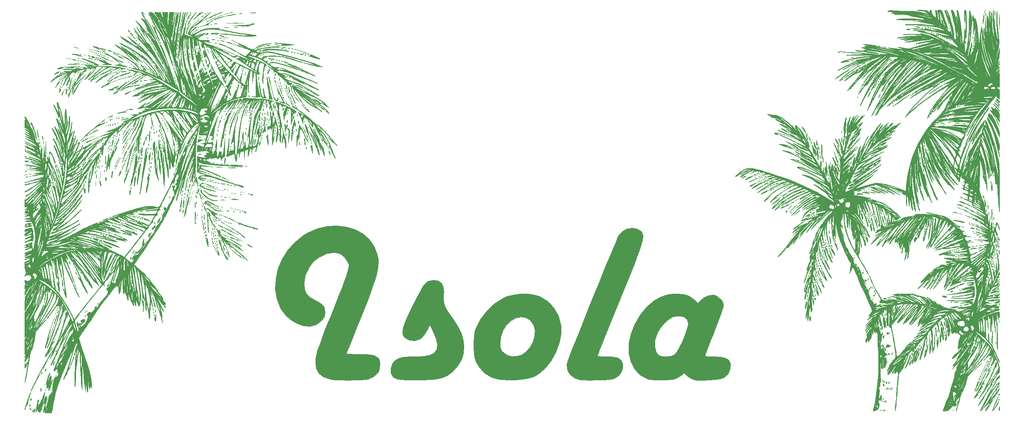
<source format=gbr>
G04 #@! TF.GenerationSoftware,KiCad,Pcbnew,(5.1.9)-1*
G04 #@! TF.CreationDate,2021-12-01T20:16:17-08:00*
G04 #@! TF.ProjectId,Isola_v2,49736f6c-615f-4763-922e-6b696361645f,rev?*
G04 #@! TF.SameCoordinates,Original*
G04 #@! TF.FileFunction,Legend,Top*
G04 #@! TF.FilePolarity,Positive*
%FSLAX46Y46*%
G04 Gerber Fmt 4.6, Leading zero omitted, Abs format (unit mm)*
G04 Created by KiCad (PCBNEW (5.1.9)-1) date 2021-12-01 20:16:17*
%MOMM*%
%LPD*%
G01*
G04 APERTURE LIST*
%ADD10C,0.010000*%
%ADD11C,0.150000*%
G04 APERTURE END LIST*
D10*
G36*
X194589400Y2730500D02*
G01*
X194525900Y2667000D01*
X194462400Y2730500D01*
X194525900Y2794000D01*
X194589400Y2730500D01*
G37*
X194589400Y2730500D02*
X194525900Y2667000D01*
X194462400Y2730500D01*
X194525900Y2794000D01*
X194589400Y2730500D01*
G36*
X194674066Y2497667D02*
G01*
X194689266Y2346948D01*
X194674066Y2328334D01*
X194598565Y2345767D01*
X194589400Y2413000D01*
X194635867Y2517536D01*
X194674066Y2497667D01*
G37*
X194674066Y2497667D02*
X194689266Y2346948D01*
X194674066Y2328334D01*
X194598565Y2345767D01*
X194589400Y2413000D01*
X194635867Y2517536D01*
X194674066Y2497667D01*
G36*
X194843400Y2095500D02*
G01*
X194779900Y2032000D01*
X194716400Y2095500D01*
X194779900Y2159000D01*
X194843400Y2095500D01*
G37*
X194843400Y2095500D02*
X194779900Y2032000D01*
X194716400Y2095500D01*
X194779900Y2159000D01*
X194843400Y2095500D01*
G36*
X196648237Y-4566133D02*
G01*
X196839809Y-4692827D01*
X197124153Y-4899257D01*
X197306517Y-5063273D01*
X197323554Y-5085913D01*
X197370153Y-5190344D01*
X197283613Y-5151318D01*
X197043161Y-4956068D01*
X196875400Y-4810498D01*
X196614029Y-4579640D01*
X196539665Y-4502671D01*
X196648237Y-4566133D01*
G37*
X196648237Y-4566133D02*
X196839809Y-4692827D01*
X197124153Y-4899257D01*
X197306517Y-5063273D01*
X197323554Y-5085913D01*
X197370153Y-5190344D01*
X197283613Y-5151318D01*
X197043161Y-4956068D01*
X196875400Y-4810498D01*
X196614029Y-4579640D01*
X196539665Y-4502671D01*
X196648237Y-4566133D01*
G36*
X199863131Y-6643855D02*
G01*
X199955150Y-6714800D01*
X200152594Y-6900170D01*
X200151735Y-6982914D01*
X200129450Y-6985000D01*
X200023438Y-6898211D01*
X199907200Y-6762750D01*
X199797364Y-6612319D01*
X199863131Y-6643855D01*
G37*
X199863131Y-6643855D02*
X199955150Y-6714800D01*
X200152594Y-6900170D01*
X200151735Y-6982914D01*
X200129450Y-6985000D01*
X200023438Y-6898211D01*
X199907200Y-6762750D01*
X199797364Y-6612319D01*
X199863131Y-6643855D01*
G36*
X200126116Y-8111659D02*
G01*
X200459929Y-8373851D01*
X200721191Y-8602599D01*
X200799033Y-8683394D01*
X200880036Y-8868795D01*
X200783196Y-8945691D01*
X200571750Y-8885557D01*
X200481859Y-8826470D01*
X200339040Y-8686337D01*
X200362700Y-8672403D01*
X200578871Y-8672403D01*
X200609772Y-8743377D01*
X200737648Y-8879717D01*
X200811163Y-8851749D01*
X200812400Y-8833995D01*
X200722194Y-8726576D01*
X200665777Y-8687372D01*
X200578871Y-8672403D01*
X200362700Y-8672403D01*
X200417511Y-8640125D01*
X200420809Y-8640039D01*
X200437835Y-8563387D01*
X200293556Y-8369733D01*
X200103309Y-8179957D01*
X199605900Y-7723915D01*
X200126116Y-8111659D01*
G37*
X200126116Y-8111659D02*
X200459929Y-8373851D01*
X200721191Y-8602599D01*
X200799033Y-8683394D01*
X200880036Y-8868795D01*
X200783196Y-8945691D01*
X200571750Y-8885557D01*
X200481859Y-8826470D01*
X200339040Y-8686337D01*
X200362700Y-8672403D01*
X200578871Y-8672403D01*
X200609772Y-8743377D01*
X200737648Y-8879717D01*
X200811163Y-8851749D01*
X200812400Y-8833995D01*
X200722194Y-8726576D01*
X200665777Y-8687372D01*
X200578871Y-8672403D01*
X200362700Y-8672403D01*
X200417511Y-8640125D01*
X200420809Y-8640039D01*
X200437835Y-8563387D01*
X200293556Y-8369733D01*
X200103309Y-8179957D01*
X199605900Y-7723915D01*
X200126116Y-8111659D01*
G36*
X184643544Y-9337731D02*
G01*
X184572599Y-9429750D01*
X184387229Y-9627194D01*
X184304485Y-9626335D01*
X184302400Y-9604050D01*
X184389188Y-9498038D01*
X184524650Y-9381800D01*
X184675080Y-9271964D01*
X184643544Y-9337731D01*
G37*
X184643544Y-9337731D02*
X184572599Y-9429750D01*
X184387229Y-9627194D01*
X184304485Y-9626335D01*
X184302400Y-9604050D01*
X184389188Y-9498038D01*
X184524650Y-9381800D01*
X184675080Y-9271964D01*
X184643544Y-9337731D01*
G36*
X189128400Y-7556500D02*
G01*
X189064900Y-7620000D01*
X189001400Y-7556500D01*
X189064900Y-7493000D01*
X189128400Y-7556500D01*
G37*
X189128400Y-7556500D02*
X189064900Y-7620000D01*
X189001400Y-7556500D01*
X189064900Y-7493000D01*
X189128400Y-7556500D01*
G36*
X185245202Y-11747500D02*
G01*
X184793296Y-12284655D01*
X184484270Y-12645888D01*
X184299234Y-12851101D01*
X184219299Y-12920193D01*
X184225574Y-12873067D01*
X184280811Y-12763500D01*
X184425571Y-12562382D01*
X184700120Y-12234504D01*
X185057182Y-11835212D01*
X185257152Y-11620500D01*
X186096990Y-10731500D01*
X185245202Y-11747500D01*
G37*
X185245202Y-11747500D02*
X184793296Y-12284655D01*
X184484270Y-12645888D01*
X184299234Y-12851101D01*
X184219299Y-12920193D01*
X184225574Y-12873067D01*
X184280811Y-12763500D01*
X184425571Y-12562382D01*
X184700120Y-12234504D01*
X185057182Y-11835212D01*
X185257152Y-11620500D01*
X186096990Y-10731500D01*
X185245202Y-11747500D01*
G36*
X185906456Y-15150723D02*
G01*
X185849117Y-15242759D01*
X185647006Y-15400520D01*
X185380336Y-15571836D01*
X185129316Y-15704536D01*
X184988178Y-15748000D01*
X185015406Y-15686068D01*
X185207764Y-15528475D01*
X185362295Y-15419210D01*
X185660650Y-15236277D01*
X185864076Y-15148241D01*
X185906456Y-15150723D01*
G37*
X185906456Y-15150723D02*
X185849117Y-15242759D01*
X185647006Y-15400520D01*
X185380336Y-15571836D01*
X185129316Y-15704536D01*
X184988178Y-15748000D01*
X185015406Y-15686068D01*
X185207764Y-15528475D01*
X185362295Y-15419210D01*
X185660650Y-15236277D01*
X185864076Y-15148241D01*
X185906456Y-15150723D01*
G36*
X186167555Y-8972035D02*
G01*
X186143900Y-9017000D01*
X186024238Y-9138285D01*
X186001909Y-9144000D01*
X185993244Y-9061964D01*
X186016900Y-9017000D01*
X186136561Y-8895714D01*
X186158890Y-8890000D01*
X186167555Y-8972035D01*
G37*
X186167555Y-8972035D02*
X186143900Y-9017000D01*
X186024238Y-9138285D01*
X186001909Y-9144000D01*
X185993244Y-9061964D01*
X186016900Y-9017000D01*
X186136561Y-8895714D01*
X186158890Y-8890000D01*
X186167555Y-8972035D01*
G36*
X181498615Y-16071305D02*
G01*
X181508400Y-16114009D01*
X181415721Y-16293546D01*
X181381400Y-16319500D01*
X181264184Y-16313694D01*
X181254400Y-16270990D01*
X181347078Y-16091453D01*
X181381400Y-16065500D01*
X181498615Y-16071305D01*
G37*
X181498615Y-16071305D02*
X181508400Y-16114009D01*
X181415721Y-16293546D01*
X181381400Y-16319500D01*
X181264184Y-16313694D01*
X181254400Y-16270990D01*
X181347078Y-16091453D01*
X181381400Y-16065500D01*
X181498615Y-16071305D01*
G36*
X195097400Y-12860794D02*
G01*
X194958344Y-12968959D01*
X194666112Y-13171675D01*
X194264156Y-13440878D01*
X193795929Y-13748504D01*
X193304886Y-14066491D01*
X192834477Y-14366774D01*
X192428158Y-14621289D01*
X192129381Y-14801973D01*
X191981598Y-14880762D01*
X191974253Y-14877844D01*
X192104577Y-14764553D01*
X192399860Y-14548252D01*
X192810641Y-14262092D01*
X193287459Y-13939224D01*
X193780851Y-13612798D01*
X194241356Y-13315965D01*
X194619512Y-13081875D01*
X194843400Y-12954864D01*
X195049018Y-12860281D01*
X195097400Y-12860794D01*
G37*
X195097400Y-12860794D02*
X194958344Y-12968959D01*
X194666112Y-13171675D01*
X194264156Y-13440878D01*
X193795929Y-13748504D01*
X193304886Y-14066491D01*
X192834477Y-14366774D01*
X192428158Y-14621289D01*
X192129381Y-14801973D01*
X191981598Y-14880762D01*
X191974253Y-14877844D01*
X192104577Y-14764553D01*
X192399860Y-14548252D01*
X192810641Y-14262092D01*
X193287459Y-13939224D01*
X193780851Y-13612798D01*
X194241356Y-13315965D01*
X194619512Y-13081875D01*
X194843400Y-12954864D01*
X195049018Y-12860281D01*
X195097400Y-12860794D01*
G36*
X194041555Y-17227035D02*
G01*
X194017900Y-17272000D01*
X193898238Y-17393285D01*
X193875909Y-17399000D01*
X193867244Y-17316964D01*
X193890900Y-17272000D01*
X194010561Y-17150714D01*
X194032890Y-17145000D01*
X194041555Y-17227035D01*
G37*
X194041555Y-17227035D02*
X194017900Y-17272000D01*
X193898238Y-17393285D01*
X193875909Y-17399000D01*
X193867244Y-17316964D01*
X193890900Y-17272000D01*
X194010561Y-17150714D01*
X194032890Y-17145000D01*
X194041555Y-17227035D01*
G36*
X192811400Y-18478500D02*
G01*
X192747900Y-18542000D01*
X192684400Y-18478500D01*
X192747900Y-18415000D01*
X192811400Y-18478500D01*
G37*
X192811400Y-18478500D02*
X192747900Y-18542000D01*
X192684400Y-18478500D01*
X192747900Y-18415000D01*
X192811400Y-18478500D01*
G36*
X198357066Y-17441333D02*
G01*
X198339633Y-17516834D01*
X198272400Y-17526000D01*
X198167864Y-17479532D01*
X198187733Y-17441333D01*
X198338452Y-17426133D01*
X198357066Y-17441333D01*
G37*
X198357066Y-17441333D02*
X198339633Y-17516834D01*
X198272400Y-17526000D01*
X198167864Y-17479532D01*
X198187733Y-17441333D01*
X198338452Y-17426133D01*
X198357066Y-17441333D01*
G36*
X198992066Y-17568333D02*
G01*
X198974633Y-17643834D01*
X198907400Y-17653000D01*
X198802864Y-17606532D01*
X198822733Y-17568333D01*
X198973452Y-17553133D01*
X198992066Y-17568333D01*
G37*
X198992066Y-17568333D02*
X198974633Y-17643834D01*
X198907400Y-17653000D01*
X198802864Y-17606532D01*
X198822733Y-17568333D01*
X198973452Y-17553133D01*
X198992066Y-17568333D01*
G36*
X198619004Y-17703270D02*
G01*
X198581127Y-17760993D01*
X198452316Y-17769973D01*
X198316803Y-17738957D01*
X198375587Y-17693244D01*
X198574073Y-17678104D01*
X198619004Y-17703270D01*
G37*
X198619004Y-17703270D02*
X198581127Y-17760993D01*
X198452316Y-17769973D01*
X198316803Y-17738957D01*
X198375587Y-17693244D01*
X198574073Y-17678104D01*
X198619004Y-17703270D01*
G36*
X198399400Y-19875500D02*
G01*
X198335900Y-19939000D01*
X198272400Y-19875500D01*
X198335900Y-19812000D01*
X198399400Y-19875500D01*
G37*
X198399400Y-19875500D02*
X198335900Y-19939000D01*
X198272400Y-19875500D01*
X198335900Y-19812000D01*
X198399400Y-19875500D01*
G36*
X198050150Y-19854890D02*
G01*
X198066104Y-19901244D01*
X197891400Y-19918947D01*
X197711106Y-19898989D01*
X197732650Y-19854890D01*
X197992663Y-19838116D01*
X198050150Y-19854890D01*
G37*
X198050150Y-19854890D02*
X198066104Y-19901244D01*
X197891400Y-19918947D01*
X197711106Y-19898989D01*
X197732650Y-19854890D01*
X197992663Y-19838116D01*
X198050150Y-19854890D01*
G36*
X196780150Y-20235890D02*
G01*
X196796104Y-20282244D01*
X196621400Y-20299947D01*
X196441106Y-20279989D01*
X196462650Y-20235890D01*
X196722663Y-20219116D01*
X196780150Y-20235890D01*
G37*
X196780150Y-20235890D02*
X196796104Y-20282244D01*
X196621400Y-20299947D01*
X196441106Y-20279989D01*
X196462650Y-20235890D01*
X196722663Y-20219116D01*
X196780150Y-20235890D01*
G36*
X195952004Y-20370270D02*
G01*
X195914127Y-20427993D01*
X195785316Y-20436973D01*
X195649803Y-20405957D01*
X195708587Y-20360244D01*
X195907073Y-20345104D01*
X195952004Y-20370270D01*
G37*
X195952004Y-20370270D02*
X195914127Y-20427993D01*
X195785316Y-20436973D01*
X195649803Y-20405957D01*
X195708587Y-20360244D01*
X195907073Y-20345104D01*
X195952004Y-20370270D01*
G36*
X196655567Y-21252696D02*
G01*
X196659788Y-21294388D01*
X196460975Y-21311415D01*
X196430900Y-21311241D01*
X196233928Y-21292928D01*
X196252731Y-21254274D01*
X196274567Y-21247990D01*
X196551212Y-21229397D01*
X196655567Y-21252696D01*
G37*
X196655567Y-21252696D02*
X196659788Y-21294388D01*
X196460975Y-21311415D01*
X196430900Y-21311241D01*
X196233928Y-21292928D01*
X196252731Y-21254274D01*
X196274567Y-21247990D01*
X196551212Y-21229397D01*
X196655567Y-21252696D01*
G36*
X198750924Y-21372255D02*
G01*
X198821074Y-21398718D01*
X198669966Y-21417195D01*
X198335900Y-21423646D01*
X198009983Y-21416013D01*
X197884436Y-21397229D01*
X197985886Y-21371337D01*
X197988924Y-21370959D01*
X198403091Y-21350219D01*
X198750924Y-21372255D01*
G37*
X198750924Y-21372255D02*
X198821074Y-21398718D01*
X198669966Y-21417195D01*
X198335900Y-21423646D01*
X198009983Y-21416013D01*
X197884436Y-21397229D01*
X197985886Y-21371337D01*
X197988924Y-21370959D01*
X198403091Y-21350219D01*
X198750924Y-21372255D01*
G36*
X195257896Y-21373600D02*
G01*
X195309000Y-21403345D01*
X195142605Y-21422518D01*
X194906900Y-21426676D01*
X194618746Y-21417172D01*
X194534463Y-21394415D01*
X194622896Y-21371867D01*
X194998484Y-21350974D01*
X195257896Y-21373600D01*
G37*
X195257896Y-21373600D02*
X195309000Y-21403345D01*
X195142605Y-21422518D01*
X194906900Y-21426676D01*
X194618746Y-21417172D01*
X194534463Y-21394415D01*
X194622896Y-21371867D01*
X194998484Y-21350974D01*
X195257896Y-21373600D01*
G36*
X200082150Y-21500371D02*
G01*
X200142333Y-21531778D01*
X199982772Y-21551705D01*
X199796400Y-21555409D01*
X199521718Y-21545502D01*
X199446314Y-21520172D01*
X199510650Y-21500371D01*
X199880725Y-21479360D01*
X200082150Y-21500371D01*
G37*
X200082150Y-21500371D02*
X200142333Y-21531778D01*
X199982772Y-21551705D01*
X199796400Y-21555409D01*
X199521718Y-21545502D01*
X199446314Y-21520172D01*
X199510650Y-21500371D01*
X199880725Y-21479360D01*
X200082150Y-21500371D01*
G36*
X193954400Y-21526500D02*
G01*
X193890900Y-21590000D01*
X193827400Y-21526500D01*
X193890900Y-21463000D01*
X193954400Y-21526500D01*
G37*
X193954400Y-21526500D02*
X193890900Y-21590000D01*
X193827400Y-21526500D01*
X193890900Y-21463000D01*
X193954400Y-21526500D01*
G36*
X200685400Y-21653500D02*
G01*
X200621900Y-21717000D01*
X200558400Y-21653500D01*
X200621900Y-21590000D01*
X200685400Y-21653500D01*
G37*
X200685400Y-21653500D02*
X200621900Y-21717000D01*
X200558400Y-21653500D01*
X200621900Y-21590000D01*
X200685400Y-21653500D01*
G36*
X195436066Y-21632333D02*
G01*
X195418633Y-21707834D01*
X195351400Y-21717000D01*
X195246864Y-21670532D01*
X195266733Y-21632333D01*
X195417452Y-21617133D01*
X195436066Y-21632333D01*
G37*
X195436066Y-21632333D02*
X195418633Y-21707834D01*
X195351400Y-21717000D01*
X195246864Y-21670532D01*
X195266733Y-21632333D01*
X195417452Y-21617133D01*
X195436066Y-21632333D01*
G36*
X196587004Y-23291270D02*
G01*
X196549127Y-23348993D01*
X196420316Y-23357973D01*
X196284803Y-23326957D01*
X196343587Y-23281244D01*
X196542073Y-23266104D01*
X196587004Y-23291270D01*
G37*
X196587004Y-23291270D02*
X196549127Y-23348993D01*
X196420316Y-23357973D01*
X196284803Y-23326957D01*
X196343587Y-23281244D01*
X196542073Y-23266104D01*
X196587004Y-23291270D01*
G36*
X196960066Y-23410333D02*
G01*
X196942633Y-23485834D01*
X196875400Y-23495000D01*
X196770864Y-23448532D01*
X196790733Y-23410333D01*
X196941452Y-23395133D01*
X196960066Y-23410333D01*
G37*
X196960066Y-23410333D02*
X196942633Y-23485834D01*
X196875400Y-23495000D01*
X196770864Y-23448532D01*
X196790733Y-23410333D01*
X196941452Y-23395133D01*
X196960066Y-23410333D01*
G36*
X197256400Y-23558500D02*
G01*
X197192900Y-23622000D01*
X197129400Y-23558500D01*
X197192900Y-23495000D01*
X197256400Y-23558500D01*
G37*
X197256400Y-23558500D02*
X197192900Y-23622000D01*
X197129400Y-23558500D01*
X197192900Y-23495000D01*
X197256400Y-23558500D01*
G36*
X197637400Y-23685500D02*
G01*
X197573900Y-23749000D01*
X197510400Y-23685500D01*
X197573900Y-23622000D01*
X197637400Y-23685500D01*
G37*
X197637400Y-23685500D02*
X197573900Y-23749000D01*
X197510400Y-23685500D01*
X197573900Y-23622000D01*
X197637400Y-23685500D01*
G36*
X179561066Y-25061333D02*
G01*
X179576266Y-25212052D01*
X179561066Y-25230666D01*
X179485565Y-25213233D01*
X179476400Y-25146000D01*
X179522867Y-25041464D01*
X179561066Y-25061333D01*
G37*
X179561066Y-25061333D02*
X179576266Y-25212052D01*
X179561066Y-25230666D01*
X179485565Y-25213233D01*
X179476400Y-25146000D01*
X179522867Y-25041464D01*
X179561066Y-25061333D01*
G36*
X202042555Y-20910035D02*
G01*
X202018900Y-20955000D01*
X201899238Y-21076285D01*
X201876909Y-21082000D01*
X201868244Y-20999964D01*
X201891900Y-20955000D01*
X202011561Y-20833714D01*
X202033890Y-20828000D01*
X202042555Y-20910035D01*
G37*
X202042555Y-20910035D02*
X202018900Y-20955000D01*
X201899238Y-21076285D01*
X201876909Y-21082000D01*
X201868244Y-20999964D01*
X201891900Y-20955000D01*
X202011561Y-20833714D01*
X202033890Y-20828000D01*
X202042555Y-20910035D01*
G36*
X201788555Y-21291035D02*
G01*
X201764900Y-21336000D01*
X201645238Y-21457285D01*
X201622909Y-21463000D01*
X201614244Y-21380964D01*
X201637900Y-21336000D01*
X201757561Y-21214714D01*
X201779890Y-21209000D01*
X201788555Y-21291035D01*
G37*
X201788555Y-21291035D02*
X201764900Y-21336000D01*
X201645238Y-21457285D01*
X201622909Y-21463000D01*
X201614244Y-21380964D01*
X201637900Y-21336000D01*
X201757561Y-21214714D01*
X201779890Y-21209000D01*
X201788555Y-21291035D01*
G36*
X201534555Y-21672035D02*
G01*
X201510900Y-21717000D01*
X201391238Y-21838285D01*
X201368909Y-21844000D01*
X201360244Y-21761964D01*
X201383900Y-21717000D01*
X201503561Y-21595714D01*
X201525890Y-21590000D01*
X201534555Y-21672035D01*
G37*
X201534555Y-21672035D02*
X201510900Y-21717000D01*
X201391238Y-21838285D01*
X201368909Y-21844000D01*
X201360244Y-21761964D01*
X201383900Y-21717000D01*
X201503561Y-21595714D01*
X201525890Y-21590000D01*
X201534555Y-21672035D01*
G36*
X201320400Y-22034500D02*
G01*
X201256900Y-22098000D01*
X201193400Y-22034500D01*
X201256900Y-21971000D01*
X201320400Y-22034500D01*
G37*
X201320400Y-22034500D02*
X201256900Y-22098000D01*
X201193400Y-22034500D01*
X201256900Y-21971000D01*
X201320400Y-22034500D01*
G36*
X201153555Y-22307035D02*
G01*
X201129900Y-22352000D01*
X201010238Y-22473285D01*
X200987909Y-22479000D01*
X200979244Y-22396964D01*
X201002900Y-22352000D01*
X201122561Y-22230714D01*
X201144890Y-22225000D01*
X201153555Y-22307035D01*
G37*
X201153555Y-22307035D02*
X201129900Y-22352000D01*
X201010238Y-22473285D01*
X200987909Y-22479000D01*
X200979244Y-22396964D01*
X201002900Y-22352000D01*
X201122561Y-22230714D01*
X201144890Y-22225000D01*
X201153555Y-22307035D01*
G36*
X200939400Y-22669500D02*
G01*
X200875900Y-22733000D01*
X200812400Y-22669500D01*
X200875900Y-22606000D01*
X200939400Y-22669500D01*
G37*
X200939400Y-22669500D02*
X200875900Y-22733000D01*
X200812400Y-22669500D01*
X200875900Y-22606000D01*
X200939400Y-22669500D01*
G36*
X200772555Y-22942035D02*
G01*
X200748900Y-22987000D01*
X200629238Y-23108285D01*
X200606909Y-23114000D01*
X200598244Y-23031964D01*
X200621900Y-22987000D01*
X200741561Y-22865714D01*
X200763890Y-22860000D01*
X200772555Y-22942035D01*
G37*
X200772555Y-22942035D02*
X200748900Y-22987000D01*
X200629238Y-23108285D01*
X200606909Y-23114000D01*
X200598244Y-23031964D01*
X200621900Y-22987000D01*
X200741561Y-22865714D01*
X200763890Y-22860000D01*
X200772555Y-22942035D01*
G36*
X200558400Y-23304500D02*
G01*
X200494900Y-23368000D01*
X200431400Y-23304500D01*
X200494900Y-23241000D01*
X200558400Y-23304500D01*
G37*
X200558400Y-23304500D02*
X200494900Y-23368000D01*
X200431400Y-23304500D01*
X200494900Y-23241000D01*
X200558400Y-23304500D01*
G36*
X200431400Y-23558500D02*
G01*
X200367900Y-23622000D01*
X200304400Y-23558500D01*
X200367900Y-23495000D01*
X200431400Y-23558500D01*
G37*
X200431400Y-23558500D02*
X200367900Y-23622000D01*
X200304400Y-23558500D01*
X200367900Y-23495000D01*
X200431400Y-23558500D01*
G36*
X194716400Y-24828500D02*
G01*
X194652900Y-24892000D01*
X194589400Y-24828500D01*
X194652900Y-24765000D01*
X194716400Y-24828500D01*
G37*
X194716400Y-24828500D02*
X194652900Y-24892000D01*
X194589400Y-24828500D01*
X194652900Y-24765000D01*
X194716400Y-24828500D01*
G36*
X193583252Y-27786862D02*
G01*
X193745760Y-28041421D01*
X193938363Y-28377631D01*
X194121573Y-28723448D01*
X194255901Y-29006827D01*
X194301858Y-29155724D01*
X194299131Y-29161601D01*
X194218471Y-29085991D01*
X194056762Y-28837108D01*
X193848313Y-28467971D01*
X193838854Y-28450265D01*
X193644189Y-28070336D01*
X193518936Y-27796707D01*
X193489017Y-27686224D01*
X193490329Y-27686000D01*
X193583252Y-27786862D01*
G37*
X193583252Y-27786862D02*
X193745760Y-28041421D01*
X193938363Y-28377631D01*
X194121573Y-28723448D01*
X194255901Y-29006827D01*
X194301858Y-29155724D01*
X194299131Y-29161601D01*
X194218471Y-29085991D01*
X194056762Y-28837108D01*
X193848313Y-28467971D01*
X193838854Y-28450265D01*
X193644189Y-28070336D01*
X193518936Y-27796707D01*
X193489017Y-27686224D01*
X193490329Y-27686000D01*
X193583252Y-27786862D01*
G36*
X179984400Y-30534563D02*
G01*
X179887045Y-30636562D01*
X179730400Y-30734000D01*
X179534042Y-30815753D01*
X179476400Y-30806436D01*
X179573754Y-30704437D01*
X179730400Y-30607000D01*
X179926757Y-30525246D01*
X179984400Y-30534563D01*
G37*
X179984400Y-30534563D02*
X179887045Y-30636562D01*
X179730400Y-30734000D01*
X179534042Y-30815753D01*
X179476400Y-30806436D01*
X179573754Y-30704437D01*
X179730400Y-30607000D01*
X179926757Y-30525246D01*
X179984400Y-30534563D01*
G36*
X201639552Y-29930023D02*
G01*
X201628601Y-29972000D01*
X201516679Y-30294680D01*
X201425973Y-30480000D01*
X201358091Y-30552471D01*
X201382247Y-30394976D01*
X201393198Y-30353000D01*
X201505120Y-30030319D01*
X201595826Y-29845000D01*
X201663708Y-29772528D01*
X201639552Y-29930023D01*
G37*
X201639552Y-29930023D02*
X201628601Y-29972000D01*
X201516679Y-30294680D01*
X201425973Y-30480000D01*
X201358091Y-30552471D01*
X201382247Y-30394976D01*
X201393198Y-30353000D01*
X201505120Y-30030319D01*
X201595826Y-29845000D01*
X201663708Y-29772528D01*
X201639552Y-29930023D01*
G36*
X201532066Y-32554333D02*
G01*
X201547266Y-32705052D01*
X201532066Y-32723666D01*
X201456565Y-32706233D01*
X201447400Y-32639000D01*
X201493867Y-32534464D01*
X201532066Y-32554333D01*
G37*
X201532066Y-32554333D02*
X201547266Y-32705052D01*
X201532066Y-32723666D01*
X201456565Y-32706233D01*
X201447400Y-32639000D01*
X201493867Y-32534464D01*
X201532066Y-32554333D01*
G36*
X201405066Y-33062333D02*
G01*
X201420266Y-33213052D01*
X201405066Y-33231666D01*
X201329565Y-33214233D01*
X201320400Y-33147000D01*
X201366867Y-33042464D01*
X201405066Y-33062333D01*
G37*
X201405066Y-33062333D02*
X201420266Y-33213052D01*
X201405066Y-33231666D01*
X201329565Y-33214233D01*
X201320400Y-33147000D01*
X201366867Y-33042464D01*
X201405066Y-33062333D01*
G36*
X170693777Y-32690372D02*
G01*
X170830117Y-32818248D01*
X170802149Y-32891763D01*
X170784395Y-32893000D01*
X170676976Y-32802794D01*
X170637772Y-32746377D01*
X170622803Y-32659471D01*
X170693777Y-32690372D01*
G37*
X170693777Y-32690372D02*
X170830117Y-32818248D01*
X170802149Y-32891763D01*
X170784395Y-32893000D01*
X170676976Y-32802794D01*
X170637772Y-32746377D01*
X170622803Y-32659471D01*
X170693777Y-32690372D01*
G36*
X201320400Y-38544500D02*
G01*
X201256900Y-38608000D01*
X201193400Y-38544500D01*
X201256900Y-38481000D01*
X201320400Y-38544500D01*
G37*
X201320400Y-38544500D02*
X201256900Y-38608000D01*
X201193400Y-38544500D01*
X201256900Y-38481000D01*
X201320400Y-38544500D01*
G36*
X181847066Y-41698333D02*
G01*
X181862266Y-41849052D01*
X181847066Y-41867666D01*
X181771565Y-41850233D01*
X181762400Y-41783000D01*
X181808867Y-41678464D01*
X181847066Y-41698333D01*
G37*
X181847066Y-41698333D02*
X181862266Y-41849052D01*
X181847066Y-41867666D01*
X181771565Y-41850233D01*
X181762400Y-41783000D01*
X181808867Y-41678464D01*
X181847066Y-41698333D01*
G36*
X182013186Y-42126429D02*
G01*
X182092681Y-42360693D01*
X182172046Y-42672464D01*
X182229889Y-42975301D01*
X182244819Y-43182759D01*
X182239947Y-43207856D01*
X182190073Y-43176821D01*
X182110679Y-42951104D01*
X182052407Y-42722354D01*
X181979100Y-42358417D01*
X181948375Y-42112802D01*
X181954949Y-42056117D01*
X182013186Y-42126429D01*
G37*
X182013186Y-42126429D02*
X182092681Y-42360693D01*
X182172046Y-42672464D01*
X182229889Y-42975301D01*
X182244819Y-43182759D01*
X182239947Y-43207856D01*
X182190073Y-43176821D01*
X182110679Y-42951104D01*
X182052407Y-42722354D01*
X181979100Y-42358417D01*
X181948375Y-42112802D01*
X181954949Y-42056117D01*
X182013186Y-42126429D01*
G36*
X182391185Y-43703462D02*
G01*
X182404116Y-43745116D01*
X182467900Y-44024841D01*
X182466070Y-44167388D01*
X182407929Y-44129178D01*
X182349589Y-44000590D01*
X182284198Y-43691713D01*
X182281315Y-43582362D01*
X182317280Y-43537133D01*
X182391185Y-43703462D01*
G37*
X182391185Y-43703462D02*
X182404116Y-43745116D01*
X182467900Y-44024841D01*
X182466070Y-44167388D01*
X182407929Y-44129178D01*
X182349589Y-44000590D01*
X182284198Y-43691713D01*
X182281315Y-43582362D01*
X182317280Y-43537133D01*
X182391185Y-43703462D01*
G36*
X181468017Y-42179195D02*
G01*
X181570974Y-42460594D01*
X181703720Y-42880290D01*
X181756352Y-43059047D01*
X181884206Y-43531547D01*
X181968506Y-43903278D01*
X181996100Y-44113565D01*
X181990165Y-44137567D01*
X181932132Y-44052777D01*
X181829283Y-43774549D01*
X181700182Y-43355411D01*
X181647495Y-43167904D01*
X181524252Y-42693300D01*
X181440614Y-42321741D01*
X181409552Y-42113059D01*
X181413681Y-42089384D01*
X181468017Y-42179195D01*
G37*
X181468017Y-42179195D02*
X181570974Y-42460594D01*
X181703720Y-42880290D01*
X181756352Y-43059047D01*
X181884206Y-43531547D01*
X181968506Y-43903278D01*
X181996100Y-44113565D01*
X181990165Y-44137567D01*
X181932132Y-44052777D01*
X181829283Y-43774549D01*
X181700182Y-43355411D01*
X181647495Y-43167904D01*
X181524252Y-42693300D01*
X181440614Y-42321741D01*
X181409552Y-42113059D01*
X181413681Y-42089384D01*
X181468017Y-42179195D01*
G36*
X170546155Y-44426187D02*
G01*
X170561295Y-44624673D01*
X170536129Y-44669604D01*
X170478406Y-44631727D01*
X170469426Y-44502916D01*
X170500442Y-44367403D01*
X170546155Y-44426187D01*
G37*
X170546155Y-44426187D02*
X170561295Y-44624673D01*
X170536129Y-44669604D01*
X170478406Y-44631727D01*
X170469426Y-44502916D01*
X170500442Y-44367403D01*
X170546155Y-44426187D01*
G36*
X187675973Y-46067337D02*
G01*
X187604400Y-46228000D01*
X187473245Y-46427587D01*
X187404963Y-46482000D01*
X187405826Y-46388662D01*
X187477400Y-46228000D01*
X187608554Y-46028412D01*
X187676836Y-45974000D01*
X187675973Y-46067337D01*
G37*
X187675973Y-46067337D02*
X187604400Y-46228000D01*
X187473245Y-46427587D01*
X187404963Y-46482000D01*
X187405826Y-46388662D01*
X187477400Y-46228000D01*
X187608554Y-46028412D01*
X187676836Y-45974000D01*
X187675973Y-46067337D01*
G36*
X187548113Y-45296840D02*
G01*
X187525857Y-45395903D01*
X187423374Y-45574664D01*
X187357105Y-45544718D01*
X187350400Y-45473495D01*
X187442637Y-45301280D01*
X187475945Y-45276399D01*
X187548113Y-45296840D01*
G37*
X187548113Y-45296840D02*
X187525857Y-45395903D01*
X187423374Y-45574664D01*
X187357105Y-45544718D01*
X187350400Y-45473495D01*
X187442637Y-45301280D01*
X187475945Y-45276399D01*
X187548113Y-45296840D01*
G36*
X198365004Y-48564270D02*
G01*
X198327127Y-48621993D01*
X198198316Y-48630973D01*
X198062803Y-48599957D01*
X198121587Y-48554244D01*
X198320073Y-48539104D01*
X198365004Y-48564270D01*
G37*
X198365004Y-48564270D02*
X198327127Y-48621993D01*
X198198316Y-48630973D01*
X198062803Y-48599957D01*
X198121587Y-48554244D01*
X198320073Y-48539104D01*
X198365004Y-48564270D01*
G36*
X190990509Y-26384250D02*
G01*
X191007283Y-26644263D01*
X190990509Y-26701750D01*
X190944155Y-26717704D01*
X190926452Y-26543000D01*
X190946410Y-26362706D01*
X190990509Y-26384250D01*
G37*
X190990509Y-26384250D02*
X191007283Y-26644263D01*
X190990509Y-26701750D01*
X190944155Y-26717704D01*
X190926452Y-26543000D01*
X190946410Y-26362706D01*
X190990509Y-26384250D01*
G36*
X191414400Y-26987500D02*
G01*
X191350900Y-27051000D01*
X191287400Y-26987500D01*
X191350900Y-26924000D01*
X191414400Y-26987500D01*
G37*
X191414400Y-26987500D02*
X191350900Y-27051000D01*
X191287400Y-26987500D01*
X191350900Y-26924000D01*
X191414400Y-26987500D01*
G36*
X191499066Y-27347333D02*
G01*
X191514266Y-27498052D01*
X191499066Y-27516666D01*
X191423565Y-27499233D01*
X191414400Y-27432000D01*
X191460867Y-27327464D01*
X191499066Y-27347333D01*
G37*
X191499066Y-27347333D02*
X191514266Y-27498052D01*
X191499066Y-27516666D01*
X191423565Y-27499233D01*
X191414400Y-27432000D01*
X191460867Y-27327464D01*
X191499066Y-27347333D01*
G36*
X191880066Y-27474333D02*
G01*
X191895266Y-27625052D01*
X191880066Y-27643666D01*
X191804565Y-27626233D01*
X191795400Y-27559000D01*
X191841867Y-27454464D01*
X191880066Y-27474333D01*
G37*
X191880066Y-27474333D02*
X191895266Y-27625052D01*
X191880066Y-27643666D01*
X191804565Y-27626233D01*
X191795400Y-27559000D01*
X191841867Y-27454464D01*
X191880066Y-27474333D01*
G36*
X190991066Y-27982333D02*
G01*
X191006266Y-28133052D01*
X190991066Y-28151666D01*
X190915565Y-28134233D01*
X190906400Y-28067000D01*
X190952867Y-27962464D01*
X190991066Y-27982333D01*
G37*
X190991066Y-27982333D02*
X191006266Y-28133052D01*
X190991066Y-28151666D01*
X190915565Y-28134233D01*
X190906400Y-28067000D01*
X190952867Y-27962464D01*
X190991066Y-27982333D01*
G36*
X191118066Y-28363333D02*
G01*
X191133266Y-28514052D01*
X191118066Y-28532666D01*
X191042565Y-28515233D01*
X191033400Y-28448000D01*
X191079867Y-28343464D01*
X191118066Y-28363333D01*
G37*
X191118066Y-28363333D02*
X191133266Y-28514052D01*
X191118066Y-28532666D01*
X191042565Y-28515233D01*
X191033400Y-28448000D01*
X191079867Y-28343464D01*
X191118066Y-28363333D01*
G36*
X189980222Y-29052730D02*
G01*
X190000669Y-29383645D01*
X189977659Y-29560730D01*
X189943330Y-29590418D01*
X189924067Y-29408038D01*
X189922427Y-29273500D01*
X189934931Y-29027553D01*
X189963615Y-28990240D01*
X189980222Y-29052730D01*
G37*
X189980222Y-29052730D02*
X190000669Y-29383645D01*
X189977659Y-29560730D01*
X189943330Y-29590418D01*
X189924067Y-29408038D01*
X189922427Y-29273500D01*
X189934931Y-29027553D01*
X189963615Y-28990240D01*
X189980222Y-29052730D01*
G36*
X190863509Y-29559250D02*
G01*
X190880283Y-29819263D01*
X190863509Y-29876750D01*
X190817155Y-29892704D01*
X190799452Y-29718000D01*
X190819410Y-29537706D01*
X190863509Y-29559250D01*
G37*
X190863509Y-29559250D02*
X190880283Y-29819263D01*
X190863509Y-29876750D01*
X190817155Y-29892704D01*
X190799452Y-29718000D01*
X190819410Y-29537706D01*
X190863509Y-29559250D01*
G36*
X190990509Y-30194250D02*
G01*
X191007283Y-30454263D01*
X190990509Y-30511750D01*
X190944155Y-30527704D01*
X190926452Y-30353000D01*
X190946410Y-30172706D01*
X190990509Y-30194250D01*
G37*
X190990509Y-30194250D02*
X191007283Y-30454263D01*
X190990509Y-30511750D01*
X190944155Y-30527704D01*
X190926452Y-30353000D01*
X190946410Y-30172706D01*
X190990509Y-30194250D01*
G36*
X190104944Y-30130750D02*
G01*
X190124695Y-30452850D01*
X190104944Y-30575250D01*
X190068133Y-30614775D01*
X190048092Y-30439167D01*
X190046864Y-30353000D01*
X190060105Y-30121946D01*
X190093071Y-30094716D01*
X190104944Y-30130750D01*
G37*
X190104944Y-30130750D02*
X190124695Y-30452850D01*
X190104944Y-30575250D01*
X190068133Y-30614775D01*
X190048092Y-30439167D01*
X190046864Y-30353000D01*
X190060105Y-30121946D01*
X190093071Y-30094716D01*
X190104944Y-30130750D01*
G36*
X190734125Y-31762331D02*
G01*
X190740409Y-31784167D01*
X190759002Y-32060812D01*
X190735703Y-32165167D01*
X190694011Y-32169388D01*
X190676984Y-31970575D01*
X190677158Y-31940500D01*
X190695471Y-31743528D01*
X190734125Y-31762331D01*
G37*
X190734125Y-31762331D02*
X190740409Y-31784167D01*
X190759002Y-32060812D01*
X190735703Y-32165167D01*
X190694011Y-32169388D01*
X190676984Y-31970575D01*
X190677158Y-31940500D01*
X190695471Y-31743528D01*
X190734125Y-31762331D01*
G36*
X195993419Y-31598064D02*
G01*
X196154873Y-31802112D01*
X196159696Y-31809536D01*
X196394058Y-32172279D01*
X196572506Y-32448500D01*
X196719528Y-32696877D01*
X196729707Y-32764306D01*
X196624725Y-32668300D01*
X196426261Y-32426372D01*
X196248488Y-32186773D01*
X196031928Y-31862076D01*
X195905839Y-31626718D01*
X195892256Y-31547809D01*
X195993419Y-31598064D01*
G37*
X195993419Y-31598064D02*
X196154873Y-31802112D01*
X196159696Y-31809536D01*
X196394058Y-32172279D01*
X196572506Y-32448500D01*
X196719528Y-32696877D01*
X196729707Y-32764306D01*
X196624725Y-32668300D01*
X196426261Y-32426372D01*
X196248488Y-32186773D01*
X196031928Y-31862076D01*
X195905839Y-31626718D01*
X195892256Y-31547809D01*
X195993419Y-31598064D01*
G36*
X199415400Y-35242500D02*
G01*
X199351900Y-35306000D01*
X199288400Y-35242500D01*
X199351900Y-35179000D01*
X199415400Y-35242500D01*
G37*
X199415400Y-35242500D02*
X199351900Y-35306000D01*
X199288400Y-35242500D01*
X199351900Y-35179000D01*
X199415400Y-35242500D01*
G36*
X179561066Y-35475333D02*
G01*
X179543633Y-35550834D01*
X179476400Y-35560000D01*
X179371864Y-35513532D01*
X179391733Y-35475333D01*
X179542452Y-35460133D01*
X179561066Y-35475333D01*
G37*
X179561066Y-35475333D02*
X179543633Y-35550834D01*
X179476400Y-35560000D01*
X179371864Y-35513532D01*
X179391733Y-35475333D01*
X179542452Y-35460133D01*
X179561066Y-35475333D01*
G36*
X191668400Y-35623500D02*
G01*
X191604900Y-35687000D01*
X191541400Y-35623500D01*
X191604900Y-35560000D01*
X191668400Y-35623500D01*
G37*
X191668400Y-35623500D02*
X191604900Y-35687000D01*
X191541400Y-35623500D01*
X191604900Y-35560000D01*
X191668400Y-35623500D01*
G36*
X180492400Y-35750500D02*
G01*
X180428900Y-35814000D01*
X180365400Y-35750500D01*
X180428900Y-35687000D01*
X180492400Y-35750500D01*
G37*
X180492400Y-35750500D02*
X180428900Y-35814000D01*
X180365400Y-35750500D01*
X180428900Y-35687000D01*
X180492400Y-35750500D01*
G36*
X180958066Y-35856333D02*
G01*
X180940633Y-35931834D01*
X180873400Y-35941000D01*
X180768864Y-35894532D01*
X180788733Y-35856333D01*
X180939452Y-35841133D01*
X180958066Y-35856333D01*
G37*
X180958066Y-35856333D02*
X180940633Y-35931834D01*
X180873400Y-35941000D01*
X180768864Y-35894532D01*
X180788733Y-35856333D01*
X180939452Y-35841133D01*
X180958066Y-35856333D01*
G36*
X178587400Y-35877500D02*
G01*
X178523900Y-35941000D01*
X178460400Y-35877500D01*
X178523900Y-35814000D01*
X178587400Y-35877500D01*
G37*
X178587400Y-35877500D02*
X178523900Y-35941000D01*
X178460400Y-35877500D01*
X178523900Y-35814000D01*
X178587400Y-35877500D01*
G36*
X182016400Y-36004500D02*
G01*
X181952900Y-36068000D01*
X181889400Y-36004500D01*
X181952900Y-35941000D01*
X182016400Y-36004500D01*
G37*
X182016400Y-36004500D02*
X181952900Y-36068000D01*
X181889400Y-36004500D01*
X181952900Y-35941000D01*
X182016400Y-36004500D01*
G36*
X182270400Y-36131500D02*
G01*
X182206900Y-36195000D01*
X182143400Y-36131500D01*
X182206900Y-36068000D01*
X182270400Y-36131500D01*
G37*
X182270400Y-36131500D02*
X182206900Y-36195000D01*
X182143400Y-36131500D01*
X182206900Y-36068000D01*
X182270400Y-36131500D01*
G36*
X181399608Y-36008123D02*
G01*
X181508400Y-36068000D01*
X181610053Y-36168631D01*
X181571900Y-36191110D01*
X181363191Y-36127876D01*
X181254400Y-36068000D01*
X181152746Y-35967368D01*
X181190900Y-35944889D01*
X181399608Y-36008123D01*
G37*
X181399608Y-36008123D02*
X181508400Y-36068000D01*
X181610053Y-36168631D01*
X181571900Y-36191110D01*
X181363191Y-36127876D01*
X181254400Y-36068000D01*
X181152746Y-35967368D01*
X181190900Y-35944889D01*
X181399608Y-36008123D01*
G36*
X183794400Y-36258500D02*
G01*
X183730900Y-36322000D01*
X183667400Y-36258500D01*
X183730900Y-36195000D01*
X183794400Y-36258500D01*
G37*
X183794400Y-36258500D02*
X183730900Y-36322000D01*
X183667400Y-36258500D01*
X183730900Y-36195000D01*
X183794400Y-36258500D01*
G36*
X181974066Y-36237333D02*
G01*
X181956633Y-36312834D01*
X181889400Y-36322000D01*
X181784864Y-36275532D01*
X181804733Y-36237333D01*
X181955452Y-36222133D01*
X181974066Y-36237333D01*
G37*
X181974066Y-36237333D02*
X181956633Y-36312834D01*
X181889400Y-36322000D01*
X181784864Y-36275532D01*
X181804733Y-36237333D01*
X181955452Y-36222133D01*
X181974066Y-36237333D01*
G36*
X178619150Y-36237890D02*
G01*
X178635104Y-36284244D01*
X178460400Y-36301947D01*
X178280106Y-36281989D01*
X178301650Y-36237890D01*
X178561663Y-36221116D01*
X178619150Y-36237890D01*
G37*
X178619150Y-36237890D02*
X178635104Y-36284244D01*
X178460400Y-36301947D01*
X178280106Y-36281989D01*
X178301650Y-36237890D01*
X178561663Y-36221116D01*
X178619150Y-36237890D01*
G36*
X184175400Y-36385500D02*
G01*
X184111900Y-36449000D01*
X184048400Y-36385500D01*
X184111900Y-36322000D01*
X184175400Y-36385500D01*
G37*
X184175400Y-36385500D02*
X184111900Y-36449000D01*
X184048400Y-36385500D01*
X184111900Y-36322000D01*
X184175400Y-36385500D01*
G36*
X184514066Y-36491333D02*
G01*
X184496633Y-36566834D01*
X184429400Y-36576000D01*
X184324864Y-36529532D01*
X184344733Y-36491333D01*
X184495452Y-36476133D01*
X184514066Y-36491333D01*
G37*
X184514066Y-36491333D02*
X184496633Y-36566834D01*
X184429400Y-36576000D01*
X184324864Y-36529532D01*
X184344733Y-36491333D01*
X184495452Y-36476133D01*
X184514066Y-36491333D01*
G36*
X177529066Y-36491333D02*
G01*
X177511633Y-36566834D01*
X177444400Y-36576000D01*
X177339864Y-36529532D01*
X177359733Y-36491333D01*
X177510452Y-36476133D01*
X177529066Y-36491333D01*
G37*
X177529066Y-36491333D02*
X177511633Y-36566834D01*
X177444400Y-36576000D01*
X177339864Y-36529532D01*
X177359733Y-36491333D01*
X177510452Y-36476133D01*
X177529066Y-36491333D01*
G36*
X184810400Y-36639500D02*
G01*
X184746900Y-36703000D01*
X184683400Y-36639500D01*
X184746900Y-36576000D01*
X184810400Y-36639500D01*
G37*
X184810400Y-36639500D02*
X184746900Y-36703000D01*
X184683400Y-36639500D01*
X184746900Y-36576000D01*
X184810400Y-36639500D01*
G36*
X178037066Y-36618333D02*
G01*
X178019633Y-36693834D01*
X177952400Y-36703000D01*
X177847864Y-36656532D01*
X177867733Y-36618333D01*
X178018452Y-36603133D01*
X178037066Y-36618333D01*
G37*
X178037066Y-36618333D02*
X178019633Y-36693834D01*
X177952400Y-36703000D01*
X177847864Y-36656532D01*
X177867733Y-36618333D01*
X178018452Y-36603133D01*
X178037066Y-36618333D01*
G36*
X185699400Y-36766500D02*
G01*
X185635900Y-36830000D01*
X185572400Y-36766500D01*
X185635900Y-36703000D01*
X185699400Y-36766500D01*
G37*
X185699400Y-36766500D02*
X185635900Y-36830000D01*
X185572400Y-36766500D01*
X185635900Y-36703000D01*
X185699400Y-36766500D01*
G36*
X178680004Y-36753270D02*
G01*
X178642127Y-36810993D01*
X178513316Y-36819973D01*
X178377803Y-36788957D01*
X178436587Y-36743244D01*
X178635073Y-36728104D01*
X178680004Y-36753270D01*
G37*
X178680004Y-36753270D02*
X178642127Y-36810993D01*
X178513316Y-36819973D01*
X178377803Y-36788957D01*
X178436587Y-36743244D01*
X178635073Y-36728104D01*
X178680004Y-36753270D01*
G36*
X176460150Y-36740371D02*
G01*
X176520333Y-36771778D01*
X176360772Y-36791705D01*
X176174400Y-36795409D01*
X175899718Y-36785502D01*
X175824314Y-36760172D01*
X175888650Y-36740371D01*
X176258725Y-36719360D01*
X176460150Y-36740371D01*
G37*
X176460150Y-36740371D02*
X176520333Y-36771778D01*
X176360772Y-36791705D01*
X176174400Y-36795409D01*
X175899718Y-36785502D01*
X175824314Y-36760172D01*
X175888650Y-36740371D01*
X176258725Y-36719360D01*
X176460150Y-36740371D01*
G36*
X189260590Y-35158338D02*
G01*
X189321228Y-35689407D01*
X189385795Y-36181387D01*
X189439601Y-36523588D01*
X189481207Y-36849811D01*
X189451637Y-36942839D01*
X189369364Y-36807130D01*
X189262077Y-36480750D01*
X189195624Y-36101693D01*
X189154131Y-35588125D01*
X189146352Y-35115500D01*
X189162888Y-34226500D01*
X189260590Y-35158338D01*
G37*
X189260590Y-35158338D02*
X189321228Y-35689407D01*
X189385795Y-36181387D01*
X189439601Y-36523588D01*
X189481207Y-36849811D01*
X189451637Y-36942839D01*
X189369364Y-36807130D01*
X189262077Y-36480750D01*
X189195624Y-36101693D01*
X189154131Y-35588125D01*
X189146352Y-35115500D01*
X189162888Y-34226500D01*
X189260590Y-35158338D01*
G36*
X185209608Y-36770123D02*
G01*
X185318400Y-36830000D01*
X185420053Y-36930631D01*
X185381900Y-36953110D01*
X185173191Y-36889876D01*
X185064400Y-36830000D01*
X184962746Y-36729368D01*
X185000900Y-36706889D01*
X185209608Y-36770123D01*
G37*
X185209608Y-36770123D02*
X185318400Y-36830000D01*
X185420053Y-36930631D01*
X185381900Y-36953110D01*
X185173191Y-36889876D01*
X185064400Y-36830000D01*
X184962746Y-36729368D01*
X185000900Y-36706889D01*
X185209608Y-36770123D01*
G36*
X185699400Y-37020500D02*
G01*
X185635900Y-37084000D01*
X185572400Y-37020500D01*
X185635900Y-36957000D01*
X185699400Y-37020500D01*
G37*
X185699400Y-37020500D02*
X185635900Y-37084000D01*
X185572400Y-37020500D01*
X185635900Y-36957000D01*
X185699400Y-37020500D01*
G36*
X179177388Y-36366154D02*
G01*
X179534335Y-36462402D01*
X179974863Y-36596807D01*
X180425093Y-36745479D01*
X180811144Y-36884532D01*
X181059134Y-36990075D01*
X181105677Y-37019944D01*
X181097677Y-37078947D01*
X180870952Y-37045081D01*
X180441625Y-36922241D01*
X179825817Y-36714322D01*
X179793900Y-36703000D01*
X179363203Y-36541424D01*
X179070850Y-36414777D01*
X178958581Y-36342038D01*
X178977905Y-36331952D01*
X179177388Y-36366154D01*
G37*
X179177388Y-36366154D02*
X179534335Y-36462402D01*
X179974863Y-36596807D01*
X180425093Y-36745479D01*
X180811144Y-36884532D01*
X181059134Y-36990075D01*
X181105677Y-37019944D01*
X181097677Y-37078947D01*
X180870952Y-37045081D01*
X180441625Y-36922241D01*
X179825817Y-36714322D01*
X179793900Y-36703000D01*
X179363203Y-36541424D01*
X179070850Y-36414777D01*
X178958581Y-36342038D01*
X178977905Y-36331952D01*
X179177388Y-36366154D01*
G36*
X179477295Y-36896232D02*
G01*
X179730400Y-36957000D01*
X180047900Y-37058681D01*
X179730400Y-37058681D01*
X179348504Y-37017767D01*
X179095400Y-36957000D01*
X178777900Y-36855318D01*
X179095400Y-36855318D01*
X179477295Y-36896232D01*
G37*
X179477295Y-36896232D02*
X179730400Y-36957000D01*
X180047900Y-37058681D01*
X179730400Y-37058681D01*
X179348504Y-37017767D01*
X179095400Y-36957000D01*
X178777900Y-36855318D01*
X179095400Y-36855318D01*
X179477295Y-36896232D01*
G36*
X179280436Y-35713069D02*
G01*
X179664546Y-35782746D01*
X180143218Y-35899045D01*
X180680098Y-36052806D01*
X181238835Y-36234874D01*
X181783076Y-36436089D01*
X182276470Y-36647294D01*
X182441456Y-36727451D01*
X182770526Y-36909628D01*
X182883231Y-37006134D01*
X182802210Y-37017293D01*
X182550098Y-36943427D01*
X182149532Y-36784859D01*
X182004693Y-36721222D01*
X181444839Y-36483070D01*
X180893083Y-36270611D01*
X180401607Y-36101433D01*
X180022596Y-35993124D01*
X179808231Y-35963272D01*
X179783496Y-35972570D01*
X179867515Y-36041810D01*
X180140094Y-36181983D01*
X180553869Y-36369917D01*
X180870435Y-36504361D01*
X181367733Y-36718872D01*
X181771781Y-36908890D01*
X182027507Y-37047677D01*
X182086606Y-37094851D01*
X182129266Y-37177768D01*
X182086192Y-37191982D01*
X181910682Y-37125277D01*
X181556038Y-36965439D01*
X181508400Y-36943623D01*
X181069854Y-36752835D01*
X180530072Y-36531686D01*
X180138489Y-36378850D01*
X179679928Y-36190930D01*
X179282561Y-36003923D01*
X179058989Y-35875342D01*
X178941305Y-35750209D01*
X179027238Y-35699171D01*
X179280436Y-35713069D01*
G37*
X179280436Y-35713069D02*
X179664546Y-35782746D01*
X180143218Y-35899045D01*
X180680098Y-36052806D01*
X181238835Y-36234874D01*
X181783076Y-36436089D01*
X182276470Y-36647294D01*
X182441456Y-36727451D01*
X182770526Y-36909628D01*
X182883231Y-37006134D01*
X182802210Y-37017293D01*
X182550098Y-36943427D01*
X182149532Y-36784859D01*
X182004693Y-36721222D01*
X181444839Y-36483070D01*
X180893083Y-36270611D01*
X180401607Y-36101433D01*
X180022596Y-35993124D01*
X179808231Y-35963272D01*
X179783496Y-35972570D01*
X179867515Y-36041810D01*
X180140094Y-36181983D01*
X180553869Y-36369917D01*
X180870435Y-36504361D01*
X181367733Y-36718872D01*
X181771781Y-36908890D01*
X182027507Y-37047677D01*
X182086606Y-37094851D01*
X182129266Y-37177768D01*
X182086192Y-37191982D01*
X181910682Y-37125277D01*
X181556038Y-36965439D01*
X181508400Y-36943623D01*
X181069854Y-36752835D01*
X180530072Y-36531686D01*
X180138489Y-36378850D01*
X179679928Y-36190930D01*
X179282561Y-36003923D01*
X179058989Y-35875342D01*
X178941305Y-35750209D01*
X179027238Y-35699171D01*
X179280436Y-35713069D01*
G36*
X177504223Y-36816966D02*
G01*
X177963485Y-36894197D01*
X178229678Y-36967210D01*
X178573847Y-37090748D01*
X178675675Y-37159630D01*
X178540993Y-37173297D01*
X178175631Y-37131192D01*
X177585422Y-37032756D01*
X177571400Y-37030215D01*
X177152574Y-36949260D01*
X176960783Y-36894280D01*
X176971963Y-36852975D01*
X177150178Y-36814959D01*
X177504223Y-36816966D01*
G37*
X177504223Y-36816966D02*
X177963485Y-36894197D01*
X178229678Y-36967210D01*
X178573847Y-37090748D01*
X178675675Y-37159630D01*
X178540993Y-37173297D01*
X178175631Y-37131192D01*
X177585422Y-37032756D01*
X177571400Y-37030215D01*
X177152574Y-36949260D01*
X176960783Y-36894280D01*
X176971963Y-36852975D01*
X177150178Y-36814959D01*
X177504223Y-36816966D01*
G36*
X191122975Y-27031479D02*
G01*
X191207610Y-27251246D01*
X191260553Y-27441497D01*
X191355849Y-27772035D01*
X191472546Y-28113271D01*
X191590491Y-28417478D01*
X191689533Y-28636930D01*
X191749518Y-28723902D01*
X191750294Y-28630666D01*
X191739177Y-28575000D01*
X191653606Y-28181878D01*
X191600661Y-27940000D01*
X191614549Y-27930510D01*
X191701401Y-28126746D01*
X191847718Y-28495605D01*
X192039997Y-29003982D01*
X192092746Y-29146500D01*
X192384756Y-29936553D01*
X192602271Y-30517898D01*
X192757709Y-30920494D01*
X192863485Y-31174300D01*
X192932014Y-31309276D01*
X192975715Y-31355382D01*
X193004123Y-31345609D01*
X192987023Y-31210808D01*
X192899937Y-30880690D01*
X192755874Y-30399999D01*
X192567846Y-29813476D01*
X192493900Y-29591000D01*
X192292628Y-28979304D01*
X192128937Y-28459384D01*
X192016200Y-28075520D01*
X191967788Y-27871989D01*
X191968569Y-27851497D01*
X192033155Y-27939494D01*
X192167928Y-28211753D01*
X192348145Y-28616945D01*
X192423249Y-28794743D01*
X192625744Y-29262994D01*
X192803831Y-29643252D01*
X192927179Y-29871739D01*
X192949909Y-29902149D01*
X193056462Y-30077513D01*
X193031102Y-30180067D01*
X192924793Y-30154091D01*
X192839791Y-30165154D01*
X192875075Y-30368845D01*
X193082686Y-30969862D01*
X193365927Y-31676623D01*
X193676752Y-32375911D01*
X193967118Y-32954506D01*
X193989057Y-32994030D01*
X194216230Y-33429627D01*
X194306103Y-33666620D01*
X194273655Y-33709698D01*
X194133861Y-33563549D01*
X193901701Y-33232861D01*
X193697372Y-32902720D01*
X193446180Y-32489602D01*
X193244922Y-32176654D01*
X193127044Y-32015252D01*
X193112286Y-32004000D01*
X193136945Y-32106184D01*
X193252873Y-32371495D01*
X193399080Y-32670750D01*
X193617980Y-33122266D01*
X193881043Y-33693080D01*
X194135225Y-34267826D01*
X194161015Y-34327854D01*
X194447885Y-34939616D01*
X194795158Y-35597750D01*
X195128461Y-36161428D01*
X195133560Y-36169354D01*
X195462455Y-36680630D01*
X195674903Y-37015756D01*
X195792354Y-37211890D01*
X195836257Y-37306189D01*
X195828061Y-37335811D01*
X195808165Y-37338000D01*
X195719812Y-37237504D01*
X195516399Y-36958992D01*
X195222040Y-36536926D01*
X194860850Y-36005766D01*
X194541839Y-35528250D01*
X194080706Y-34817902D01*
X193701447Y-34212553D01*
X193862512Y-34212553D01*
X193872698Y-34353435D01*
X193951852Y-34477430D01*
X194125884Y-34652512D01*
X194166514Y-34615499D01*
X194075578Y-34406122D01*
X193942418Y-34229639D01*
X193862512Y-34212553D01*
X193701447Y-34212553D01*
X193613378Y-34071983D01*
X193183104Y-33361249D01*
X192833136Y-32756456D01*
X192710169Y-32531697D01*
X192449631Y-32063488D01*
X192231532Y-31711545D01*
X192081675Y-31515007D01*
X192027924Y-31496927D01*
X191974870Y-31448314D01*
X191871018Y-31198035D01*
X191732678Y-30789397D01*
X191613975Y-30397729D01*
X191409090Y-29683633D01*
X191278632Y-29205024D01*
X191222265Y-28954643D01*
X191239650Y-28925229D01*
X191330451Y-29109524D01*
X191494329Y-29500267D01*
X191582379Y-29718000D01*
X191876944Y-30424346D01*
X192200534Y-31155482D01*
X192535595Y-31876554D01*
X192864573Y-32552708D01*
X193169913Y-33149091D01*
X193434060Y-33630849D01*
X193639460Y-33963127D01*
X193768559Y-34111073D01*
X193794881Y-34110851D01*
X193763651Y-33983798D01*
X193638914Y-33685341D01*
X193444053Y-33269582D01*
X193342858Y-33064891D01*
X192993383Y-32337631D01*
X192635476Y-31537906D01*
X192283069Y-30702852D01*
X191950091Y-29869603D01*
X191650475Y-29075295D01*
X191398152Y-28357063D01*
X191207053Y-27752042D01*
X191091108Y-27297367D01*
X191064250Y-27030173D01*
X191069709Y-27005570D01*
X191122975Y-27031479D01*
G37*
X191122975Y-27031479D02*
X191207610Y-27251246D01*
X191260553Y-27441497D01*
X191355849Y-27772035D01*
X191472546Y-28113271D01*
X191590491Y-28417478D01*
X191689533Y-28636930D01*
X191749518Y-28723902D01*
X191750294Y-28630666D01*
X191739177Y-28575000D01*
X191653606Y-28181878D01*
X191600661Y-27940000D01*
X191614549Y-27930510D01*
X191701401Y-28126746D01*
X191847718Y-28495605D01*
X192039997Y-29003982D01*
X192092746Y-29146500D01*
X192384756Y-29936553D01*
X192602271Y-30517898D01*
X192757709Y-30920494D01*
X192863485Y-31174300D01*
X192932014Y-31309276D01*
X192975715Y-31355382D01*
X193004123Y-31345609D01*
X192987023Y-31210808D01*
X192899937Y-30880690D01*
X192755874Y-30399999D01*
X192567846Y-29813476D01*
X192493900Y-29591000D01*
X192292628Y-28979304D01*
X192128937Y-28459384D01*
X192016200Y-28075520D01*
X191967788Y-27871989D01*
X191968569Y-27851497D01*
X192033155Y-27939494D01*
X192167928Y-28211753D01*
X192348145Y-28616945D01*
X192423249Y-28794743D01*
X192625744Y-29262994D01*
X192803831Y-29643252D01*
X192927179Y-29871739D01*
X192949909Y-29902149D01*
X193056462Y-30077513D01*
X193031102Y-30180067D01*
X192924793Y-30154091D01*
X192839791Y-30165154D01*
X192875075Y-30368845D01*
X193082686Y-30969862D01*
X193365927Y-31676623D01*
X193676752Y-32375911D01*
X193967118Y-32954506D01*
X193989057Y-32994030D01*
X194216230Y-33429627D01*
X194306103Y-33666620D01*
X194273655Y-33709698D01*
X194133861Y-33563549D01*
X193901701Y-33232861D01*
X193697372Y-32902720D01*
X193446180Y-32489602D01*
X193244922Y-32176654D01*
X193127044Y-32015252D01*
X193112286Y-32004000D01*
X193136945Y-32106184D01*
X193252873Y-32371495D01*
X193399080Y-32670750D01*
X193617980Y-33122266D01*
X193881043Y-33693080D01*
X194135225Y-34267826D01*
X194161015Y-34327854D01*
X194447885Y-34939616D01*
X194795158Y-35597750D01*
X195128461Y-36161428D01*
X195133560Y-36169354D01*
X195462455Y-36680630D01*
X195674903Y-37015756D01*
X195792354Y-37211890D01*
X195836257Y-37306189D01*
X195828061Y-37335811D01*
X195808165Y-37338000D01*
X195719812Y-37237504D01*
X195516399Y-36958992D01*
X195222040Y-36536926D01*
X194860850Y-36005766D01*
X194541839Y-35528250D01*
X194080706Y-34817902D01*
X193701447Y-34212553D01*
X193862512Y-34212553D01*
X193872698Y-34353435D01*
X193951852Y-34477430D01*
X194125884Y-34652512D01*
X194166514Y-34615499D01*
X194075578Y-34406122D01*
X193942418Y-34229639D01*
X193862512Y-34212553D01*
X193701447Y-34212553D01*
X193613378Y-34071983D01*
X193183104Y-33361249D01*
X192833136Y-32756456D01*
X192710169Y-32531697D01*
X192449631Y-32063488D01*
X192231532Y-31711545D01*
X192081675Y-31515007D01*
X192027924Y-31496927D01*
X191974870Y-31448314D01*
X191871018Y-31198035D01*
X191732678Y-30789397D01*
X191613975Y-30397729D01*
X191409090Y-29683633D01*
X191278632Y-29205024D01*
X191222265Y-28954643D01*
X191239650Y-28925229D01*
X191330451Y-29109524D01*
X191494329Y-29500267D01*
X191582379Y-29718000D01*
X191876944Y-30424346D01*
X192200534Y-31155482D01*
X192535595Y-31876554D01*
X192864573Y-32552708D01*
X193169913Y-33149091D01*
X193434060Y-33630849D01*
X193639460Y-33963127D01*
X193768559Y-34111073D01*
X193794881Y-34110851D01*
X193763651Y-33983798D01*
X193638914Y-33685341D01*
X193444053Y-33269582D01*
X193342858Y-33064891D01*
X192993383Y-32337631D01*
X192635476Y-31537906D01*
X192283069Y-30702852D01*
X191950091Y-29869603D01*
X191650475Y-29075295D01*
X191398152Y-28357063D01*
X191207053Y-27752042D01*
X191091108Y-27297367D01*
X191064250Y-27030173D01*
X191069709Y-27005570D01*
X191122975Y-27031479D01*
G36*
X182489953Y-36317090D02*
G01*
X182818287Y-36457602D01*
X183227685Y-36678318D01*
X183292062Y-36716589D01*
X183704622Y-36961216D01*
X184037836Y-37151902D01*
X184227472Y-37252008D01*
X184238900Y-37256706D01*
X184315729Y-37343117D01*
X184302400Y-37364013D01*
X184169533Y-37336408D01*
X183865734Y-37211954D01*
X183444109Y-37013484D01*
X183192081Y-36886630D01*
X182757700Y-36648947D01*
X182447478Y-36450849D01*
X182374849Y-36385500D01*
X182397400Y-36385500D01*
X182460900Y-36449000D01*
X182524400Y-36385500D01*
X182460900Y-36322000D01*
X182397400Y-36385500D01*
X182374849Y-36385500D01*
X182301961Y-36319919D01*
X182308743Y-36285726D01*
X182489953Y-36317090D01*
G37*
X182489953Y-36317090D02*
X182818287Y-36457602D01*
X183227685Y-36678318D01*
X183292062Y-36716589D01*
X183704622Y-36961216D01*
X184037836Y-37151902D01*
X184227472Y-37252008D01*
X184238900Y-37256706D01*
X184315729Y-37343117D01*
X184302400Y-37364013D01*
X184169533Y-37336408D01*
X183865734Y-37211954D01*
X183444109Y-37013484D01*
X183192081Y-36886630D01*
X182757700Y-36648947D01*
X182447478Y-36450849D01*
X182374849Y-36385500D01*
X182397400Y-36385500D01*
X182460900Y-36449000D01*
X182524400Y-36385500D01*
X182460900Y-36322000D01*
X182397400Y-36385500D01*
X182374849Y-36385500D01*
X182301961Y-36319919D01*
X182308743Y-36285726D01*
X182489953Y-36317090D01*
G36*
X176345560Y-37115291D02*
G01*
X176796381Y-37188275D01*
X176872900Y-37203714D01*
X177169832Y-37269771D01*
X177232190Y-37304149D01*
X177075172Y-37321336D01*
X176999900Y-37324792D01*
X176611006Y-37350738D01*
X176163364Y-37393046D01*
X176110900Y-37398911D01*
X175854904Y-37419205D01*
X175795479Y-37403276D01*
X175843583Y-37384652D01*
X176000358Y-37307542D01*
X175922771Y-37210212D01*
X175907083Y-37200082D01*
X175859555Y-37121039D01*
X176019499Y-37092827D01*
X176345560Y-37115291D01*
G37*
X176345560Y-37115291D02*
X176796381Y-37188275D01*
X176872900Y-37203714D01*
X177169832Y-37269771D01*
X177232190Y-37304149D01*
X177075172Y-37321336D01*
X176999900Y-37324792D01*
X176611006Y-37350738D01*
X176163364Y-37393046D01*
X176110900Y-37398911D01*
X175854904Y-37419205D01*
X175795479Y-37403276D01*
X175843583Y-37384652D01*
X176000358Y-37307542D01*
X175922771Y-37210212D01*
X175907083Y-37200082D01*
X175859555Y-37121039D01*
X176019499Y-37092827D01*
X176345560Y-37115291D01*
G36*
X199038968Y-37913313D02*
G01*
X199288400Y-38036500D01*
X199473400Y-38162863D01*
X199482581Y-38217917D01*
X199478900Y-38217999D01*
X199283831Y-38159686D01*
X199034400Y-38036500D01*
X198849399Y-37910136D01*
X198840218Y-37855082D01*
X198843900Y-37855000D01*
X199038968Y-37913313D01*
G37*
X199038968Y-37913313D02*
X199288400Y-38036500D01*
X199473400Y-38162863D01*
X199482581Y-38217917D01*
X199478900Y-38217999D01*
X199283831Y-38159686D01*
X199034400Y-38036500D01*
X198849399Y-37910136D01*
X198840218Y-37855082D01*
X198843900Y-37855000D01*
X199038968Y-37913313D01*
G36*
X179061004Y-38404270D02*
G01*
X179023127Y-38461993D01*
X178894316Y-38470973D01*
X178758803Y-38439957D01*
X178817587Y-38394244D01*
X179016073Y-38379104D01*
X179061004Y-38404270D01*
G37*
X179061004Y-38404270D02*
X179023127Y-38461993D01*
X178894316Y-38470973D01*
X178758803Y-38439957D01*
X178817587Y-38394244D01*
X179016073Y-38379104D01*
X179061004Y-38404270D01*
G36*
X200812400Y-39433500D02*
G01*
X200748900Y-39497000D01*
X200685400Y-39433500D01*
X200748900Y-39370000D01*
X200812400Y-39433500D01*
G37*
X200812400Y-39433500D02*
X200748900Y-39497000D01*
X200685400Y-39433500D01*
X200748900Y-39370000D01*
X200812400Y-39433500D01*
G36*
X198955027Y-38905689D02*
G01*
X199299680Y-39010810D01*
X199669438Y-39147778D01*
X199973756Y-39283108D01*
X200121247Y-39381887D01*
X200146136Y-39463981D01*
X200050609Y-39466824D01*
X199799505Y-39381435D01*
X199357661Y-39198837D01*
X199288400Y-39169215D01*
X198945172Y-39012951D01*
X198744671Y-38903186D01*
X198726026Y-38865901D01*
X198955027Y-38905689D01*
G37*
X198955027Y-38905689D02*
X199299680Y-39010810D01*
X199669438Y-39147778D01*
X199973756Y-39283108D01*
X200121247Y-39381887D01*
X200146136Y-39463981D01*
X200050609Y-39466824D01*
X199799505Y-39381435D01*
X199357661Y-39198837D01*
X199288400Y-39169215D01*
X198945172Y-39012951D01*
X198744671Y-38903186D01*
X198726026Y-38865901D01*
X198955027Y-38905689D01*
G36*
X200552860Y-39564401D02*
G01*
X200853678Y-39705307D01*
X200939400Y-39751000D01*
X201185705Y-39900643D01*
X201274527Y-39986417D01*
X201256900Y-39994353D01*
X201071939Y-39937598D01*
X200771121Y-39796692D01*
X200685400Y-39751000D01*
X200439094Y-39601356D01*
X200350272Y-39515582D01*
X200367900Y-39507646D01*
X200552860Y-39564401D01*
G37*
X200552860Y-39564401D02*
X200853678Y-39705307D01*
X200939400Y-39751000D01*
X201185705Y-39900643D01*
X201274527Y-39986417D01*
X201256900Y-39994353D01*
X201071939Y-39937598D01*
X200771121Y-39796692D01*
X200685400Y-39751000D01*
X200439094Y-39601356D01*
X200350272Y-39515582D01*
X200367900Y-39507646D01*
X200552860Y-39564401D01*
G36*
X198933075Y-39688964D02*
G01*
X199287744Y-39814125D01*
X199288400Y-39814500D01*
X199470189Y-39941932D01*
X199472742Y-40000248D01*
X199468316Y-40000499D01*
X199280594Y-39951745D01*
X199263604Y-39937871D01*
X199108142Y-39874643D01*
X198795073Y-39793991D01*
X198639188Y-39761286D01*
X198310633Y-39694174D01*
X198218320Y-39660724D01*
X198348998Y-39646970D01*
X198526400Y-39642415D01*
X198933075Y-39688964D01*
G37*
X198933075Y-39688964D02*
X199287744Y-39814125D01*
X199288400Y-39814500D01*
X199470189Y-39941932D01*
X199472742Y-40000248D01*
X199468316Y-40000499D01*
X199280594Y-39951745D01*
X199263604Y-39937871D01*
X199108142Y-39874643D01*
X198795073Y-39793991D01*
X198639188Y-39761286D01*
X198310633Y-39694174D01*
X198218320Y-39660724D01*
X198348998Y-39646970D01*
X198526400Y-39642415D01*
X198933075Y-39688964D01*
G36*
X201574400Y-40068500D02*
G01*
X201510900Y-40132000D01*
X201447400Y-40068500D01*
X201510900Y-40005000D01*
X201574400Y-40068500D01*
G37*
X201574400Y-40068500D02*
X201510900Y-40132000D01*
X201447400Y-40068500D01*
X201510900Y-40005000D01*
X201574400Y-40068500D01*
G36*
X199796400Y-40068500D02*
G01*
X199732900Y-40132000D01*
X199669400Y-40068500D01*
X199732900Y-40005000D01*
X199796400Y-40068500D01*
G37*
X199796400Y-40068500D02*
X199732900Y-40132000D01*
X199669400Y-40068500D01*
X199732900Y-40005000D01*
X199796400Y-40068500D01*
G36*
X198526400Y-40322500D02*
G01*
X198462900Y-40386000D01*
X198399400Y-40322500D01*
X198462900Y-40259000D01*
X198526400Y-40322500D01*
G37*
X198526400Y-40322500D02*
X198462900Y-40386000D01*
X198399400Y-40322500D01*
X198462900Y-40259000D01*
X198526400Y-40322500D01*
G36*
X198865066Y-40428333D02*
G01*
X198847633Y-40503834D01*
X198780400Y-40513000D01*
X198675864Y-40466532D01*
X198695733Y-40428333D01*
X198846452Y-40413133D01*
X198865066Y-40428333D01*
G37*
X198865066Y-40428333D02*
X198847633Y-40503834D01*
X198780400Y-40513000D01*
X198675864Y-40466532D01*
X198695733Y-40428333D01*
X198846452Y-40413133D01*
X198865066Y-40428333D01*
G36*
X200134599Y-40185958D02*
G01*
X200398986Y-40307284D01*
X200655158Y-40449588D01*
X200803659Y-40561159D01*
X200812400Y-40579761D01*
X200800702Y-40624934D01*
X200725530Y-40608382D01*
X200526764Y-40507174D01*
X200304400Y-40386000D01*
X200051700Y-40234558D01*
X199950171Y-40146141D01*
X199961456Y-40137323D01*
X200134599Y-40185958D01*
G37*
X200134599Y-40185958D02*
X200398986Y-40307284D01*
X200655158Y-40449588D01*
X200803659Y-40561159D01*
X200812400Y-40579761D01*
X200800702Y-40624934D01*
X200725530Y-40608382D01*
X200526764Y-40507174D01*
X200304400Y-40386000D01*
X200051700Y-40234558D01*
X199950171Y-40146141D01*
X199961456Y-40137323D01*
X200134599Y-40185958D01*
G36*
X199246066Y-40555333D02*
G01*
X199228633Y-40630834D01*
X199161400Y-40640000D01*
X199056864Y-40593532D01*
X199076733Y-40555333D01*
X199227452Y-40540133D01*
X199246066Y-40555333D01*
G37*
X199246066Y-40555333D02*
X199228633Y-40630834D01*
X199161400Y-40640000D01*
X199056864Y-40593532D01*
X199076733Y-40555333D01*
X199227452Y-40540133D01*
X199246066Y-40555333D01*
G36*
X201066400Y-40703500D02*
G01*
X201002900Y-40767000D01*
X200939400Y-40703500D01*
X201002900Y-40640000D01*
X201066400Y-40703500D01*
G37*
X201066400Y-40703500D02*
X201002900Y-40767000D01*
X200939400Y-40703500D01*
X201002900Y-40640000D01*
X201066400Y-40703500D01*
G36*
X199618962Y-40694458D02*
G01*
X199899642Y-40820182D01*
X200207566Y-40978372D01*
X200456046Y-41124492D01*
X200558399Y-41214002D01*
X200558400Y-41214081D01*
X200550261Y-41256896D01*
X200489636Y-41249307D01*
X200322210Y-41169365D01*
X199993667Y-40995124D01*
X199923400Y-40957500D01*
X199621355Y-40785552D01*
X199458179Y-40671945D01*
X199452209Y-40645738D01*
X199618962Y-40694458D01*
G37*
X199618962Y-40694458D02*
X199899642Y-40820182D01*
X200207566Y-40978372D01*
X200456046Y-41124492D01*
X200558399Y-41214002D01*
X200558400Y-41214081D01*
X200550261Y-41256896D01*
X200489636Y-41249307D01*
X200322210Y-41169365D01*
X199993667Y-40995124D01*
X199923400Y-40957500D01*
X199621355Y-40785552D01*
X199458179Y-40671945D01*
X199452209Y-40645738D01*
X199618962Y-40694458D01*
G36*
X201293542Y-40838499D02*
G01*
X201547122Y-40945283D01*
X201701400Y-41021000D01*
X202006136Y-41188724D01*
X202187435Y-41312189D01*
X202209400Y-41341081D01*
X202199356Y-41385729D01*
X202129794Y-41373448D01*
X201941566Y-41282132D01*
X201669650Y-41139353D01*
X201376898Y-40971397D01*
X201209001Y-40849103D01*
X201193400Y-40824884D01*
X201293542Y-40838499D01*
G37*
X201293542Y-40838499D02*
X201547122Y-40945283D01*
X201701400Y-41021000D01*
X202006136Y-41188724D01*
X202187435Y-41312189D01*
X202209400Y-41341081D01*
X202199356Y-41385729D01*
X202129794Y-41373448D01*
X201941566Y-41282132D01*
X201669650Y-41139353D01*
X201376898Y-40971397D01*
X201209001Y-40849103D01*
X201193400Y-40824884D01*
X201293542Y-40838499D01*
G36*
X197757004Y-41335820D02*
G01*
X198081900Y-41402000D01*
X198319925Y-41468175D01*
X198321777Y-41495427D01*
X198145400Y-41501314D01*
X197763656Y-41462322D01*
X197510400Y-41402000D01*
X197319974Y-41330025D01*
X197366336Y-41303805D01*
X197446900Y-41302685D01*
X197757004Y-41335820D01*
G37*
X197757004Y-41335820D02*
X198081900Y-41402000D01*
X198319925Y-41468175D01*
X198321777Y-41495427D01*
X198145400Y-41501314D01*
X197763656Y-41462322D01*
X197510400Y-41402000D01*
X197319974Y-41330025D01*
X197366336Y-41303805D01*
X197446900Y-41302685D01*
X197757004Y-41335820D01*
G36*
X198738066Y-41571333D02*
G01*
X198720633Y-41646834D01*
X198653400Y-41656000D01*
X198548864Y-41609532D01*
X198568733Y-41571333D01*
X198719452Y-41556133D01*
X198738066Y-41571333D01*
G37*
X198738066Y-41571333D02*
X198720633Y-41646834D01*
X198653400Y-41656000D01*
X198548864Y-41609532D01*
X198568733Y-41571333D01*
X198719452Y-41556133D01*
X198738066Y-41571333D01*
G36*
X199246066Y-41698333D02*
G01*
X199228633Y-41773834D01*
X199161400Y-41783000D01*
X199056864Y-41736532D01*
X199076733Y-41698333D01*
X199227452Y-41683133D01*
X199246066Y-41698333D01*
G37*
X199246066Y-41698333D02*
X199228633Y-41773834D01*
X199161400Y-41783000D01*
X199056864Y-41736532D01*
X199076733Y-41698333D01*
X199227452Y-41683133D01*
X199246066Y-41698333D01*
G36*
X202463400Y-41973500D02*
G01*
X202399900Y-42037000D01*
X202336400Y-41973500D01*
X202399900Y-41910000D01*
X202463400Y-41973500D01*
G37*
X202463400Y-41973500D02*
X202399900Y-42037000D01*
X202336400Y-41973500D01*
X202399900Y-41910000D01*
X202463400Y-41973500D01*
G36*
X200304400Y-42100500D02*
G01*
X200240900Y-42164000D01*
X200177400Y-42100500D01*
X200240900Y-42037000D01*
X200304400Y-42100500D01*
G37*
X200304400Y-42100500D02*
X200240900Y-42164000D01*
X200177400Y-42100500D01*
X200240900Y-42037000D01*
X200304400Y-42100500D01*
G36*
X201574400Y-42354500D02*
G01*
X201510900Y-42418000D01*
X201447400Y-42354500D01*
X201510900Y-42291000D01*
X201574400Y-42354500D01*
G37*
X201574400Y-42354500D02*
X201510900Y-42418000D01*
X201447400Y-42354500D01*
X201510900Y-42291000D01*
X201574400Y-42354500D01*
G36*
X200689968Y-42231313D02*
G01*
X200939400Y-42354500D01*
X201124400Y-42480863D01*
X201133581Y-42535917D01*
X201129900Y-42535999D01*
X200934831Y-42477686D01*
X200685400Y-42354500D01*
X200500399Y-42228136D01*
X200491218Y-42173082D01*
X200494900Y-42173000D01*
X200689968Y-42231313D01*
G37*
X200689968Y-42231313D02*
X200939400Y-42354500D01*
X201124400Y-42480863D01*
X201133581Y-42535917D01*
X201129900Y-42535999D01*
X200934831Y-42477686D01*
X200685400Y-42354500D01*
X200500399Y-42228136D01*
X200491218Y-42173082D01*
X200494900Y-42173000D01*
X200689968Y-42231313D01*
G36*
X201447400Y-42608500D02*
G01*
X201383900Y-42672000D01*
X201320400Y-42608500D01*
X201383900Y-42545000D01*
X201447400Y-42608500D01*
G37*
X201447400Y-42608500D02*
X201383900Y-42672000D01*
X201320400Y-42608500D01*
X201383900Y-42545000D01*
X201447400Y-42608500D01*
G36*
X184028777Y-42469372D02*
G01*
X184165117Y-42597248D01*
X184137149Y-42670763D01*
X184119395Y-42672000D01*
X184011976Y-42581794D01*
X183972772Y-42525377D01*
X183957803Y-42438471D01*
X184028777Y-42469372D01*
G37*
X184028777Y-42469372D02*
X184165117Y-42597248D01*
X184137149Y-42670763D01*
X184119395Y-42672000D01*
X184011976Y-42581794D01*
X183972772Y-42525377D01*
X183957803Y-42438471D01*
X184028777Y-42469372D01*
G36*
X201967696Y-42724290D02*
G01*
X202314980Y-42786304D01*
X202655166Y-42898547D01*
X202901088Y-43026915D01*
X202971400Y-43116982D01*
X202871924Y-43130875D01*
X202749150Y-43100692D01*
X202660662Y-43105224D01*
X202785004Y-43241885D01*
X202844400Y-43292354D01*
X203048304Y-43471128D01*
X203080977Y-43532204D01*
X202929641Y-43471597D01*
X202581518Y-43285318D01*
X202282449Y-43117012D01*
X201895221Y-42893497D01*
X201838535Y-42855295D01*
X202123182Y-42855295D01*
X202209400Y-42926000D01*
X202440923Y-43033465D01*
X202526900Y-43049110D01*
X202549617Y-42996704D01*
X202463400Y-42926000D01*
X202231876Y-42818534D01*
X202145900Y-42802889D01*
X202123182Y-42855295D01*
X201838535Y-42855295D01*
X201710147Y-42768773D01*
X201707424Y-42718132D01*
X201867252Y-42716868D01*
X201967696Y-42724290D01*
G37*
X201967696Y-42724290D02*
X202314980Y-42786304D01*
X202655166Y-42898547D01*
X202901088Y-43026915D01*
X202971400Y-43116982D01*
X202871924Y-43130875D01*
X202749150Y-43100692D01*
X202660662Y-43105224D01*
X202785004Y-43241885D01*
X202844400Y-43292354D01*
X203048304Y-43471128D01*
X203080977Y-43532204D01*
X202929641Y-43471597D01*
X202581518Y-43285318D01*
X202282449Y-43117012D01*
X201895221Y-42893497D01*
X201838535Y-42855295D01*
X202123182Y-42855295D01*
X202209400Y-42926000D01*
X202440923Y-43033465D01*
X202526900Y-43049110D01*
X202549617Y-42996704D01*
X202463400Y-42926000D01*
X202231876Y-42818534D01*
X202145900Y-42802889D01*
X202123182Y-42855295D01*
X201838535Y-42855295D01*
X201710147Y-42768773D01*
X201707424Y-42718132D01*
X201867252Y-42716868D01*
X201967696Y-42724290D01*
G36*
X197883399Y-43141707D02*
G01*
X198318968Y-43214089D01*
X198796728Y-43306368D01*
X199248418Y-43405408D01*
X199605773Y-43498072D01*
X199794936Y-43567776D01*
X199896887Y-43650270D01*
X199805762Y-43670248D01*
X199505847Y-43626218D01*
X198981424Y-43516686D01*
X198780400Y-43471385D01*
X198304387Y-43364479D01*
X197889432Y-43274051D01*
X197654164Y-43225429D01*
X197447730Y-43161776D01*
X197411885Y-43109181D01*
X197558284Y-43102359D01*
X197883399Y-43141707D01*
G37*
X197883399Y-43141707D02*
X198318968Y-43214089D01*
X198796728Y-43306368D01*
X199248418Y-43405408D01*
X199605773Y-43498072D01*
X199794936Y-43567776D01*
X199896887Y-43650270D01*
X199805762Y-43670248D01*
X199505847Y-43626218D01*
X198981424Y-43516686D01*
X198780400Y-43471385D01*
X198304387Y-43364479D01*
X197889432Y-43274051D01*
X197654164Y-43225429D01*
X197447730Y-43161776D01*
X197411885Y-43109181D01*
X197558284Y-43102359D01*
X197883399Y-43141707D01*
G36*
X201066400Y-43751500D02*
G01*
X201002900Y-43815000D01*
X200939400Y-43751500D01*
X201002900Y-43688000D01*
X201066400Y-43751500D01*
G37*
X201066400Y-43751500D02*
X201002900Y-43815000D01*
X200939400Y-43751500D01*
X201002900Y-43688000D01*
X201066400Y-43751500D01*
G36*
X201659066Y-43857333D02*
G01*
X201641633Y-43932834D01*
X201574400Y-43942000D01*
X201469864Y-43895532D01*
X201489733Y-43857333D01*
X201640452Y-43842133D01*
X201659066Y-43857333D01*
G37*
X201659066Y-43857333D02*
X201641633Y-43932834D01*
X201574400Y-43942000D01*
X201469864Y-43895532D01*
X201489733Y-43857333D01*
X201640452Y-43842133D01*
X201659066Y-43857333D01*
G36*
X202167066Y-43984333D02*
G01*
X202149633Y-44059834D01*
X202082400Y-44069000D01*
X201977864Y-44022532D01*
X201997733Y-43984333D01*
X202148452Y-43969133D01*
X202167066Y-43984333D01*
G37*
X202167066Y-43984333D02*
X202149633Y-44059834D01*
X202082400Y-44069000D01*
X201977864Y-44022532D01*
X201997733Y-43984333D01*
X202148452Y-43969133D01*
X202167066Y-43984333D01*
G36*
X201151066Y-43984333D02*
G01*
X201133633Y-44059834D01*
X201066400Y-44069000D01*
X200961864Y-44022532D01*
X200981733Y-43984333D01*
X201132452Y-43969133D01*
X201151066Y-43984333D01*
G37*
X201151066Y-43984333D02*
X201133633Y-44059834D01*
X201066400Y-44069000D01*
X200961864Y-44022532D01*
X200981733Y-43984333D01*
X201132452Y-43969133D01*
X201151066Y-43984333D01*
G36*
X202675066Y-44111333D02*
G01*
X202657633Y-44186834D01*
X202590400Y-44196000D01*
X202485864Y-44149532D01*
X202505733Y-44111333D01*
X202656452Y-44096133D01*
X202675066Y-44111333D01*
G37*
X202675066Y-44111333D02*
X202657633Y-44186834D01*
X202590400Y-44196000D01*
X202485864Y-44149532D01*
X202505733Y-44111333D01*
X202656452Y-44096133D01*
X202675066Y-44111333D01*
G36*
X201659066Y-44111333D02*
G01*
X201641633Y-44186834D01*
X201574400Y-44196000D01*
X201469864Y-44149532D01*
X201489733Y-44111333D01*
X201640452Y-44096133D01*
X201659066Y-44111333D01*
G37*
X201659066Y-44111333D02*
X201641633Y-44186834D01*
X201574400Y-44196000D01*
X201469864Y-44149532D01*
X201489733Y-44111333D01*
X201640452Y-44096133D01*
X201659066Y-44111333D01*
G36*
X203056066Y-44238333D02*
G01*
X203038633Y-44313834D01*
X202971400Y-44323000D01*
X202866864Y-44276532D01*
X202886733Y-44238333D01*
X203037452Y-44223133D01*
X203056066Y-44238333D01*
G37*
X203056066Y-44238333D02*
X203038633Y-44313834D01*
X202971400Y-44323000D01*
X202866864Y-44276532D01*
X202886733Y-44238333D01*
X203037452Y-44223133D01*
X203056066Y-44238333D01*
G36*
X202040066Y-44238333D02*
G01*
X202022633Y-44313834D01*
X201955400Y-44323000D01*
X201850864Y-44276532D01*
X201870733Y-44238333D01*
X202021452Y-44223133D01*
X202040066Y-44238333D01*
G37*
X202040066Y-44238333D02*
X202022633Y-44313834D01*
X201955400Y-44323000D01*
X201850864Y-44276532D01*
X201870733Y-44238333D01*
X202021452Y-44223133D01*
X202040066Y-44238333D01*
G36*
X199703567Y-44620696D02*
G01*
X199707788Y-44662388D01*
X199508975Y-44679415D01*
X199478900Y-44679241D01*
X199281928Y-44660928D01*
X199300731Y-44622274D01*
X199322567Y-44615990D01*
X199599212Y-44597397D01*
X199703567Y-44620696D01*
G37*
X199703567Y-44620696D02*
X199707788Y-44662388D01*
X199508975Y-44679415D01*
X199478900Y-44679241D01*
X199281928Y-44660928D01*
X199300731Y-44622274D01*
X199322567Y-44615990D01*
X199599212Y-44597397D01*
X199703567Y-44620696D01*
G36*
X202876150Y-45000890D02*
G01*
X202892104Y-45047244D01*
X202717400Y-45064947D01*
X202537106Y-45044989D01*
X202558650Y-45000890D01*
X202818663Y-44984116D01*
X202876150Y-45000890D01*
G37*
X202876150Y-45000890D02*
X202892104Y-45047244D01*
X202717400Y-45064947D01*
X202537106Y-45044989D01*
X202558650Y-45000890D01*
X202818663Y-44984116D01*
X202876150Y-45000890D01*
G36*
X201925744Y-44866737D02*
G01*
X202129741Y-44939865D01*
X202145900Y-44958000D01*
X202118439Y-45051932D01*
X201902546Y-45062247D01*
X201549630Y-44988946D01*
X201447400Y-44958000D01*
X201268659Y-44891759D01*
X201299380Y-44859353D01*
X201560815Y-44844715D01*
X201598654Y-44843659D01*
X201925744Y-44866737D01*
G37*
X201925744Y-44866737D02*
X202129741Y-44939865D01*
X202145900Y-44958000D01*
X202118439Y-45051932D01*
X201902546Y-45062247D01*
X201549630Y-44988946D01*
X201447400Y-44958000D01*
X201268659Y-44891759D01*
X201299380Y-44859353D01*
X201560815Y-44844715D01*
X201598654Y-44843659D01*
X201925744Y-44866737D01*
G36*
X203479400Y-44396400D02*
G01*
X203827211Y-44515487D01*
X204228767Y-44686387D01*
X204603647Y-44870613D01*
X204871430Y-45029673D01*
X204949014Y-45099747D01*
X204973183Y-45179004D01*
X204879408Y-45173009D01*
X204637223Y-45070398D01*
X204216164Y-44859805D01*
X203987400Y-44740993D01*
X203638789Y-44549615D01*
X203447686Y-44425263D01*
X203444735Y-44388725D01*
X203479400Y-44396400D01*
G37*
X203479400Y-44396400D02*
X203827211Y-44515487D01*
X204228767Y-44686387D01*
X204603647Y-44870613D01*
X204871430Y-45029673D01*
X204949014Y-45099747D01*
X204973183Y-45179004D01*
X204879408Y-45173009D01*
X204637223Y-45070398D01*
X204216164Y-44859805D01*
X203987400Y-44740993D01*
X203638789Y-44549615D01*
X203447686Y-44425263D01*
X203444735Y-44388725D01*
X203479400Y-44396400D01*
G36*
X203310066Y-45127333D02*
G01*
X203292633Y-45202834D01*
X203225400Y-45212000D01*
X203120864Y-45165532D01*
X203140733Y-45127333D01*
X203291452Y-45112133D01*
X203310066Y-45127333D01*
G37*
X203310066Y-45127333D02*
X203292633Y-45202834D01*
X203225400Y-45212000D01*
X203120864Y-45165532D01*
X203140733Y-45127333D01*
X203291452Y-45112133D01*
X203310066Y-45127333D01*
G36*
X202802066Y-45254333D02*
G01*
X202784633Y-45329834D01*
X202717400Y-45339000D01*
X202612864Y-45292532D01*
X202632733Y-45254333D01*
X202783452Y-45239133D01*
X202802066Y-45254333D01*
G37*
X202802066Y-45254333D02*
X202784633Y-45329834D01*
X202717400Y-45339000D01*
X202612864Y-45292532D01*
X202632733Y-45254333D01*
X202783452Y-45239133D01*
X202802066Y-45254333D01*
G36*
X203318004Y-45389270D02*
G01*
X203280127Y-45446993D01*
X203151316Y-45455973D01*
X203015803Y-45424957D01*
X203074587Y-45379244D01*
X203273073Y-45364104D01*
X203318004Y-45389270D01*
G37*
X203318004Y-45389270D02*
X203280127Y-45446993D01*
X203151316Y-45455973D01*
X203015803Y-45424957D01*
X203074587Y-45379244D01*
X203273073Y-45364104D01*
X203318004Y-45389270D01*
G36*
X201987150Y-45635890D02*
G01*
X202003104Y-45682244D01*
X201828400Y-45699947D01*
X201648106Y-45679989D01*
X201669650Y-45635890D01*
X201929663Y-45619116D01*
X201987150Y-45635890D01*
G37*
X201987150Y-45635890D02*
X202003104Y-45682244D01*
X201828400Y-45699947D01*
X201648106Y-45679989D01*
X201669650Y-45635890D01*
X201929663Y-45619116D01*
X201987150Y-45635890D01*
G36*
X202167066Y-46016333D02*
G01*
X202149633Y-46091834D01*
X202082400Y-46101000D01*
X201977864Y-46054532D01*
X201997733Y-46016333D01*
X202148452Y-46001133D01*
X202167066Y-46016333D01*
G37*
X202167066Y-46016333D02*
X202149633Y-46091834D01*
X202082400Y-46101000D01*
X201977864Y-46054532D01*
X201997733Y-46016333D01*
X202148452Y-46001133D01*
X202167066Y-46016333D01*
G36*
X202810004Y-46151270D02*
G01*
X202772127Y-46208993D01*
X202643316Y-46217973D01*
X202507803Y-46186957D01*
X202566587Y-46141244D01*
X202765073Y-46126104D01*
X202810004Y-46151270D01*
G37*
X202810004Y-46151270D02*
X202772127Y-46208993D01*
X202643316Y-46217973D01*
X202507803Y-46186957D01*
X202566587Y-46141244D01*
X202765073Y-46126104D01*
X202810004Y-46151270D01*
G36*
X203384150Y-46270890D02*
G01*
X203400104Y-46317244D01*
X203225400Y-46334947D01*
X203045106Y-46314989D01*
X203066650Y-46270890D01*
X203326663Y-46254116D01*
X203384150Y-46270890D01*
G37*
X203384150Y-46270890D02*
X203400104Y-46317244D01*
X203225400Y-46334947D01*
X203045106Y-46314989D01*
X203066650Y-46270890D01*
X203326663Y-46254116D01*
X203384150Y-46270890D01*
G36*
X204080004Y-46405270D02*
G01*
X204042127Y-46462993D01*
X203913316Y-46471973D01*
X203777803Y-46440957D01*
X203836587Y-46395244D01*
X204035073Y-46380104D01*
X204080004Y-46405270D01*
G37*
X204080004Y-46405270D02*
X204042127Y-46462993D01*
X203913316Y-46471973D01*
X203777803Y-46440957D01*
X203836587Y-46395244D01*
X204035073Y-46380104D01*
X204080004Y-46405270D01*
G36*
X202937004Y-46532270D02*
G01*
X202899127Y-46589993D01*
X202770316Y-46598973D01*
X202634803Y-46567957D01*
X202693587Y-46522244D01*
X202892073Y-46507104D01*
X202937004Y-46532270D01*
G37*
X202937004Y-46532270D02*
X202899127Y-46589993D01*
X202770316Y-46598973D01*
X202634803Y-46567957D01*
X202693587Y-46522244D01*
X202892073Y-46507104D01*
X202937004Y-46532270D01*
G36*
X203638150Y-46900371D02*
G01*
X203698333Y-46931778D01*
X203538772Y-46951705D01*
X203352400Y-46955409D01*
X203077718Y-46945502D01*
X203002314Y-46920172D01*
X203066650Y-46900371D01*
X203436725Y-46879360D01*
X203638150Y-46900371D01*
G37*
X203638150Y-46900371D02*
X203698333Y-46931778D01*
X203538772Y-46951705D01*
X203352400Y-46955409D01*
X203077718Y-46945502D01*
X203002314Y-46920172D01*
X203066650Y-46900371D01*
X203436725Y-46879360D01*
X203638150Y-46900371D01*
G36*
X202209400Y-46926500D02*
G01*
X202145900Y-46990000D01*
X202082400Y-46926500D01*
X202145900Y-46863000D01*
X202209400Y-46926500D01*
G37*
X202209400Y-46926500D02*
X202145900Y-46990000D01*
X202082400Y-46926500D01*
X202145900Y-46863000D01*
X202209400Y-46926500D01*
G36*
X204020896Y-47916600D02*
G01*
X204072000Y-47946345D01*
X203905605Y-47965518D01*
X203669900Y-47969676D01*
X203381746Y-47960172D01*
X203297463Y-47937415D01*
X203385896Y-47914867D01*
X203761484Y-47893974D01*
X204020896Y-47916600D01*
G37*
X204020896Y-47916600D02*
X204072000Y-47946345D01*
X203905605Y-47965518D01*
X203669900Y-47969676D01*
X203381746Y-47960172D01*
X203297463Y-47937415D01*
X203385896Y-47914867D01*
X203761484Y-47893974D01*
X204020896Y-47916600D01*
G36*
X203640567Y-48811696D02*
G01*
X203644788Y-48853388D01*
X203445975Y-48870415D01*
X203415900Y-48870241D01*
X203218928Y-48851928D01*
X203237731Y-48813274D01*
X203259567Y-48806990D01*
X203536212Y-48788397D01*
X203640567Y-48811696D01*
G37*
X203640567Y-48811696D02*
X203644788Y-48853388D01*
X203445975Y-48870415D01*
X203415900Y-48870241D01*
X203218928Y-48851928D01*
X203237731Y-48813274D01*
X203259567Y-48806990D01*
X203536212Y-48788397D01*
X203640567Y-48811696D01*
G36*
X202751567Y-48938696D02*
G01*
X202755788Y-48980388D01*
X202556975Y-48997415D01*
X202526900Y-48997241D01*
X202329928Y-48978928D01*
X202348731Y-48940274D01*
X202370567Y-48933990D01*
X202647212Y-48915397D01*
X202751567Y-48938696D01*
G37*
X202751567Y-48938696D02*
X202755788Y-48980388D01*
X202556975Y-48997415D01*
X202526900Y-48997241D01*
X202329928Y-48978928D01*
X202348731Y-48940274D01*
X202370567Y-48933990D01*
X202647212Y-48915397D01*
X202751567Y-48938696D01*
G36*
X201989567Y-49065696D02*
G01*
X201993788Y-49107388D01*
X201794975Y-49124415D01*
X201764900Y-49124241D01*
X201567928Y-49105928D01*
X201586731Y-49067274D01*
X201608567Y-49060990D01*
X201885212Y-49042397D01*
X201989567Y-49065696D01*
G37*
X201989567Y-49065696D02*
X201993788Y-49107388D01*
X201794975Y-49124415D01*
X201764900Y-49124241D01*
X201567928Y-49105928D01*
X201586731Y-49067274D01*
X201608567Y-49060990D01*
X201885212Y-49042397D01*
X201989567Y-49065696D01*
G36*
X203934866Y-49188004D02*
G01*
X203840795Y-49239998D01*
X203733400Y-49276000D01*
X203385591Y-49356052D01*
X203161900Y-49377681D01*
X203023933Y-49363995D01*
X203118004Y-49312001D01*
X203225400Y-49276000D01*
X203573208Y-49195947D01*
X203796900Y-49174318D01*
X203934866Y-49188004D01*
G37*
X203934866Y-49188004D02*
X203840795Y-49239998D01*
X203733400Y-49276000D01*
X203385591Y-49356052D01*
X203161900Y-49377681D01*
X203023933Y-49363995D01*
X203118004Y-49312001D01*
X203225400Y-49276000D01*
X203573208Y-49195947D01*
X203796900Y-49174318D01*
X203934866Y-49188004D01*
G36*
X202573834Y-49418941D02*
G01*
X202579816Y-49448705D01*
X202434432Y-49486864D01*
X202115704Y-49536933D01*
X201828400Y-49572462D01*
X201430998Y-49602967D01*
X201280825Y-49577959D01*
X201320400Y-49528701D01*
X201496874Y-49473956D01*
X201789709Y-49430573D01*
X202119650Y-49403587D01*
X202407443Y-49398031D01*
X202573834Y-49418941D01*
G37*
X202573834Y-49418941D02*
X202579816Y-49448705D01*
X202434432Y-49486864D01*
X202115704Y-49536933D01*
X201828400Y-49572462D01*
X201430998Y-49602967D01*
X201280825Y-49577959D01*
X201320400Y-49528701D01*
X201496874Y-49473956D01*
X201789709Y-49430573D01*
X202119650Y-49403587D01*
X202407443Y-49398031D01*
X202573834Y-49418941D01*
G36*
X203804839Y-51642758D02*
G01*
X203627883Y-51849033D01*
X203479400Y-52006500D01*
X203217291Y-52264662D01*
X203031603Y-52425014D01*
X202985073Y-52451000D01*
X203026960Y-52370241D01*
X203203916Y-52163966D01*
X203352400Y-52006500D01*
X203614508Y-51748337D01*
X203800196Y-51587985D01*
X203846726Y-51562000D01*
X203804839Y-51642758D01*
G37*
X203804839Y-51642758D02*
X203627883Y-51849033D01*
X203479400Y-52006500D01*
X203217291Y-52264662D01*
X203031603Y-52425014D01*
X202985073Y-52451000D01*
X203026960Y-52370241D01*
X203203916Y-52163966D01*
X203352400Y-52006500D01*
X203614508Y-51748337D01*
X203800196Y-51587985D01*
X203846726Y-51562000D01*
X203804839Y-51642758D01*
G36*
X198399400Y-54015002D02*
G01*
X198334496Y-54154668D01*
X198166237Y-54436401D01*
X197934296Y-54800312D01*
X197678348Y-55186512D01*
X197438067Y-55535110D01*
X197253130Y-55786217D01*
X197163909Y-55880000D01*
X197188504Y-55783784D01*
X197314727Y-55540809D01*
X197394692Y-55403750D01*
X197639167Y-55014336D01*
X197897679Y-54630101D01*
X198134182Y-54300868D01*
X198312633Y-54076462D01*
X198396985Y-54006704D01*
X198399400Y-54015002D01*
G37*
X198399400Y-54015002D02*
X198334496Y-54154668D01*
X198166237Y-54436401D01*
X197934296Y-54800312D01*
X197678348Y-55186512D01*
X197438067Y-55535110D01*
X197253130Y-55786217D01*
X197163909Y-55880000D01*
X197188504Y-55783784D01*
X197314727Y-55540809D01*
X197394692Y-55403750D01*
X197639167Y-55014336D01*
X197897679Y-54630101D01*
X198134182Y-54300868D01*
X198312633Y-54076462D01*
X198396985Y-54006704D01*
X198399400Y-54015002D01*
G36*
X197129400Y-56070500D02*
G01*
X197065900Y-56134000D01*
X197002400Y-56070500D01*
X197065900Y-56007000D01*
X197129400Y-56070500D01*
G37*
X197129400Y-56070500D02*
X197065900Y-56134000D01*
X197002400Y-56070500D01*
X197065900Y-56007000D01*
X197129400Y-56070500D01*
G36*
X199034400Y-55816500D02*
G01*
X198970900Y-55880000D01*
X198907400Y-55816500D01*
X198970900Y-55753000D01*
X199034400Y-55816500D01*
G37*
X199034400Y-55816500D02*
X198970900Y-55880000D01*
X198907400Y-55816500D01*
X198970900Y-55753000D01*
X199034400Y-55816500D01*
G36*
X205088066Y-53001333D02*
G01*
X205103266Y-53152052D01*
X205088066Y-53170666D01*
X205012565Y-53153233D01*
X205003400Y-53086000D01*
X205049867Y-52981464D01*
X205088066Y-53001333D01*
G37*
X205088066Y-53001333D02*
X205103266Y-53152052D01*
X205088066Y-53170666D01*
X205012565Y-53153233D01*
X205003400Y-53086000D01*
X205049867Y-52981464D01*
X205088066Y-53001333D01*
G36*
X205344155Y-53951187D02*
G01*
X205359295Y-54149673D01*
X205334129Y-54194604D01*
X205276406Y-54156727D01*
X205267426Y-54027916D01*
X205298442Y-53892403D01*
X205344155Y-53951187D01*
G37*
X205344155Y-53951187D02*
X205359295Y-54149673D01*
X205334129Y-54194604D01*
X205276406Y-54156727D01*
X205267426Y-54027916D01*
X205298442Y-53892403D01*
X205344155Y-53951187D01*
G36*
X205468509Y-54451250D02*
G01*
X205485283Y-54711263D01*
X205468509Y-54768750D01*
X205422155Y-54784704D01*
X205404452Y-54610000D01*
X205424410Y-54429706D01*
X205468509Y-54451250D01*
G37*
X205468509Y-54451250D02*
X205485283Y-54711263D01*
X205468509Y-54768750D01*
X205422155Y-54784704D01*
X205404452Y-54610000D01*
X205424410Y-54429706D01*
X205468509Y-54451250D01*
G36*
X205598155Y-55221187D02*
G01*
X205613295Y-55419673D01*
X205588129Y-55464604D01*
X205530406Y-55426727D01*
X205521426Y-55297916D01*
X205552442Y-55162403D01*
X205598155Y-55221187D01*
G37*
X205598155Y-55221187D02*
X205613295Y-55419673D01*
X205588129Y-55464604D01*
X205530406Y-55426727D01*
X205521426Y-55297916D01*
X205552442Y-55162403D01*
X205598155Y-55221187D01*
G36*
X205341509Y-55086250D02*
G01*
X205358283Y-55346263D01*
X205341509Y-55403750D01*
X205295155Y-55419704D01*
X205277452Y-55245000D01*
X205297410Y-55064706D01*
X205341509Y-55086250D01*
G37*
X205341509Y-55086250D02*
X205358283Y-55346263D01*
X205341509Y-55403750D01*
X205295155Y-55419704D01*
X205277452Y-55245000D01*
X205297410Y-55064706D01*
X205341509Y-55086250D01*
G36*
X205212125Y-55765331D02*
G01*
X205218409Y-55787167D01*
X205237002Y-56063812D01*
X205213703Y-56168167D01*
X205172011Y-56172388D01*
X205154984Y-55973575D01*
X205155158Y-55943500D01*
X205173471Y-55746528D01*
X205212125Y-55765331D01*
G37*
X205212125Y-55765331D02*
X205218409Y-55787167D01*
X205237002Y-56063812D01*
X205213703Y-56168167D01*
X205172011Y-56172388D01*
X205154984Y-55973575D01*
X205155158Y-55943500D01*
X205173471Y-55746528D01*
X205212125Y-55765331D01*
G36*
X205725944Y-55911750D02*
G01*
X205745695Y-56233850D01*
X205725944Y-56356250D01*
X205689133Y-56395775D01*
X205669092Y-56220167D01*
X205667864Y-56134000D01*
X205681105Y-55902946D01*
X205714071Y-55875716D01*
X205725944Y-55911750D01*
G37*
X205725944Y-55911750D02*
X205745695Y-56233850D01*
X205725944Y-56356250D01*
X205689133Y-56395775D01*
X205669092Y-56220167D01*
X205667864Y-56134000D01*
X205681105Y-55902946D01*
X205714071Y-55875716D01*
X205725944Y-55911750D01*
G36*
X204958125Y-56400331D02*
G01*
X204964409Y-56422167D01*
X204983002Y-56698812D01*
X204959703Y-56803167D01*
X204918011Y-56807388D01*
X204900984Y-56608575D01*
X204901158Y-56578500D01*
X204919471Y-56381528D01*
X204958125Y-56400331D01*
G37*
X204958125Y-56400331D02*
X204964409Y-56422167D01*
X204983002Y-56698812D01*
X204959703Y-56803167D01*
X204918011Y-56807388D01*
X204900984Y-56608575D01*
X204901158Y-56578500D01*
X204919471Y-56381528D01*
X204958125Y-56400331D01*
G36*
X205852944Y-56927750D02*
G01*
X205872695Y-57249850D01*
X205852944Y-57372250D01*
X205816133Y-57411775D01*
X205796092Y-57236167D01*
X205794864Y-57150000D01*
X205808105Y-56918946D01*
X205841071Y-56891716D01*
X205852944Y-56927750D01*
G37*
X205852944Y-56927750D02*
X205872695Y-57249850D01*
X205852944Y-57372250D01*
X205816133Y-57411775D01*
X205796092Y-57236167D01*
X205794864Y-57150000D01*
X205808105Y-56918946D01*
X205841071Y-56891716D01*
X205852944Y-56927750D01*
G36*
X181347004Y-62534270D02*
G01*
X181309127Y-62591993D01*
X181180316Y-62600973D01*
X181044803Y-62569957D01*
X181103587Y-62524244D01*
X181302073Y-62509104D01*
X181347004Y-62534270D01*
G37*
X181347004Y-62534270D02*
X181309127Y-62591993D01*
X181180316Y-62600973D01*
X181044803Y-62569957D01*
X181103587Y-62524244D01*
X181302073Y-62509104D01*
X181347004Y-62534270D01*
G36*
X180831066Y-62653333D02*
G01*
X180813633Y-62728834D01*
X180746400Y-62738000D01*
X180641864Y-62691532D01*
X180661733Y-62653333D01*
X180812452Y-62638133D01*
X180831066Y-62653333D01*
G37*
X180831066Y-62653333D02*
X180813633Y-62728834D01*
X180746400Y-62738000D01*
X180641864Y-62691532D01*
X180661733Y-62653333D01*
X180812452Y-62638133D01*
X180831066Y-62653333D01*
G36*
X179095400Y-41211500D02*
G01*
X179031900Y-41275000D01*
X178968400Y-41211500D01*
X179031900Y-41148000D01*
X179095400Y-41211500D01*
G37*
X179095400Y-41211500D02*
X179031900Y-41275000D01*
X178968400Y-41211500D01*
X179031900Y-41148000D01*
X179095400Y-41211500D01*
G36*
X176896155Y-40997187D02*
G01*
X176911295Y-41195673D01*
X176886129Y-41240604D01*
X176828406Y-41202727D01*
X176819426Y-41073916D01*
X176850442Y-40938403D01*
X176896155Y-40997187D01*
G37*
X176896155Y-40997187D02*
X176911295Y-41195673D01*
X176886129Y-41240604D01*
X176828406Y-41202727D01*
X176819426Y-41073916D01*
X176850442Y-40938403D01*
X176896155Y-40997187D01*
G36*
X176642155Y-40997187D02*
G01*
X176657295Y-41195673D01*
X176632129Y-41240604D01*
X176574406Y-41202727D01*
X176565426Y-41073916D01*
X176596442Y-40938403D01*
X176642155Y-40997187D01*
G37*
X176642155Y-40997187D02*
X176657295Y-41195673D01*
X176632129Y-41240604D01*
X176574406Y-41202727D01*
X176565426Y-41073916D01*
X176596442Y-40938403D01*
X176642155Y-40997187D01*
G36*
X178799066Y-41190333D02*
G01*
X178814266Y-41341052D01*
X178799066Y-41359666D01*
X178723565Y-41342233D01*
X178714400Y-41275000D01*
X178760867Y-41170464D01*
X178799066Y-41190333D01*
G37*
X178799066Y-41190333D02*
X178814266Y-41341052D01*
X178799066Y-41359666D01*
X178723565Y-41342233D01*
X178714400Y-41275000D01*
X178760867Y-41170464D01*
X178799066Y-41190333D01*
G36*
X179222400Y-41465500D02*
G01*
X179158900Y-41529000D01*
X179095400Y-41465500D01*
X179158900Y-41402000D01*
X179222400Y-41465500D01*
G37*
X179222400Y-41465500D02*
X179158900Y-41529000D01*
X179095400Y-41465500D01*
X179158900Y-41402000D01*
X179222400Y-41465500D01*
G36*
X178587400Y-41592500D02*
G01*
X178523900Y-41656000D01*
X178460400Y-41592500D01*
X178523900Y-41529000D01*
X178587400Y-41592500D01*
G37*
X178587400Y-41592500D02*
X178523900Y-41656000D01*
X178460400Y-41592500D01*
X178523900Y-41529000D01*
X178587400Y-41592500D01*
G36*
X178926066Y-41571333D02*
G01*
X178941266Y-41722052D01*
X178926066Y-41740666D01*
X178850565Y-41723233D01*
X178841400Y-41656000D01*
X178887867Y-41551464D01*
X178926066Y-41571333D01*
G37*
X178926066Y-41571333D02*
X178941266Y-41722052D01*
X178926066Y-41740666D01*
X178850565Y-41723233D01*
X178841400Y-41656000D01*
X178887867Y-41551464D01*
X178926066Y-41571333D01*
G36*
X178714400Y-41846500D02*
G01*
X178650900Y-41910000D01*
X178587400Y-41846500D01*
X178650900Y-41783000D01*
X178714400Y-41846500D01*
G37*
X178714400Y-41846500D02*
X178650900Y-41910000D01*
X178587400Y-41846500D01*
X178650900Y-41783000D01*
X178714400Y-41846500D01*
G36*
X179942066Y-41825333D02*
G01*
X179957266Y-41976052D01*
X179942066Y-41994666D01*
X179866565Y-41977233D01*
X179857400Y-41910000D01*
X179903867Y-41805464D01*
X179942066Y-41825333D01*
G37*
X179942066Y-41825333D02*
X179957266Y-41976052D01*
X179942066Y-41994666D01*
X179866565Y-41977233D01*
X179857400Y-41910000D01*
X179903867Y-41805464D01*
X179942066Y-41825333D01*
G36*
X178418066Y-41825333D02*
G01*
X178433266Y-41976052D01*
X178418066Y-41994666D01*
X178342565Y-41977233D01*
X178333400Y-41910000D01*
X178379867Y-41805464D01*
X178418066Y-41825333D01*
G37*
X178418066Y-41825333D02*
X178433266Y-41976052D01*
X178418066Y-41994666D01*
X178342565Y-41977233D01*
X178333400Y-41910000D01*
X178379867Y-41805464D01*
X178418066Y-41825333D01*
G36*
X179364903Y-41824275D02*
G01*
X179449041Y-42034719D01*
X179440230Y-42115502D01*
X179353601Y-42070224D01*
X179301589Y-41968590D01*
X179229635Y-41727439D01*
X179259178Y-41679326D01*
X179364903Y-41824275D01*
G37*
X179364903Y-41824275D02*
X179449041Y-42034719D01*
X179440230Y-42115502D01*
X179353601Y-42070224D01*
X179301589Y-41968590D01*
X179229635Y-41727439D01*
X179259178Y-41679326D01*
X179364903Y-41824275D01*
G36*
X179055155Y-42013187D02*
G01*
X179070295Y-42211673D01*
X179045129Y-42256604D01*
X178987406Y-42218727D01*
X178978426Y-42089916D01*
X179009442Y-41954403D01*
X179055155Y-42013187D01*
G37*
X179055155Y-42013187D02*
X179070295Y-42211673D01*
X179045129Y-42256604D01*
X178987406Y-42218727D01*
X178978426Y-42089916D01*
X179009442Y-41954403D01*
X179055155Y-42013187D01*
G36*
X178841400Y-42227500D02*
G01*
X178777900Y-42291000D01*
X178714400Y-42227500D01*
X178777900Y-42164000D01*
X178841400Y-42227500D01*
G37*
X178841400Y-42227500D02*
X178777900Y-42291000D01*
X178714400Y-42227500D01*
X178777900Y-42164000D01*
X178841400Y-42227500D01*
G36*
X179815066Y-42206333D02*
G01*
X179830266Y-42357052D01*
X179815066Y-42375666D01*
X179739565Y-42358233D01*
X179730400Y-42291000D01*
X179776867Y-42186464D01*
X179815066Y-42206333D01*
G37*
X179815066Y-42206333D02*
X179830266Y-42357052D01*
X179815066Y-42375666D01*
X179739565Y-42358233D01*
X179730400Y-42291000D01*
X179776867Y-42186464D01*
X179815066Y-42206333D01*
G36*
X179603400Y-42354500D02*
G01*
X179539900Y-42418000D01*
X179476400Y-42354500D01*
X179539900Y-42291000D01*
X179603400Y-42354500D01*
G37*
X179603400Y-42354500D02*
X179539900Y-42418000D01*
X179476400Y-42354500D01*
X179539900Y-42291000D01*
X179603400Y-42354500D01*
G36*
X178545066Y-42206333D02*
G01*
X178560266Y-42357052D01*
X178545066Y-42375666D01*
X178469565Y-42358233D01*
X178460400Y-42291000D01*
X178506867Y-42186464D01*
X178545066Y-42206333D01*
G37*
X178545066Y-42206333D02*
X178560266Y-42357052D01*
X178545066Y-42375666D01*
X178469565Y-42358233D01*
X178460400Y-42291000D01*
X178506867Y-42186464D01*
X178545066Y-42206333D01*
G36*
X178164066Y-42206333D02*
G01*
X178179266Y-42357052D01*
X178164066Y-42375666D01*
X178088565Y-42358233D01*
X178079400Y-42291000D01*
X178125867Y-42186464D01*
X178164066Y-42206333D01*
G37*
X178164066Y-42206333D02*
X178179266Y-42357052D01*
X178164066Y-42375666D01*
X178088565Y-42358233D01*
X178079400Y-42291000D01*
X178125867Y-42186464D01*
X178164066Y-42206333D01*
G36*
X179730400Y-42608500D02*
G01*
X179666900Y-42672000D01*
X179603400Y-42608500D01*
X179666900Y-42545000D01*
X179730400Y-42608500D01*
G37*
X179730400Y-42608500D02*
X179666900Y-42672000D01*
X179603400Y-42608500D01*
X179666900Y-42545000D01*
X179730400Y-42608500D01*
G36*
X178672066Y-42587333D02*
G01*
X178687266Y-42738052D01*
X178672066Y-42756666D01*
X178596565Y-42739233D01*
X178587400Y-42672000D01*
X178633867Y-42567464D01*
X178672066Y-42587333D01*
G37*
X178672066Y-42587333D02*
X178687266Y-42738052D01*
X178672066Y-42756666D01*
X178596565Y-42739233D01*
X178587400Y-42672000D01*
X178633867Y-42567464D01*
X178672066Y-42587333D01*
G36*
X178291066Y-42587333D02*
G01*
X178306266Y-42738052D01*
X178291066Y-42756666D01*
X178215565Y-42739233D01*
X178206400Y-42672000D01*
X178252867Y-42567464D01*
X178291066Y-42587333D01*
G37*
X178291066Y-42587333D02*
X178306266Y-42738052D01*
X178291066Y-42756666D01*
X178215565Y-42739233D01*
X178206400Y-42672000D01*
X178252867Y-42567464D01*
X178291066Y-42587333D01*
G36*
X176797254Y-41473390D02*
G01*
X176811344Y-41603083D01*
X176834492Y-41759279D01*
X176918796Y-41679690D01*
X176926664Y-41667404D01*
X177005696Y-41649657D01*
X177077213Y-41868382D01*
X177130578Y-42212961D01*
X177165789Y-42635874D01*
X177157366Y-42930938D01*
X177112003Y-43060510D01*
X177036393Y-42986945D01*
X177006214Y-42912427D01*
X176912708Y-42591803D01*
X176825473Y-42199206D01*
X176759391Y-41818141D01*
X176729342Y-41532112D01*
X176741585Y-41427481D01*
X176797254Y-41473390D01*
G37*
X176797254Y-41473390D02*
X176811344Y-41603083D01*
X176834492Y-41759279D01*
X176918796Y-41679690D01*
X176926664Y-41667404D01*
X177005696Y-41649657D01*
X177077213Y-41868382D01*
X177130578Y-42212961D01*
X177165789Y-42635874D01*
X177157366Y-42930938D01*
X177112003Y-43060510D01*
X177036393Y-42986945D01*
X177006214Y-42912427D01*
X176912708Y-42591803D01*
X176825473Y-42199206D01*
X176759391Y-41818141D01*
X176729342Y-41532112D01*
X176741585Y-41427481D01*
X176797254Y-41473390D01*
G36*
X178801155Y-43029187D02*
G01*
X178816295Y-43227673D01*
X178791129Y-43272604D01*
X178733406Y-43234727D01*
X178724426Y-43105916D01*
X178755442Y-42970403D01*
X178801155Y-43029187D01*
G37*
X178801155Y-43029187D02*
X178816295Y-43227673D01*
X178791129Y-43272604D01*
X178733406Y-43234727D01*
X178724426Y-43105916D01*
X178755442Y-42970403D01*
X178801155Y-43029187D01*
G36*
X178926066Y-43476333D02*
G01*
X178941266Y-43627052D01*
X178926066Y-43645666D01*
X178850565Y-43628233D01*
X178841400Y-43561000D01*
X178887867Y-43456464D01*
X178926066Y-43476333D01*
G37*
X178926066Y-43476333D02*
X178941266Y-43627052D01*
X178926066Y-43645666D01*
X178850565Y-43628233D01*
X178841400Y-43561000D01*
X178887867Y-43456464D01*
X178926066Y-43476333D01*
G36*
X178450677Y-43033449D02*
G01*
X178555741Y-43272172D01*
X178573288Y-43321111D01*
X178656092Y-43608701D01*
X178670293Y-43771828D01*
X178666156Y-43778576D01*
X178597122Y-43707550D01*
X178492058Y-43468827D01*
X178474511Y-43419888D01*
X178391707Y-43132298D01*
X178377506Y-42969171D01*
X178381643Y-42962423D01*
X178450677Y-43033449D01*
G37*
X178450677Y-43033449D02*
X178555741Y-43272172D01*
X178573288Y-43321111D01*
X178656092Y-43608701D01*
X178670293Y-43771828D01*
X178666156Y-43778576D01*
X178597122Y-43707550D01*
X178492058Y-43468827D01*
X178474511Y-43419888D01*
X178391707Y-43132298D01*
X178377506Y-42969171D01*
X178381643Y-42962423D01*
X178450677Y-43033449D01*
G36*
X180035733Y-42277680D02*
G01*
X180137985Y-42513487D01*
X180280177Y-42893925D01*
X180310452Y-42979817D01*
X180453107Y-43411837D01*
X180546070Y-43740316D01*
X180571725Y-43902048D01*
X180569058Y-43907674D01*
X180507767Y-43823131D01*
X180393824Y-43554822D01*
X180252459Y-43162447D01*
X180116155Y-42735670D01*
X180022968Y-42399227D01*
X179993853Y-42234590D01*
X180035733Y-42277680D01*
G37*
X180035733Y-42277680D02*
X180137985Y-42513487D01*
X180280177Y-42893925D01*
X180310452Y-42979817D01*
X180453107Y-43411837D01*
X180546070Y-43740316D01*
X180571725Y-43902048D01*
X180569058Y-43907674D01*
X180507767Y-43823131D01*
X180393824Y-43554822D01*
X180252459Y-43162447D01*
X180116155Y-42735670D01*
X180022968Y-42399227D01*
X179993853Y-42234590D01*
X180035733Y-42277680D01*
G36*
X177571400Y-44386500D02*
G01*
X177507900Y-44450000D01*
X177444400Y-44386500D01*
X177507900Y-44323000D01*
X177571400Y-44386500D01*
G37*
X177571400Y-44386500D02*
X177507900Y-44450000D01*
X177444400Y-44386500D01*
X177507900Y-44323000D01*
X177571400Y-44386500D01*
G36*
X176132066Y-44238333D02*
G01*
X176147266Y-44389052D01*
X176132066Y-44407666D01*
X176056565Y-44390233D01*
X176047400Y-44323000D01*
X176093867Y-44218464D01*
X176132066Y-44238333D01*
G37*
X176132066Y-44238333D02*
X176147266Y-44389052D01*
X176132066Y-44407666D01*
X176056565Y-44390233D01*
X176047400Y-44323000D01*
X176093867Y-44218464D01*
X176132066Y-44238333D01*
G36*
X179908999Y-42838197D02*
G01*
X180020643Y-43105894D01*
X180153277Y-43522167D01*
X180220202Y-43765464D01*
X180341906Y-44256723D01*
X180425080Y-44646696D01*
X180457857Y-44876872D01*
X180452920Y-44912813D01*
X180393990Y-44825684D01*
X180282363Y-44546845D01*
X180137895Y-44128003D01*
X180069981Y-43915684D01*
X179932219Y-43431873D01*
X179846415Y-43041431D01*
X179824999Y-42805639D01*
X179837264Y-42768335D01*
X179908999Y-42838197D01*
G37*
X179908999Y-42838197D02*
X180020643Y-43105894D01*
X180153277Y-43522167D01*
X180220202Y-43765464D01*
X180341906Y-44256723D01*
X180425080Y-44646696D01*
X180457857Y-44876872D01*
X180452920Y-44912813D01*
X180393990Y-44825684D01*
X180282363Y-44546845D01*
X180137895Y-44128003D01*
X180069981Y-43915684D01*
X179932219Y-43431873D01*
X179846415Y-43041431D01*
X179824999Y-42805639D01*
X179837264Y-42768335D01*
X179908999Y-42838197D01*
G36*
X195859400Y-45275500D02*
G01*
X195795900Y-45339000D01*
X195732400Y-45275500D01*
X195795900Y-45212000D01*
X195859400Y-45275500D01*
G37*
X195859400Y-45275500D02*
X195795900Y-45339000D01*
X195732400Y-45275500D01*
X195795900Y-45212000D01*
X195859400Y-45275500D01*
G36*
X191120155Y-45061187D02*
G01*
X191135295Y-45259673D01*
X191110129Y-45304604D01*
X191052406Y-45266727D01*
X191043426Y-45137916D01*
X191074442Y-45002403D01*
X191120155Y-45061187D01*
G37*
X191120155Y-45061187D02*
X191135295Y-45259673D01*
X191110129Y-45304604D01*
X191052406Y-45266727D01*
X191043426Y-45137916D01*
X191074442Y-45002403D01*
X191120155Y-45061187D01*
G36*
X189128400Y-45275500D02*
G01*
X189064900Y-45339000D01*
X189001400Y-45275500D01*
X189064900Y-45212000D01*
X189128400Y-45275500D01*
G37*
X189128400Y-45275500D02*
X189064900Y-45339000D01*
X189001400Y-45275500D01*
X189064900Y-45212000D01*
X189128400Y-45275500D01*
G36*
X176259066Y-45127333D02*
G01*
X176274266Y-45278052D01*
X176259066Y-45296666D01*
X176183565Y-45279233D01*
X176174400Y-45212000D01*
X176220867Y-45107464D01*
X176259066Y-45127333D01*
G37*
X176259066Y-45127333D02*
X176274266Y-45278052D01*
X176259066Y-45296666D01*
X176183565Y-45279233D01*
X176174400Y-45212000D01*
X176220867Y-45107464D01*
X176259066Y-45127333D01*
G36*
X193538435Y-42781572D02*
G01*
X193572994Y-43021250D01*
X193553150Y-43272741D01*
X193501170Y-43676176D01*
X193427844Y-44166266D01*
X193343960Y-44677719D01*
X193260308Y-45145246D01*
X193187679Y-45503555D01*
X193136862Y-45687355D01*
X193130824Y-45696909D01*
X193065557Y-45629943D01*
X193006919Y-45481814D01*
X192983895Y-45191703D01*
X193032670Y-44809963D01*
X193048692Y-44741994D01*
X193131965Y-44363368D01*
X193215101Y-43900820D01*
X193286398Y-43432842D01*
X193334155Y-43037929D01*
X193346670Y-42794575D01*
X193343082Y-42767250D01*
X193414454Y-42675230D01*
X193446400Y-42672000D01*
X193538435Y-42781572D01*
G37*
X193538435Y-42781572D02*
X193572994Y-43021250D01*
X193553150Y-43272741D01*
X193501170Y-43676176D01*
X193427844Y-44166266D01*
X193343960Y-44677719D01*
X193260308Y-45145246D01*
X193187679Y-45503555D01*
X193136862Y-45687355D01*
X193130824Y-45696909D01*
X193065557Y-45629943D01*
X193006919Y-45481814D01*
X192983895Y-45191703D01*
X193032670Y-44809963D01*
X193048692Y-44741994D01*
X193131965Y-44363368D01*
X193215101Y-43900820D01*
X193286398Y-43432842D01*
X193334155Y-43037929D01*
X193346670Y-42794575D01*
X193343082Y-42767250D01*
X193414454Y-42675230D01*
X193446400Y-42672000D01*
X193538435Y-42781572D01*
G36*
X179021442Y-42495060D02*
G01*
X179092618Y-42628224D01*
X179199474Y-42951765D01*
X179328000Y-43407782D01*
X179464190Y-43938375D01*
X179594034Y-44485641D01*
X179703526Y-44991681D01*
X179778656Y-45398594D01*
X179805417Y-45648479D01*
X179796019Y-45696713D01*
X179736875Y-45618862D01*
X179645956Y-45367151D01*
X179613365Y-45255658D01*
X179524770Y-44884253D01*
X179478854Y-44589665D01*
X179477108Y-44550088D01*
X179439757Y-44329360D01*
X179341642Y-43944241D01*
X179202564Y-43471220D01*
X179175701Y-43385771D01*
X179038757Y-42907886D01*
X178982286Y-42599704D01*
X179011760Y-42492817D01*
X179021442Y-42495060D01*
G37*
X179021442Y-42495060D02*
X179092618Y-42628224D01*
X179199474Y-42951765D01*
X179328000Y-43407782D01*
X179464190Y-43938375D01*
X179594034Y-44485641D01*
X179703526Y-44991681D01*
X179778656Y-45398594D01*
X179805417Y-45648479D01*
X179796019Y-45696713D01*
X179736875Y-45618862D01*
X179645956Y-45367151D01*
X179613365Y-45255658D01*
X179524770Y-44884253D01*
X179478854Y-44589665D01*
X179477108Y-44550088D01*
X179439757Y-44329360D01*
X179341642Y-43944241D01*
X179202564Y-43471220D01*
X179175701Y-43385771D01*
X179038757Y-42907886D01*
X178982286Y-42599704D01*
X179011760Y-42492817D01*
X179021442Y-42495060D01*
G36*
X179069807Y-44069000D02*
G01*
X179094945Y-44447485D01*
X179149245Y-44720404D01*
X179206197Y-45115166D01*
X179200566Y-45407034D01*
X179165065Y-45537152D01*
X179105048Y-45466709D01*
X179010805Y-45176976D01*
X178935021Y-44894841D01*
X178832913Y-44458671D01*
X178775431Y-44126939D01*
X178774165Y-43967540D01*
X178776271Y-43964794D01*
X178834283Y-44013140D01*
X178854059Y-44143083D01*
X178877911Y-44273218D01*
X178937436Y-44173946D01*
X178975037Y-44069000D01*
X179083355Y-43751500D01*
X179069807Y-44069000D01*
G37*
X179069807Y-44069000D02*
X179094945Y-44447485D01*
X179149245Y-44720404D01*
X179206197Y-45115166D01*
X179200566Y-45407034D01*
X179165065Y-45537152D01*
X179105048Y-45466709D01*
X179010805Y-45176976D01*
X178935021Y-44894841D01*
X178832913Y-44458671D01*
X178775431Y-44126939D01*
X178774165Y-43967540D01*
X178776271Y-43964794D01*
X178834283Y-44013140D01*
X178854059Y-44143083D01*
X178877911Y-44273218D01*
X178937436Y-44173946D01*
X178975037Y-44069000D01*
X179083355Y-43751500D01*
X179069807Y-44069000D01*
G36*
X190993155Y-45569187D02*
G01*
X191008295Y-45767673D01*
X190983129Y-45812604D01*
X190925406Y-45774727D01*
X190916426Y-45645916D01*
X190947442Y-45510403D01*
X190993155Y-45569187D01*
G37*
X190993155Y-45569187D02*
X191008295Y-45767673D01*
X190983129Y-45812604D01*
X190925406Y-45774727D01*
X190916426Y-45645916D01*
X190947442Y-45510403D01*
X190993155Y-45569187D01*
G36*
X195351400Y-46037500D02*
G01*
X195287900Y-46101000D01*
X195224400Y-46037500D01*
X195287900Y-45974000D01*
X195351400Y-46037500D01*
G37*
X195351400Y-46037500D02*
X195287900Y-46101000D01*
X195224400Y-46037500D01*
X195287900Y-45974000D01*
X195351400Y-46037500D01*
G36*
X172745400Y-46037500D02*
G01*
X172681900Y-46101000D01*
X172618400Y-46037500D01*
X172681900Y-45974000D01*
X172745400Y-46037500D01*
G37*
X172745400Y-46037500D02*
X172681900Y-46101000D01*
X172618400Y-46037500D01*
X172681900Y-45974000D01*
X172745400Y-46037500D01*
G36*
X177910066Y-46143333D02*
G01*
X177925266Y-46294052D01*
X177910066Y-46312666D01*
X177834565Y-46295233D01*
X177825400Y-46228000D01*
X177871867Y-46123464D01*
X177910066Y-46143333D01*
G37*
X177910066Y-46143333D02*
X177925266Y-46294052D01*
X177910066Y-46312666D01*
X177834565Y-46295233D01*
X177825400Y-46228000D01*
X177871867Y-46123464D01*
X177910066Y-46143333D01*
G36*
X190863509Y-46069250D02*
G01*
X190880283Y-46329263D01*
X190863509Y-46386750D01*
X190817155Y-46402704D01*
X190799452Y-46228000D01*
X190819410Y-46047706D01*
X190863509Y-46069250D01*
G37*
X190863509Y-46069250D02*
X190880283Y-46329263D01*
X190863509Y-46386750D01*
X190817155Y-46402704D01*
X190799452Y-46228000D01*
X190819410Y-46047706D01*
X190863509Y-46069250D01*
G36*
X177053677Y-45700449D02*
G01*
X177158741Y-45939172D01*
X177176288Y-45988111D01*
X177259092Y-46275701D01*
X177273293Y-46438828D01*
X177269156Y-46445576D01*
X177200122Y-46374550D01*
X177095058Y-46135827D01*
X177077511Y-46086888D01*
X176994707Y-45799298D01*
X176980506Y-45636171D01*
X176984643Y-45629423D01*
X177053677Y-45700449D01*
G37*
X177053677Y-45700449D02*
X177158741Y-45939172D01*
X177176288Y-45988111D01*
X177259092Y-46275701D01*
X177273293Y-46438828D01*
X177269156Y-46445576D01*
X177200122Y-46374550D01*
X177095058Y-46135827D01*
X177077511Y-46086888D01*
X176994707Y-45799298D01*
X176980506Y-45636171D01*
X176984643Y-45629423D01*
X177053677Y-45700449D01*
G36*
X172832155Y-46331187D02*
G01*
X172847295Y-46529673D01*
X172822129Y-46574604D01*
X172764406Y-46536727D01*
X172755426Y-46407916D01*
X172786442Y-46272403D01*
X172832155Y-46331187D01*
G37*
X172832155Y-46331187D02*
X172847295Y-46529673D01*
X172822129Y-46574604D01*
X172764406Y-46536727D01*
X172755426Y-46407916D01*
X172786442Y-46272403D01*
X172832155Y-46331187D01*
G36*
X189698509Y-45513530D02*
G01*
X189588212Y-45804947D01*
X189448682Y-46116311D01*
X189288670Y-46441670D01*
X189191032Y-46616490D01*
X189176018Y-46609000D01*
X189275745Y-46304429D01*
X189413476Y-45956083D01*
X189556239Y-45638336D01*
X189671060Y-45425565D01*
X189720526Y-45380792D01*
X189698509Y-45513530D01*
G37*
X189698509Y-45513530D02*
X189588212Y-45804947D01*
X189448682Y-46116311D01*
X189288670Y-46441670D01*
X189191032Y-46616490D01*
X189176018Y-46609000D01*
X189275745Y-46304429D01*
X189413476Y-45956083D01*
X189556239Y-45638336D01*
X189671060Y-45425565D01*
X189720526Y-45380792D01*
X189698509Y-45513530D01*
G36*
X178037066Y-46524333D02*
G01*
X178052266Y-46675052D01*
X178037066Y-46693666D01*
X177961565Y-46676233D01*
X177952400Y-46609000D01*
X177998867Y-46504464D01*
X178037066Y-46524333D01*
G37*
X178037066Y-46524333D02*
X178052266Y-46675052D01*
X178037066Y-46693666D01*
X177961565Y-46676233D01*
X177952400Y-46609000D01*
X177998867Y-46504464D01*
X178037066Y-46524333D01*
G36*
X189633150Y-45051424D02*
G01*
X189633096Y-45053250D01*
X189572026Y-45194344D01*
X189416891Y-45466684D01*
X189203903Y-45814011D01*
X188969275Y-46180063D01*
X188749217Y-46508582D01*
X188579941Y-46743307D01*
X188497661Y-46827978D01*
X188494826Y-46821703D01*
X188553450Y-46675065D01*
X188706191Y-46383839D01*
X188916169Y-46010935D01*
X189146504Y-45619262D01*
X189360317Y-45271730D01*
X189520729Y-45031251D01*
X189587373Y-44958000D01*
X189633150Y-45051424D01*
G37*
X189633150Y-45051424D02*
X189633096Y-45053250D01*
X189572026Y-45194344D01*
X189416891Y-45466684D01*
X189203903Y-45814011D01*
X188969275Y-46180063D01*
X188749217Y-46508582D01*
X188579941Y-46743307D01*
X188497661Y-46827978D01*
X188494826Y-46821703D01*
X188553450Y-46675065D01*
X188706191Y-46383839D01*
X188916169Y-46010935D01*
X189146504Y-45619262D01*
X189360317Y-45271730D01*
X189520729Y-45031251D01*
X189587373Y-44958000D01*
X189633150Y-45051424D01*
G36*
X184302400Y-46799500D02*
G01*
X184238900Y-46863000D01*
X184175400Y-46799500D01*
X184238900Y-46736000D01*
X184302400Y-46799500D01*
G37*
X184302400Y-46799500D02*
X184238900Y-46863000D01*
X184175400Y-46799500D01*
X184238900Y-46736000D01*
X184302400Y-46799500D01*
G36*
X177402066Y-46651333D02*
G01*
X177417266Y-46802052D01*
X177402066Y-46820666D01*
X177326565Y-46803233D01*
X177317400Y-46736000D01*
X177363867Y-46631464D01*
X177402066Y-46651333D01*
G37*
X177402066Y-46651333D02*
X177417266Y-46802052D01*
X177402066Y-46820666D01*
X177326565Y-46803233D01*
X177317400Y-46736000D01*
X177363867Y-46631464D01*
X177402066Y-46651333D01*
G36*
X172957066Y-46778333D02*
G01*
X172972266Y-46929052D01*
X172957066Y-46947666D01*
X172881565Y-46930233D01*
X172872400Y-46863000D01*
X172918867Y-46758464D01*
X172957066Y-46778333D01*
G37*
X172957066Y-46778333D02*
X172972266Y-46929052D01*
X172957066Y-46947666D01*
X172881565Y-46930233D01*
X172872400Y-46863000D01*
X172918867Y-46758464D01*
X172957066Y-46778333D01*
G36*
X182491401Y-46018575D02*
G01*
X182278831Y-46259467D01*
X182147738Y-46397545D01*
X181748134Y-46804187D01*
X181502497Y-47037374D01*
X181415606Y-47093903D01*
X181492242Y-46970572D01*
X181721403Y-46683242D01*
X182047955Y-46330810D01*
X182397329Y-46013460D01*
X182460900Y-45963787D01*
X182557540Y-45912466D01*
X182491401Y-46018575D01*
G37*
X182491401Y-46018575D02*
X182278831Y-46259467D01*
X182147738Y-46397545D01*
X181748134Y-46804187D01*
X181502497Y-47037374D01*
X181415606Y-47093903D01*
X181492242Y-46970572D01*
X181721403Y-46683242D01*
X182047955Y-46330810D01*
X182397329Y-46013460D01*
X182460900Y-45963787D01*
X182557540Y-45912466D01*
X182491401Y-46018575D01*
G36*
X177529066Y-47032333D02*
G01*
X177544266Y-47183052D01*
X177529066Y-47201666D01*
X177453565Y-47184233D01*
X177444400Y-47117000D01*
X177490867Y-47012464D01*
X177529066Y-47032333D01*
G37*
X177529066Y-47032333D02*
X177544266Y-47183052D01*
X177529066Y-47201666D01*
X177453565Y-47184233D01*
X177444400Y-47117000D01*
X177490867Y-47012464D01*
X177529066Y-47032333D01*
G36*
X189079701Y-46962632D02*
G01*
X189050546Y-47085250D01*
X189021759Y-47219866D01*
X189100376Y-47157946D01*
X189181532Y-47060976D01*
X189337161Y-46901331D01*
X189371898Y-46941284D01*
X189289429Y-47159085D01*
X189105014Y-47512458D01*
X188878445Y-47860210D01*
X188714783Y-47997183D01*
X188629309Y-47914018D01*
X188620400Y-47809193D01*
X188669291Y-47594264D01*
X188758404Y-47371000D01*
X188874400Y-47371000D01*
X188920867Y-47475535D01*
X188959066Y-47455666D01*
X188974266Y-47304947D01*
X188959066Y-47286333D01*
X188883565Y-47303766D01*
X188874400Y-47371000D01*
X188758404Y-47371000D01*
X188785818Y-47302319D01*
X188924762Y-47029769D01*
X189040905Y-46873029D01*
X189064175Y-46863000D01*
X189079701Y-46962632D01*
G37*
X189079701Y-46962632D02*
X189050546Y-47085250D01*
X189021759Y-47219866D01*
X189100376Y-47157946D01*
X189181532Y-47060976D01*
X189337161Y-46901331D01*
X189371898Y-46941284D01*
X189289429Y-47159085D01*
X189105014Y-47512458D01*
X188878445Y-47860210D01*
X188714783Y-47997183D01*
X188629309Y-47914018D01*
X188620400Y-47809193D01*
X188669291Y-47594264D01*
X188758404Y-47371000D01*
X188874400Y-47371000D01*
X188920867Y-47475535D01*
X188959066Y-47455666D01*
X188974266Y-47304947D01*
X188959066Y-47286333D01*
X188883565Y-47303766D01*
X188874400Y-47371000D01*
X188758404Y-47371000D01*
X188785818Y-47302319D01*
X188924762Y-47029769D01*
X189040905Y-46873029D01*
X189064175Y-46863000D01*
X189079701Y-46962632D01*
G36*
X177851634Y-46829687D02*
G01*
X177854978Y-46835233D01*
X178010120Y-47018385D01*
X178117750Y-47036316D01*
X178182213Y-47075359D01*
X178206400Y-47275946D01*
X178235713Y-47609508D01*
X178283487Y-47805112D01*
X178292317Y-47974962D01*
X178240090Y-48006000D01*
X178133386Y-47896115D01*
X178008080Y-47619961D01*
X177963444Y-47484780D01*
X177850225Y-47107335D01*
X177760495Y-46808951D01*
X177744069Y-46754530D01*
X177749874Y-46691512D01*
X177851634Y-46829687D01*
G37*
X177851634Y-46829687D02*
X177854978Y-46835233D01*
X178010120Y-47018385D01*
X178117750Y-47036316D01*
X178182213Y-47075359D01*
X178206400Y-47275946D01*
X178235713Y-47609508D01*
X178283487Y-47805112D01*
X178292317Y-47974962D01*
X178240090Y-48006000D01*
X178133386Y-47896115D01*
X178008080Y-47619961D01*
X177963444Y-47484780D01*
X177850225Y-47107335D01*
X177760495Y-46808951D01*
X177744069Y-46754530D01*
X177749874Y-46691512D01*
X177851634Y-46829687D01*
G36*
X195097400Y-48831500D02*
G01*
X195033900Y-48895000D01*
X194970400Y-48831500D01*
X195033900Y-48768000D01*
X195097400Y-48831500D01*
G37*
X195097400Y-48831500D02*
X195033900Y-48895000D01*
X194970400Y-48831500D01*
X195033900Y-48768000D01*
X195097400Y-48831500D01*
G36*
X194843400Y-48958500D02*
G01*
X194779900Y-49022000D01*
X194716400Y-48958500D01*
X194779900Y-48895000D01*
X194843400Y-48958500D01*
G37*
X194843400Y-48958500D02*
X194779900Y-49022000D01*
X194716400Y-48958500D01*
X194779900Y-48895000D01*
X194843400Y-48958500D01*
G36*
X192818464Y-42485866D02*
G01*
X192887725Y-42615800D01*
X192916892Y-42915220D01*
X192907368Y-43415006D01*
X192880978Y-43863617D01*
X192837146Y-44444442D01*
X192790762Y-44959582D01*
X192748712Y-45336676D01*
X192728542Y-45466000D01*
X192701363Y-45667768D01*
X192758155Y-45647392D01*
X192799183Y-45593000D01*
X192908487Y-45487899D01*
X192923705Y-45614063D01*
X192844812Y-45973454D01*
X192792173Y-46164500D01*
X192692216Y-46635962D01*
X192630439Y-47150830D01*
X192625390Y-47244000D01*
X192581130Y-47671942D01*
X192491807Y-48120926D01*
X192377150Y-48520906D01*
X192256888Y-48801838D01*
X192160353Y-48895000D01*
X192034266Y-48994971D01*
X191872393Y-49236275D01*
X191868040Y-49244250D01*
X191738097Y-49454134D01*
X191674525Y-49499057D01*
X191673484Y-49491943D01*
X191723458Y-49318589D01*
X191851613Y-49036242D01*
X191861715Y-49016555D01*
X192044714Y-48635919D01*
X192184532Y-48296978D01*
X192255539Y-48066842D01*
X192247649Y-48006000D01*
X192160544Y-48105014D01*
X191984370Y-48362192D01*
X191798957Y-48654830D01*
X191578582Y-48985724D01*
X191406964Y-49193743D01*
X191330738Y-49234671D01*
X191357425Y-49101964D01*
X191506354Y-48850404D01*
X191588264Y-48737599D01*
X191891613Y-48295381D01*
X192125892Y-47833984D01*
X192305911Y-47302908D01*
X192446479Y-46651656D01*
X192562403Y-45829729D01*
X192631562Y-45179954D01*
X192693274Y-44469911D01*
X192736080Y-43817276D01*
X192757270Y-43278762D01*
X192754135Y-42911084D01*
X192744388Y-42818248D01*
X192715797Y-42536660D01*
X192776473Y-42466622D01*
X192818464Y-42485866D01*
G37*
X192818464Y-42485866D02*
X192887725Y-42615800D01*
X192916892Y-42915220D01*
X192907368Y-43415006D01*
X192880978Y-43863617D01*
X192837146Y-44444442D01*
X192790762Y-44959582D01*
X192748712Y-45336676D01*
X192728542Y-45466000D01*
X192701363Y-45667768D01*
X192758155Y-45647392D01*
X192799183Y-45593000D01*
X192908487Y-45487899D01*
X192923705Y-45614063D01*
X192844812Y-45973454D01*
X192792173Y-46164500D01*
X192692216Y-46635962D01*
X192630439Y-47150830D01*
X192625390Y-47244000D01*
X192581130Y-47671942D01*
X192491807Y-48120926D01*
X192377150Y-48520906D01*
X192256888Y-48801838D01*
X192160353Y-48895000D01*
X192034266Y-48994971D01*
X191872393Y-49236275D01*
X191868040Y-49244250D01*
X191738097Y-49454134D01*
X191674525Y-49499057D01*
X191673484Y-49491943D01*
X191723458Y-49318589D01*
X191851613Y-49036242D01*
X191861715Y-49016555D01*
X192044714Y-48635919D01*
X192184532Y-48296978D01*
X192255539Y-48066842D01*
X192247649Y-48006000D01*
X192160544Y-48105014D01*
X191984370Y-48362192D01*
X191798957Y-48654830D01*
X191578582Y-48985724D01*
X191406964Y-49193743D01*
X191330738Y-49234671D01*
X191357425Y-49101964D01*
X191506354Y-48850404D01*
X191588264Y-48737599D01*
X191891613Y-48295381D01*
X192125892Y-47833984D01*
X192305911Y-47302908D01*
X192446479Y-46651656D01*
X192562403Y-45829729D01*
X192631562Y-45179954D01*
X192693274Y-44469911D01*
X192736080Y-43817276D01*
X192757270Y-43278762D01*
X192754135Y-42911084D01*
X192744388Y-42818248D01*
X192715797Y-42536660D01*
X192776473Y-42466622D01*
X192818464Y-42485866D01*
G36*
X198597122Y-49453417D02*
G01*
X198462900Y-49530000D01*
X198166629Y-49620770D01*
X198018400Y-49639147D01*
X197947677Y-49606582D01*
X198081900Y-49530000D01*
X198378170Y-49439229D01*
X198526400Y-49420852D01*
X198597122Y-49453417D01*
G37*
X198597122Y-49453417D02*
X198462900Y-49530000D01*
X198166629Y-49620770D01*
X198018400Y-49639147D01*
X197947677Y-49606582D01*
X198081900Y-49530000D01*
X198378170Y-49439229D01*
X198526400Y-49420852D01*
X198597122Y-49453417D01*
G36*
X197722066Y-49699333D02*
G01*
X197704633Y-49774834D01*
X197637400Y-49784000D01*
X197532864Y-49737532D01*
X197552733Y-49699333D01*
X197703452Y-49684133D01*
X197722066Y-49699333D01*
G37*
X197722066Y-49699333D02*
X197704633Y-49774834D01*
X197637400Y-49784000D01*
X197532864Y-49737532D01*
X197552733Y-49699333D01*
X197703452Y-49684133D01*
X197722066Y-49699333D01*
G36*
X198873004Y-49834270D02*
G01*
X198835127Y-49891993D01*
X198706316Y-49900973D01*
X198570803Y-49869957D01*
X198629587Y-49824244D01*
X198828073Y-49809104D01*
X198873004Y-49834270D01*
G37*
X198873004Y-49834270D02*
X198835127Y-49891993D01*
X198706316Y-49900973D01*
X198570803Y-49869957D01*
X198629587Y-49824244D01*
X198828073Y-49809104D01*
X198873004Y-49834270D01*
G36*
X197341066Y-49826333D02*
G01*
X197323633Y-49901834D01*
X197256400Y-49911000D01*
X197151864Y-49864532D01*
X197171733Y-49826333D01*
X197322452Y-49811133D01*
X197341066Y-49826333D01*
G37*
X197341066Y-49826333D02*
X197323633Y-49901834D01*
X197256400Y-49911000D01*
X197151864Y-49864532D01*
X197171733Y-49826333D01*
X197322452Y-49811133D01*
X197341066Y-49826333D01*
G36*
X193531066Y-49826333D02*
G01*
X193513633Y-49901834D01*
X193446400Y-49911000D01*
X193341864Y-49864532D01*
X193361733Y-49826333D01*
X193512452Y-49811133D01*
X193531066Y-49826333D01*
G37*
X193531066Y-49826333D02*
X193513633Y-49901834D01*
X193446400Y-49911000D01*
X193341864Y-49864532D01*
X193361733Y-49826333D01*
X193512452Y-49811133D01*
X193531066Y-49826333D01*
G36*
X198365004Y-49961270D02*
G01*
X198327127Y-50018993D01*
X198198316Y-50027973D01*
X198062803Y-49996957D01*
X198121587Y-49951244D01*
X198320073Y-49936104D01*
X198365004Y-49961270D01*
G37*
X198365004Y-49961270D02*
X198327127Y-50018993D01*
X198198316Y-50027973D01*
X198062803Y-49996957D01*
X198121587Y-49951244D01*
X198320073Y-49936104D01*
X198365004Y-49961270D01*
G36*
X197722066Y-50080333D02*
G01*
X197704633Y-50155834D01*
X197637400Y-50165000D01*
X197532864Y-50118532D01*
X197552733Y-50080333D01*
X197703452Y-50065133D01*
X197722066Y-50080333D01*
G37*
X197722066Y-50080333D02*
X197704633Y-50155834D01*
X197637400Y-50165000D01*
X197532864Y-50118532D01*
X197552733Y-50080333D01*
X197703452Y-50065133D01*
X197722066Y-50080333D01*
G36*
X186064917Y-49196941D02*
G01*
X186126303Y-49528400D01*
X186114562Y-49929857D01*
X186040789Y-50288222D01*
X185939769Y-50472502D01*
X185845262Y-50516868D01*
X185855978Y-50355154D01*
X185870888Y-50292000D01*
X185926231Y-49950898D01*
X185958782Y-49528681D01*
X185960592Y-49466500D01*
X185980849Y-49173329D01*
X186026701Y-49123060D01*
X186064917Y-49196941D01*
G37*
X186064917Y-49196941D02*
X186126303Y-49528400D01*
X186114562Y-49929857D01*
X186040789Y-50288222D01*
X185939769Y-50472502D01*
X185845262Y-50516868D01*
X185855978Y-50355154D01*
X185870888Y-50292000D01*
X185926231Y-49950898D01*
X185958782Y-49528681D01*
X185960592Y-49466500D01*
X185980849Y-49173329D01*
X186026701Y-49123060D01*
X186064917Y-49196941D01*
G36*
X175285400Y-50990500D02*
G01*
X175221900Y-51054000D01*
X175158400Y-50990500D01*
X175221900Y-50927000D01*
X175285400Y-50990500D01*
G37*
X175285400Y-50990500D02*
X175221900Y-51054000D01*
X175158400Y-50990500D01*
X175221900Y-50927000D01*
X175285400Y-50990500D01*
G36*
X196951288Y-49941766D02*
G01*
X196808960Y-50020577D01*
X196445257Y-50170623D01*
X196430900Y-50176182D01*
X195795900Y-50421679D01*
X196393624Y-50360026D01*
X196825589Y-50344182D01*
X197030417Y-50391269D01*
X197001114Y-50475128D01*
X196730685Y-50569599D01*
X196462769Y-50618633D01*
X196098897Y-50678549D01*
X195961305Y-50727264D01*
X196023563Y-50779133D01*
X196113400Y-50808408D01*
X196423950Y-50864617D01*
X196862904Y-50904276D01*
X197118816Y-50914340D01*
X197486709Y-50928704D01*
X197714154Y-50952480D01*
X197753816Y-50972257D01*
X197503915Y-51057299D01*
X197072416Y-51077080D01*
X196522993Y-51032343D01*
X196049900Y-50952381D01*
X195424987Y-50850528D01*
X194953568Y-50845029D01*
X194684650Y-50893280D01*
X194383870Y-50950840D01*
X194219063Y-50940271D01*
X194208400Y-50922943D01*
X194226798Y-50864900D01*
X194307759Y-50802032D01*
X194489932Y-50717910D01*
X194811968Y-50596103D01*
X195312514Y-50420179D01*
X195724473Y-50278431D01*
X196258833Y-50102523D01*
X196655343Y-49985762D01*
X196893122Y-49931168D01*
X196951288Y-49941766D01*
G37*
X196951288Y-49941766D02*
X196808960Y-50020577D01*
X196445257Y-50170623D01*
X196430900Y-50176182D01*
X195795900Y-50421679D01*
X196393624Y-50360026D01*
X196825589Y-50344182D01*
X197030417Y-50391269D01*
X197001114Y-50475128D01*
X196730685Y-50569599D01*
X196462769Y-50618633D01*
X196098897Y-50678549D01*
X195961305Y-50727264D01*
X196023563Y-50779133D01*
X196113400Y-50808408D01*
X196423950Y-50864617D01*
X196862904Y-50904276D01*
X197118816Y-50914340D01*
X197486709Y-50928704D01*
X197714154Y-50952480D01*
X197753816Y-50972257D01*
X197503915Y-51057299D01*
X197072416Y-51077080D01*
X196522993Y-51032343D01*
X196049900Y-50952381D01*
X195424987Y-50850528D01*
X194953568Y-50845029D01*
X194684650Y-50893280D01*
X194383870Y-50950840D01*
X194219063Y-50940271D01*
X194208400Y-50922943D01*
X194226798Y-50864900D01*
X194307759Y-50802032D01*
X194489932Y-50717910D01*
X194811968Y-50596103D01*
X195312514Y-50420179D01*
X195724473Y-50278431D01*
X196258833Y-50102523D01*
X196655343Y-49985762D01*
X196893122Y-49931168D01*
X196951288Y-49941766D01*
G36*
X197468066Y-51223333D02*
G01*
X197450633Y-51298834D01*
X197383400Y-51308000D01*
X197278864Y-51261532D01*
X197298733Y-51223333D01*
X197449452Y-51208133D01*
X197468066Y-51223333D01*
G37*
X197468066Y-51223333D02*
X197450633Y-51298834D01*
X197383400Y-51308000D01*
X197278864Y-51261532D01*
X197298733Y-51223333D01*
X197449452Y-51208133D01*
X197468066Y-51223333D01*
G36*
X198018400Y-51371500D02*
G01*
X197954900Y-51435000D01*
X197891400Y-51371500D01*
X197954900Y-51308000D01*
X198018400Y-51371500D01*
G37*
X198018400Y-51371500D02*
X197954900Y-51435000D01*
X197891400Y-51371500D01*
X197954900Y-51308000D01*
X198018400Y-51371500D01*
G36*
X198746004Y-51485270D02*
G01*
X198708127Y-51542993D01*
X198579316Y-51551973D01*
X198443803Y-51520957D01*
X198502587Y-51475244D01*
X198701073Y-51460104D01*
X198746004Y-51485270D01*
G37*
X198746004Y-51485270D02*
X198708127Y-51542993D01*
X198579316Y-51551973D01*
X198443803Y-51520957D01*
X198502587Y-51475244D01*
X198701073Y-51460104D01*
X198746004Y-51485270D01*
G36*
X175243066Y-51477333D02*
G01*
X175258266Y-51628052D01*
X175243066Y-51646666D01*
X175167565Y-51629233D01*
X175158400Y-51562000D01*
X175204867Y-51457464D01*
X175243066Y-51477333D01*
G37*
X175243066Y-51477333D02*
X175258266Y-51628052D01*
X175243066Y-51646666D01*
X175167565Y-51629233D01*
X175158400Y-51562000D01*
X175204867Y-51457464D01*
X175243066Y-51477333D01*
G36*
X175681903Y-53000275D02*
G01*
X175766041Y-53210719D01*
X175757230Y-53291502D01*
X175670601Y-53246224D01*
X175618589Y-53144590D01*
X175546635Y-52903439D01*
X175576178Y-52855326D01*
X175681903Y-53000275D01*
G37*
X175681903Y-53000275D02*
X175766041Y-53210719D01*
X175757230Y-53291502D01*
X175670601Y-53246224D01*
X175618589Y-53144590D01*
X175546635Y-52903439D01*
X175576178Y-52855326D01*
X175681903Y-53000275D01*
G36*
X175878066Y-53509333D02*
G01*
X175893266Y-53660052D01*
X175878066Y-53678666D01*
X175802565Y-53661233D01*
X175793400Y-53594000D01*
X175839867Y-53489464D01*
X175878066Y-53509333D01*
G37*
X175878066Y-53509333D02*
X175893266Y-53660052D01*
X175878066Y-53678666D01*
X175802565Y-53661233D01*
X175793400Y-53594000D01*
X175839867Y-53489464D01*
X175878066Y-53509333D01*
G36*
X177317400Y-54419500D02*
G01*
X177253900Y-54483000D01*
X177190400Y-54419500D01*
X177253900Y-54356000D01*
X177317400Y-54419500D01*
G37*
X177317400Y-54419500D02*
X177253900Y-54483000D01*
X177190400Y-54419500D01*
X177253900Y-54356000D01*
X177317400Y-54419500D01*
G36*
X177213683Y-54836483D02*
G01*
X177310717Y-54998138D01*
X177298350Y-55052383D01*
X177165660Y-55048452D01*
X177148066Y-55033333D01*
X177064334Y-54837819D01*
X177063400Y-54817433D01*
X177127834Y-54770213D01*
X177213683Y-54836483D01*
G37*
X177213683Y-54836483D02*
X177310717Y-54998138D01*
X177298350Y-55052383D01*
X177165660Y-55048452D01*
X177148066Y-55033333D01*
X177064334Y-54837819D01*
X177063400Y-54817433D01*
X177127834Y-54770213D01*
X177213683Y-54836483D01*
G36*
X178313777Y-56185372D02*
G01*
X178450117Y-56313248D01*
X178422149Y-56386763D01*
X178404395Y-56388000D01*
X178296976Y-56297794D01*
X178257772Y-56241377D01*
X178242803Y-56154471D01*
X178313777Y-56185372D01*
G37*
X178313777Y-56185372D02*
X178450117Y-56313248D01*
X178422149Y-56386763D01*
X178404395Y-56388000D01*
X178296976Y-56297794D01*
X178257772Y-56241377D01*
X178242803Y-56154471D01*
X178313777Y-56185372D01*
G36*
X178333400Y-56578500D02*
G01*
X178269900Y-56642000D01*
X178206400Y-56578500D01*
X178269900Y-56515000D01*
X178333400Y-56578500D01*
G37*
X178333400Y-56578500D02*
X178269900Y-56642000D01*
X178206400Y-56578500D01*
X178269900Y-56515000D01*
X178333400Y-56578500D01*
G36*
X194970400Y-55306975D02*
G01*
X194905276Y-55425138D01*
X194740263Y-55683729D01*
X194520892Y-56014928D01*
X194292696Y-56350912D01*
X194101210Y-56623860D01*
X193991965Y-56765952D01*
X193988842Y-56769000D01*
X193987878Y-56720551D01*
X194082203Y-56515000D01*
X194279716Y-56169417D01*
X194480406Y-55860394D01*
X194668961Y-55555903D01*
X194699201Y-55416148D01*
X194570573Y-55455254D01*
X194494150Y-55509074D01*
X194347343Y-55612835D01*
X194381560Y-55555024D01*
X194429364Y-55500510D01*
X194606510Y-55370578D01*
X194818414Y-55284971D01*
X194958250Y-55281901D01*
X194970400Y-55306975D01*
G37*
X194970400Y-55306975D02*
X194905276Y-55425138D01*
X194740263Y-55683729D01*
X194520892Y-56014928D01*
X194292696Y-56350912D01*
X194101210Y-56623860D01*
X193991965Y-56765952D01*
X193988842Y-56769000D01*
X193987878Y-56720551D01*
X194082203Y-56515000D01*
X194279716Y-56169417D01*
X194480406Y-55860394D01*
X194668961Y-55555903D01*
X194699201Y-55416148D01*
X194570573Y-55455254D01*
X194494150Y-55509074D01*
X194347343Y-55612835D01*
X194381560Y-55555024D01*
X194429364Y-55500510D01*
X194606510Y-55370578D01*
X194818414Y-55284971D01*
X194958250Y-55281901D01*
X194970400Y-55306975D01*
G36*
X201971810Y-56547447D02*
G01*
X202082400Y-56602275D01*
X201967339Y-56665009D01*
X201669348Y-56705005D01*
X201352150Y-56713451D01*
X200818592Y-56727803D01*
X200280976Y-56773241D01*
X200050400Y-56806094D01*
X199722592Y-56856834D01*
X199613410Y-56848230D01*
X199693317Y-56775070D01*
X199732900Y-56750064D01*
X199960785Y-56672981D01*
X200335535Y-56607641D01*
X200790581Y-56558230D01*
X201259354Y-56528935D01*
X201675287Y-56523945D01*
X201971810Y-56547447D01*
G37*
X201971810Y-56547447D02*
X202082400Y-56602275D01*
X201967339Y-56665009D01*
X201669348Y-56705005D01*
X201352150Y-56713451D01*
X200818592Y-56727803D01*
X200280976Y-56773241D01*
X200050400Y-56806094D01*
X199722592Y-56856834D01*
X199613410Y-56848230D01*
X199693317Y-56775070D01*
X199732900Y-56750064D01*
X199960785Y-56672981D01*
X200335535Y-56607641D01*
X200790581Y-56558230D01*
X201259354Y-56528935D01*
X201675287Y-56523945D01*
X201971810Y-56547447D01*
G36*
X177692806Y-56444601D02*
G01*
X177698400Y-56501328D01*
X177772899Y-56596939D01*
X177825400Y-56578500D01*
X177942615Y-56584305D01*
X177952400Y-56627009D01*
X177875199Y-56803509D01*
X177724262Y-56796843D01*
X177645218Y-56686593D01*
X177609219Y-56475484D01*
X177631910Y-56412156D01*
X177692806Y-56444601D01*
G37*
X177692806Y-56444601D02*
X177698400Y-56501328D01*
X177772899Y-56596939D01*
X177825400Y-56578500D01*
X177942615Y-56584305D01*
X177952400Y-56627009D01*
X177875199Y-56803509D01*
X177724262Y-56796843D01*
X177645218Y-56686593D01*
X177609219Y-56475484D01*
X177631910Y-56412156D01*
X177692806Y-56444601D01*
G36*
X201193400Y-57340500D02*
G01*
X201129900Y-57404000D01*
X201066400Y-57340500D01*
X201129900Y-57277000D01*
X201193400Y-57340500D01*
G37*
X201193400Y-57340500D02*
X201129900Y-57404000D01*
X201066400Y-57340500D01*
X201129900Y-57277000D01*
X201193400Y-57340500D01*
G36*
X193898973Y-56989337D02*
G01*
X193827400Y-57150000D01*
X193696245Y-57349587D01*
X193627963Y-57404000D01*
X193628826Y-57310662D01*
X193700400Y-57150000D01*
X193831554Y-56950412D01*
X193899836Y-56896000D01*
X193898973Y-56989337D01*
G37*
X193898973Y-56989337D02*
X193827400Y-57150000D01*
X193696245Y-57349587D01*
X193627963Y-57404000D01*
X193628826Y-57310662D01*
X193700400Y-57150000D01*
X193831554Y-56950412D01*
X193899836Y-56896000D01*
X193898973Y-56989337D01*
G36*
X200778004Y-57454270D02*
G01*
X200740127Y-57511993D01*
X200611316Y-57520973D01*
X200475803Y-57489957D01*
X200534587Y-57444244D01*
X200733073Y-57429104D01*
X200778004Y-57454270D01*
G37*
X200778004Y-57454270D02*
X200740127Y-57511993D01*
X200611316Y-57520973D01*
X200475803Y-57489957D01*
X200534587Y-57444244D01*
X200733073Y-57429104D01*
X200778004Y-57454270D01*
G36*
X201933254Y-57051151D02*
G01*
X202079268Y-57094428D01*
X202082400Y-57104249D01*
X201995852Y-57239791D01*
X201860150Y-57368616D01*
X201708355Y-57502209D01*
X201755052Y-57513300D01*
X201860150Y-57481853D01*
X202044249Y-57470656D01*
X202082400Y-57517723D01*
X201969059Y-57595430D01*
X201681292Y-57672893D01*
X201493174Y-57704237D01*
X201047421Y-57755877D01*
X200760376Y-57770696D01*
X200658551Y-57750833D01*
X200768462Y-57698424D01*
X200921697Y-57658167D01*
X201280749Y-57524550D01*
X201553133Y-57342558D01*
X201556697Y-57338868D01*
X201650527Y-57223631D01*
X201623966Y-57165467D01*
X201435601Y-57154292D01*
X201044020Y-57180023D01*
X200939400Y-57188569D01*
X200546083Y-57213287D01*
X200387648Y-57203943D01*
X200472178Y-57161148D01*
X200494900Y-57154893D01*
X200828469Y-57092348D01*
X201230772Y-57052570D01*
X201624728Y-57038018D01*
X201933254Y-57051151D01*
G37*
X201933254Y-57051151D02*
X202079268Y-57094428D01*
X202082400Y-57104249D01*
X201995852Y-57239791D01*
X201860150Y-57368616D01*
X201708355Y-57502209D01*
X201755052Y-57513300D01*
X201860150Y-57481853D01*
X202044249Y-57470656D01*
X202082400Y-57517723D01*
X201969059Y-57595430D01*
X201681292Y-57672893D01*
X201493174Y-57704237D01*
X201047421Y-57755877D01*
X200760376Y-57770696D01*
X200658551Y-57750833D01*
X200768462Y-57698424D01*
X200921697Y-57658167D01*
X201280749Y-57524550D01*
X201553133Y-57342558D01*
X201556697Y-57338868D01*
X201650527Y-57223631D01*
X201623966Y-57165467D01*
X201435601Y-57154292D01*
X201044020Y-57180023D01*
X200939400Y-57188569D01*
X200546083Y-57213287D01*
X200387648Y-57203943D01*
X200472178Y-57161148D01*
X200494900Y-57154893D01*
X200828469Y-57092348D01*
X201230772Y-57052570D01*
X201624728Y-57038018D01*
X201933254Y-57051151D01*
G36*
X179349400Y-58102500D02*
G01*
X179285900Y-58166000D01*
X179222400Y-58102500D01*
X179285900Y-58039000D01*
X179349400Y-58102500D01*
G37*
X179349400Y-58102500D02*
X179285900Y-58166000D01*
X179222400Y-58102500D01*
X179285900Y-58039000D01*
X179349400Y-58102500D01*
G36*
X198357066Y-58208333D02*
G01*
X198339633Y-58283834D01*
X198272400Y-58293000D01*
X198167864Y-58246532D01*
X198187733Y-58208333D01*
X198338452Y-58193133D01*
X198357066Y-58208333D01*
G37*
X198357066Y-58208333D02*
X198339633Y-58283834D01*
X198272400Y-58293000D01*
X198167864Y-58246532D01*
X198187733Y-58208333D01*
X198338452Y-58193133D01*
X198357066Y-58208333D01*
G36*
X192454384Y-56451500D02*
G01*
X191991914Y-56996992D01*
X191567350Y-57482406D01*
X191208549Y-57877414D01*
X190943367Y-58151685D01*
X190799660Y-58274892D01*
X190782012Y-58272335D01*
X190845493Y-58130252D01*
X191013626Y-57843102D01*
X191223900Y-57513231D01*
X191449714Y-57187005D01*
X191609725Y-56987641D01*
X191668400Y-56957621D01*
X191750882Y-56936298D01*
X191968674Y-56770088D01*
X192277296Y-56493522D01*
X192326510Y-56446725D01*
X192984621Y-55816500D01*
X192454384Y-56451500D01*
G37*
X192454384Y-56451500D02*
X191991914Y-56996992D01*
X191567350Y-57482406D01*
X191208549Y-57877414D01*
X190943367Y-58151685D01*
X190799660Y-58274892D01*
X190782012Y-58272335D01*
X190845493Y-58130252D01*
X191013626Y-57843102D01*
X191223900Y-57513231D01*
X191449714Y-57187005D01*
X191609725Y-56987641D01*
X191668400Y-56957621D01*
X191750882Y-56936298D01*
X191968674Y-56770088D01*
X192277296Y-56493522D01*
X192326510Y-56446725D01*
X192984621Y-55816500D01*
X192454384Y-56451500D01*
G36*
X179476400Y-58356500D02*
G01*
X179412900Y-58420000D01*
X179349400Y-58356500D01*
X179412900Y-58293000D01*
X179476400Y-58356500D01*
G37*
X179476400Y-58356500D02*
X179412900Y-58420000D01*
X179349400Y-58356500D01*
X179412900Y-58293000D01*
X179476400Y-58356500D01*
G36*
X178967432Y-58115724D02*
G01*
X178984159Y-58132133D01*
X179084474Y-58298645D01*
X179070872Y-58359860D01*
X178976400Y-58321748D01*
X178913065Y-58203227D01*
X178874398Y-58054855D01*
X178967432Y-58115724D01*
G37*
X178967432Y-58115724D02*
X178984159Y-58132133D01*
X179084474Y-58298645D01*
X179070872Y-58359860D01*
X178976400Y-58321748D01*
X178913065Y-58203227D01*
X178874398Y-58054855D01*
X178967432Y-58115724D01*
G36*
X199508004Y-58470270D02*
G01*
X199470127Y-58527993D01*
X199341316Y-58536973D01*
X199205803Y-58505957D01*
X199264587Y-58460244D01*
X199463073Y-58445104D01*
X199508004Y-58470270D01*
G37*
X199508004Y-58470270D02*
X199470127Y-58527993D01*
X199341316Y-58536973D01*
X199205803Y-58505957D01*
X199264587Y-58460244D01*
X199463073Y-58445104D01*
X199508004Y-58470270D01*
G36*
X198865066Y-58589333D02*
G01*
X198847633Y-58664834D01*
X198780400Y-58674000D01*
X198675864Y-58627532D01*
X198695733Y-58589333D01*
X198846452Y-58574133D01*
X198865066Y-58589333D01*
G37*
X198865066Y-58589333D02*
X198847633Y-58664834D01*
X198780400Y-58674000D01*
X198675864Y-58627532D01*
X198695733Y-58589333D01*
X198846452Y-58574133D01*
X198865066Y-58589333D01*
G36*
X178742596Y-58375876D02*
G01*
X178771196Y-58409152D01*
X178758523Y-58575196D01*
X178725247Y-58603796D01*
X178559203Y-58591123D01*
X178530603Y-58557847D01*
X178543276Y-58391803D01*
X178576552Y-58363203D01*
X178742596Y-58375876D01*
G37*
X178742596Y-58375876D02*
X178771196Y-58409152D01*
X178758523Y-58575196D01*
X178725247Y-58603796D01*
X178559203Y-58591123D01*
X178530603Y-58557847D01*
X178543276Y-58391803D01*
X178576552Y-58363203D01*
X178742596Y-58375876D01*
G36*
X196825765Y-56866834D02*
G01*
X196813180Y-56893928D01*
X196844935Y-57028944D01*
X196906358Y-57067105D01*
X196952303Y-57145266D01*
X196811900Y-57213781D01*
X196617719Y-57353184D01*
X196341454Y-57645716D01*
X196039099Y-58031316D01*
X196004717Y-58079578D01*
X195750092Y-58433098D01*
X195569875Y-58668192D01*
X195495331Y-58744552D01*
X195496717Y-58734549D01*
X195615554Y-58473142D01*
X195814954Y-58110099D01*
X196059421Y-57701471D01*
X196313460Y-57303306D01*
X196541576Y-56971656D01*
X196708273Y-56762569D01*
X196772321Y-56720284D01*
X196825765Y-56866834D01*
G37*
X196825765Y-56866834D02*
X196813180Y-56893928D01*
X196844935Y-57028944D01*
X196906358Y-57067105D01*
X196952303Y-57145266D01*
X196811900Y-57213781D01*
X196617719Y-57353184D01*
X196341454Y-57645716D01*
X196039099Y-58031316D01*
X196004717Y-58079578D01*
X195750092Y-58433098D01*
X195569875Y-58668192D01*
X195495331Y-58744552D01*
X195496717Y-58734549D01*
X195615554Y-58473142D01*
X195814954Y-58110099D01*
X196059421Y-57701471D01*
X196313460Y-57303306D01*
X196541576Y-56971656D01*
X196708273Y-56762569D01*
X196772321Y-56720284D01*
X196825765Y-56866834D01*
G36*
X199254004Y-58851270D02*
G01*
X199216127Y-58908993D01*
X199087316Y-58917973D01*
X198951803Y-58886957D01*
X199010587Y-58841244D01*
X199209073Y-58826104D01*
X199254004Y-58851270D01*
G37*
X199254004Y-58851270D02*
X199216127Y-58908993D01*
X199087316Y-58917973D01*
X198951803Y-58886957D01*
X199010587Y-58841244D01*
X199209073Y-58826104D01*
X199254004Y-58851270D01*
G36*
X199910821Y-57326039D02*
G01*
X199672547Y-57432226D01*
X199278648Y-57585297D01*
X198937830Y-57709127D01*
X198288535Y-57946636D01*
X197870301Y-58117803D01*
X197670781Y-58228872D01*
X197677629Y-58286086D01*
X197774983Y-58297146D01*
X197765533Y-58337162D01*
X197561494Y-58437251D01*
X197256400Y-58557165D01*
X196715001Y-58753530D01*
X196372942Y-58869764D01*
X196191820Y-58915146D01*
X196133230Y-58898957D01*
X196158769Y-58830476D01*
X196164535Y-58821005D01*
X196341047Y-58683824D01*
X196398390Y-58674000D01*
X196574520Y-58618836D01*
X196906549Y-58473331D01*
X197326681Y-58267461D01*
X197380606Y-58239705D01*
X197898174Y-57991422D01*
X198468414Y-57748819D01*
X199027801Y-57535503D01*
X199512812Y-57375079D01*
X199859921Y-57291155D01*
X199951143Y-57284474D01*
X199910821Y-57326039D01*
G37*
X199910821Y-57326039D02*
X199672547Y-57432226D01*
X199278648Y-57585297D01*
X198937830Y-57709127D01*
X198288535Y-57946636D01*
X197870301Y-58117803D01*
X197670781Y-58228872D01*
X197677629Y-58286086D01*
X197774983Y-58297146D01*
X197765533Y-58337162D01*
X197561494Y-58437251D01*
X197256400Y-58557165D01*
X196715001Y-58753530D01*
X196372942Y-58869764D01*
X196191820Y-58915146D01*
X196133230Y-58898957D01*
X196158769Y-58830476D01*
X196164535Y-58821005D01*
X196341047Y-58683824D01*
X196398390Y-58674000D01*
X196574520Y-58618836D01*
X196906549Y-58473331D01*
X197326681Y-58267461D01*
X197380606Y-58239705D01*
X197898174Y-57991422D01*
X198468414Y-57748819D01*
X199027801Y-57535503D01*
X199512812Y-57375079D01*
X199859921Y-57291155D01*
X199951143Y-57284474D01*
X199910821Y-57326039D01*
G36*
X179726531Y-58893425D02*
G01*
X179774224Y-58986022D01*
X179806721Y-59164972D01*
X179721408Y-59130240D01*
X179661677Y-59046550D01*
X179622640Y-58880331D01*
X179638493Y-58850573D01*
X179726531Y-58893425D01*
G37*
X179726531Y-58893425D02*
X179774224Y-58986022D01*
X179806721Y-59164972D01*
X179721408Y-59130240D01*
X179661677Y-59046550D01*
X179622640Y-58880331D01*
X179638493Y-58850573D01*
X179726531Y-58893425D01*
G36*
X197336254Y-58965521D02*
G01*
X197294999Y-59068169D01*
X197140277Y-59176178D01*
X196926992Y-59251031D01*
X196875400Y-59182482D01*
X196973969Y-59032738D01*
X197175880Y-58939833D01*
X197336254Y-58965521D01*
G37*
X197336254Y-58965521D02*
X197294999Y-59068169D01*
X197140277Y-59176178D01*
X196926992Y-59251031D01*
X196875400Y-59182482D01*
X196973969Y-59032738D01*
X197175880Y-58939833D01*
X197336254Y-58965521D01*
G36*
X179983432Y-59385724D02*
G01*
X180000159Y-59402133D01*
X180100474Y-59568645D01*
X180086872Y-59629860D01*
X179992400Y-59591748D01*
X179929065Y-59473227D01*
X179890398Y-59324855D01*
X179983432Y-59385724D01*
G37*
X179983432Y-59385724D02*
X180000159Y-59402133D01*
X180100474Y-59568645D01*
X180086872Y-59629860D01*
X179992400Y-59591748D01*
X179929065Y-59473227D01*
X179890398Y-59324855D01*
X179983432Y-59385724D01*
G36*
X202080872Y-58023764D02*
G01*
X202156157Y-58293462D01*
X202189142Y-58627475D01*
X202170977Y-58931558D01*
X202092813Y-59111466D01*
X202085203Y-59116767D01*
X201905732Y-59165896D01*
X201520728Y-59234029D01*
X200977440Y-59315301D01*
X200323116Y-59403846D01*
X199605002Y-59493801D01*
X198870348Y-59579301D01*
X198166401Y-59654481D01*
X197540408Y-59713476D01*
X197039617Y-59750422D01*
X196938900Y-59755553D01*
X195922900Y-59800646D01*
X196811900Y-59697123D01*
X197505677Y-59600894D01*
X198265956Y-59470346D01*
X199017786Y-59320664D01*
X199603058Y-59186144D01*
X200875900Y-59186144D01*
X201367885Y-59126003D01*
X201697476Y-59073191D01*
X201900988Y-59017235D01*
X201920864Y-59004868D01*
X201943839Y-58848735D01*
X201936879Y-58827274D01*
X201807516Y-58805194D01*
X201532885Y-58884603D01*
X201383900Y-58948409D01*
X200875900Y-59186144D01*
X199603058Y-59186144D01*
X199686216Y-59167031D01*
X200196292Y-59024631D01*
X200290981Y-58992315D01*
X200915288Y-58756668D01*
X201298136Y-58588799D01*
X201439149Y-58489731D01*
X201417589Y-58483500D01*
X201828400Y-58483500D01*
X201891900Y-58547000D01*
X201955400Y-58483500D01*
X201891900Y-58420000D01*
X201828400Y-58483500D01*
X201417589Y-58483500D01*
X201337951Y-58460485D01*
X200994166Y-58502087D01*
X200431399Y-58610500D01*
X199976663Y-58696248D01*
X199626397Y-58743754D01*
X199447016Y-58744370D01*
X199438802Y-58739735D01*
X199470402Y-58678843D01*
X199521233Y-58674000D01*
X199658122Y-58573896D01*
X199669400Y-58512113D01*
X199707725Y-58483500D01*
X199923400Y-58483500D01*
X199986900Y-58547000D01*
X200050400Y-58483500D01*
X199986900Y-58420000D01*
X199923400Y-58483500D01*
X199707725Y-58483500D01*
X199783546Y-58426895D01*
X200082581Y-58313703D01*
X200501397Y-58189486D01*
X200974886Y-58071194D01*
X201437941Y-57975778D01*
X201825455Y-57920187D01*
X201972137Y-57912627D01*
X202080872Y-58023764D01*
G37*
X202080872Y-58023764D02*
X202156157Y-58293462D01*
X202189142Y-58627475D01*
X202170977Y-58931558D01*
X202092813Y-59111466D01*
X202085203Y-59116767D01*
X201905732Y-59165896D01*
X201520728Y-59234029D01*
X200977440Y-59315301D01*
X200323116Y-59403846D01*
X199605002Y-59493801D01*
X198870348Y-59579301D01*
X198166401Y-59654481D01*
X197540408Y-59713476D01*
X197039617Y-59750422D01*
X196938900Y-59755553D01*
X195922900Y-59800646D01*
X196811900Y-59697123D01*
X197505677Y-59600894D01*
X198265956Y-59470346D01*
X199017786Y-59320664D01*
X199603058Y-59186144D01*
X200875900Y-59186144D01*
X201367885Y-59126003D01*
X201697476Y-59073191D01*
X201900988Y-59017235D01*
X201920864Y-59004868D01*
X201943839Y-58848735D01*
X201936879Y-58827274D01*
X201807516Y-58805194D01*
X201532885Y-58884603D01*
X201383900Y-58948409D01*
X200875900Y-59186144D01*
X199603058Y-59186144D01*
X199686216Y-59167031D01*
X200196292Y-59024631D01*
X200290981Y-58992315D01*
X200915288Y-58756668D01*
X201298136Y-58588799D01*
X201439149Y-58489731D01*
X201417589Y-58483500D01*
X201828400Y-58483500D01*
X201891900Y-58547000D01*
X201955400Y-58483500D01*
X201891900Y-58420000D01*
X201828400Y-58483500D01*
X201417589Y-58483500D01*
X201337951Y-58460485D01*
X200994166Y-58502087D01*
X200431399Y-58610500D01*
X199976663Y-58696248D01*
X199626397Y-58743754D01*
X199447016Y-58744370D01*
X199438802Y-58739735D01*
X199470402Y-58678843D01*
X199521233Y-58674000D01*
X199658122Y-58573896D01*
X199669400Y-58512113D01*
X199707725Y-58483500D01*
X199923400Y-58483500D01*
X199986900Y-58547000D01*
X200050400Y-58483500D01*
X199986900Y-58420000D01*
X199923400Y-58483500D01*
X199707725Y-58483500D01*
X199783546Y-58426895D01*
X200082581Y-58313703D01*
X200501397Y-58189486D01*
X200974886Y-58071194D01*
X201437941Y-57975778D01*
X201825455Y-57920187D01*
X201972137Y-57912627D01*
X202080872Y-58023764D01*
G36*
X179843720Y-59931564D02*
G01*
X179802994Y-60080075D01*
X179743707Y-60126275D01*
X179606593Y-60096161D01*
X179565315Y-60027937D01*
X179602249Y-59879597D01*
X179679008Y-59859333D01*
X179843720Y-59931564D01*
G37*
X179843720Y-59931564D02*
X179802994Y-60080075D01*
X179743707Y-60126275D01*
X179606593Y-60096161D01*
X179565315Y-60027937D01*
X179602249Y-59879597D01*
X179679008Y-59859333D01*
X179843720Y-59931564D01*
G36*
X195643050Y-60096405D02*
G01*
X195800033Y-60154842D01*
X195801840Y-60188388D01*
X195840259Y-60311168D01*
X195953095Y-60364156D01*
X196005228Y-60405967D01*
X195835832Y-60431326D01*
X195795900Y-60432767D01*
X195398074Y-60377603D01*
X195097400Y-60261500D01*
X194913644Y-60148519D01*
X194909241Y-60095285D01*
X195113415Y-60078137D01*
X195327145Y-60075500D01*
X195643050Y-60096405D01*
G37*
X195643050Y-60096405D02*
X195800033Y-60154842D01*
X195801840Y-60188388D01*
X195840259Y-60311168D01*
X195953095Y-60364156D01*
X196005228Y-60405967D01*
X195835832Y-60431326D01*
X195795900Y-60432767D01*
X195398074Y-60377603D01*
X195097400Y-60261500D01*
X194913644Y-60148519D01*
X194909241Y-60095285D01*
X195113415Y-60078137D01*
X195327145Y-60075500D01*
X195643050Y-60096405D01*
G36*
X186038066Y-60367333D02*
G01*
X186020633Y-60442834D01*
X185953400Y-60452000D01*
X185848864Y-60405532D01*
X185868733Y-60367333D01*
X186019452Y-60352133D01*
X186038066Y-60367333D01*
G37*
X186038066Y-60367333D02*
X186020633Y-60442834D01*
X185953400Y-60452000D01*
X185848864Y-60405532D01*
X185868733Y-60367333D01*
X186019452Y-60352133D01*
X186038066Y-60367333D01*
G36*
X183508650Y-60488035D02*
G01*
X183587439Y-60515721D01*
X183443203Y-60534872D01*
X183159400Y-60540942D01*
X182845863Y-60533067D01*
X182728353Y-60512567D01*
X182810150Y-60488035D01*
X183220373Y-60466776D01*
X183508650Y-60488035D01*
G37*
X183508650Y-60488035D02*
X183587439Y-60515721D01*
X183443203Y-60534872D01*
X183159400Y-60540942D01*
X182845863Y-60533067D01*
X182728353Y-60512567D01*
X182810150Y-60488035D01*
X183220373Y-60466776D01*
X183508650Y-60488035D01*
G36*
X202155266Y-59416491D02*
G01*
X202209400Y-59698349D01*
X202164455Y-60096743D01*
X202049344Y-60382787D01*
X201893648Y-60503556D01*
X201780784Y-60465183D01*
X201557198Y-60408834D01*
X201153066Y-60479049D01*
X201007457Y-60520483D01*
X200575648Y-60602581D01*
X199958813Y-60657566D01*
X199224579Y-60684456D01*
X198440572Y-60682270D01*
X197674419Y-60650028D01*
X196993745Y-60586749D01*
X196938900Y-60579486D01*
X196830913Y-60553469D01*
X196950633Y-60538665D01*
X197271992Y-60535615D01*
X197768922Y-60544861D01*
X198104331Y-60555269D01*
X199207572Y-60566477D01*
X200137878Y-60519816D01*
X200875092Y-60417849D01*
X201399053Y-60263137D01*
X201649580Y-60104676D01*
X201784777Y-59914590D01*
X201707576Y-59821465D01*
X201410632Y-59824161D01*
X200886601Y-59921538D01*
X200720025Y-59960356D01*
X200067008Y-60081143D01*
X199253962Y-60176658D01*
X198374419Y-60236558D01*
X198145400Y-60245052D01*
X197617455Y-60259276D01*
X197266044Y-60265199D01*
X197114559Y-60262771D01*
X197186397Y-60251941D01*
X197256400Y-60246954D01*
X198375482Y-60155211D01*
X199388087Y-60036742D01*
X200264197Y-59897058D01*
X200973797Y-59741670D01*
X201486870Y-59576089D01*
X201758550Y-59420389D01*
X201992949Y-59303989D01*
X202155266Y-59416491D01*
G37*
X202155266Y-59416491D02*
X202209400Y-59698349D01*
X202164455Y-60096743D01*
X202049344Y-60382787D01*
X201893648Y-60503556D01*
X201780784Y-60465183D01*
X201557198Y-60408834D01*
X201153066Y-60479049D01*
X201007457Y-60520483D01*
X200575648Y-60602581D01*
X199958813Y-60657566D01*
X199224579Y-60684456D01*
X198440572Y-60682270D01*
X197674419Y-60650028D01*
X196993745Y-60586749D01*
X196938900Y-60579486D01*
X196830913Y-60553469D01*
X196950633Y-60538665D01*
X197271992Y-60535615D01*
X197768922Y-60544861D01*
X198104331Y-60555269D01*
X199207572Y-60566477D01*
X200137878Y-60519816D01*
X200875092Y-60417849D01*
X201399053Y-60263137D01*
X201649580Y-60104676D01*
X201784777Y-59914590D01*
X201707576Y-59821465D01*
X201410632Y-59824161D01*
X200886601Y-59921538D01*
X200720025Y-59960356D01*
X200067008Y-60081143D01*
X199253962Y-60176658D01*
X198374419Y-60236558D01*
X198145400Y-60245052D01*
X197617455Y-60259276D01*
X197266044Y-60265199D01*
X197114559Y-60262771D01*
X197186397Y-60251941D01*
X197256400Y-60246954D01*
X198375482Y-60155211D01*
X199388087Y-60036742D01*
X200264197Y-59897058D01*
X200973797Y-59741670D01*
X201486870Y-59576089D01*
X201758550Y-59420389D01*
X201992949Y-59303989D01*
X202155266Y-59416491D01*
G36*
X182362896Y-60685186D02*
G01*
X182397400Y-60706000D01*
X182471632Y-60790326D01*
X182329104Y-60826671D01*
X182175150Y-60831055D01*
X181894252Y-60798223D01*
X181763587Y-60715641D01*
X181762400Y-60706000D01*
X181862741Y-60600987D01*
X182096526Y-60594049D01*
X182362896Y-60685186D01*
G37*
X182362896Y-60685186D02*
X182397400Y-60706000D01*
X182471632Y-60790326D01*
X182329104Y-60826671D01*
X182175150Y-60831055D01*
X181894252Y-60798223D01*
X181763587Y-60715641D01*
X181762400Y-60706000D01*
X181862741Y-60600987D01*
X182096526Y-60594049D01*
X182362896Y-60685186D01*
G36*
X179434066Y-60748333D02*
G01*
X179449266Y-60899052D01*
X179434066Y-60917666D01*
X179358565Y-60900233D01*
X179349400Y-60833000D01*
X179395867Y-60728464D01*
X179434066Y-60748333D01*
G37*
X179434066Y-60748333D02*
X179449266Y-60899052D01*
X179434066Y-60917666D01*
X179358565Y-60900233D01*
X179349400Y-60833000D01*
X179395867Y-60728464D01*
X179434066Y-60748333D01*
G36*
X186638750Y-60626217D02*
G01*
X187112990Y-60841374D01*
X187491978Y-61041311D01*
X187760360Y-61199359D01*
X187858400Y-61279328D01*
X187763113Y-61332392D01*
X187484271Y-61224250D01*
X187350400Y-61151726D01*
X187043476Y-61019803D01*
X186609142Y-60881359D01*
X186343971Y-60813554D01*
X185966200Y-60721913D01*
X185809812Y-60661220D01*
X185823783Y-60642500D01*
X186207400Y-60642500D01*
X186270900Y-60706000D01*
X186334400Y-60642500D01*
X186270900Y-60579000D01*
X186207400Y-60642500D01*
X185823783Y-60642500D01*
X185847515Y-60610703D01*
X186011312Y-60560373D01*
X186292723Y-60537311D01*
X186638750Y-60626217D01*
G37*
X186638750Y-60626217D02*
X187112990Y-60841374D01*
X187491978Y-61041311D01*
X187760360Y-61199359D01*
X187858400Y-61279328D01*
X187763113Y-61332392D01*
X187484271Y-61224250D01*
X187350400Y-61151726D01*
X187043476Y-61019803D01*
X186609142Y-60881359D01*
X186343971Y-60813554D01*
X185966200Y-60721913D01*
X185809812Y-60661220D01*
X185823783Y-60642500D01*
X186207400Y-60642500D01*
X186270900Y-60706000D01*
X186334400Y-60642500D01*
X186270900Y-60579000D01*
X186207400Y-60642500D01*
X185823783Y-60642500D01*
X185847515Y-60610703D01*
X186011312Y-60560373D01*
X186292723Y-60537311D01*
X186638750Y-60626217D01*
G36*
X197095004Y-61391270D02*
G01*
X197057127Y-61448993D01*
X196928316Y-61457973D01*
X196792803Y-61426957D01*
X196851587Y-61381244D01*
X197050073Y-61366104D01*
X197095004Y-61391270D01*
G37*
X197095004Y-61391270D02*
X197057127Y-61448993D01*
X196928316Y-61457973D01*
X196792803Y-61426957D01*
X196851587Y-61381244D01*
X197050073Y-61366104D01*
X197095004Y-61391270D01*
G36*
X198431150Y-61503128D02*
G01*
X198527002Y-61528029D01*
X198397342Y-61546246D01*
X198070636Y-61554245D01*
X198018400Y-61554350D01*
X197669491Y-61547847D01*
X197514138Y-61530694D01*
X197580807Y-61506422D01*
X197605650Y-61503128D01*
X198050977Y-61482111D01*
X198431150Y-61503128D01*
G37*
X198431150Y-61503128D02*
X198527002Y-61528029D01*
X198397342Y-61546246D01*
X198070636Y-61554245D01*
X198018400Y-61554350D01*
X197669491Y-61547847D01*
X197514138Y-61530694D01*
X197580807Y-61506422D01*
X197605650Y-61503128D01*
X198050977Y-61482111D01*
X198431150Y-61503128D01*
G36*
X181794150Y-61891890D02*
G01*
X181810104Y-61938244D01*
X181635400Y-61955947D01*
X181455106Y-61935989D01*
X181476650Y-61891890D01*
X181736663Y-61875116D01*
X181794150Y-61891890D01*
G37*
X181794150Y-61891890D02*
X181810104Y-61938244D01*
X181635400Y-61955947D01*
X181455106Y-61935989D01*
X181476650Y-61891890D01*
X181736663Y-61875116D01*
X181794150Y-61891890D01*
G36*
X200878911Y-61900307D02*
G01*
X200706308Y-61972952D01*
X200429612Y-62061170D01*
X200120347Y-62143425D01*
X199850037Y-62198186D01*
X199732900Y-62208883D01*
X199697406Y-62179530D01*
X199869736Y-62105330D01*
X200113900Y-62030593D01*
X200499799Y-61931561D01*
X200788279Y-61872624D01*
X200875900Y-61864766D01*
X200878911Y-61900307D01*
G37*
X200878911Y-61900307D02*
X200706308Y-61972952D01*
X200429612Y-62061170D01*
X200120347Y-62143425D01*
X199850037Y-62198186D01*
X199732900Y-62208883D01*
X199697406Y-62179530D01*
X199869736Y-62105330D01*
X200113900Y-62030593D01*
X200499799Y-61931561D01*
X200788279Y-61872624D01*
X200875900Y-61864766D01*
X200878911Y-61900307D01*
G36*
X199320150Y-62272890D02*
G01*
X199336104Y-62319244D01*
X199161400Y-62336947D01*
X198981106Y-62316989D01*
X199002650Y-62272890D01*
X199262663Y-62256116D01*
X199320150Y-62272890D01*
G37*
X199320150Y-62272890D02*
X199336104Y-62319244D01*
X199161400Y-62336947D01*
X198981106Y-62316989D01*
X199002650Y-62272890D01*
X199262663Y-62256116D01*
X199320150Y-62272890D01*
G36*
X198526400Y-62674500D02*
G01*
X198462900Y-62738000D01*
X198399400Y-62674500D01*
X198462900Y-62611000D01*
X198526400Y-62674500D01*
G37*
X198526400Y-62674500D02*
X198462900Y-62738000D01*
X198399400Y-62674500D01*
X198462900Y-62611000D01*
X198526400Y-62674500D01*
G36*
X198653400Y-62405248D02*
G01*
X198702667Y-62447225D01*
X198565645Y-62469267D01*
X198308985Y-62533299D01*
X198208900Y-62611000D01*
X198048472Y-62678292D01*
X197716220Y-62719404D01*
X197407654Y-62726066D01*
X196684900Y-62714132D01*
X197573900Y-62535046D01*
X198042358Y-62452412D01*
X198427830Y-62405584D01*
X198649391Y-62404293D01*
X198653400Y-62405248D01*
G37*
X198653400Y-62405248D02*
X198702667Y-62447225D01*
X198565645Y-62469267D01*
X198308985Y-62533299D01*
X198208900Y-62611000D01*
X198048472Y-62678292D01*
X197716220Y-62719404D01*
X197407654Y-62726066D01*
X196684900Y-62714132D01*
X197573900Y-62535046D01*
X198042358Y-62452412D01*
X198427830Y-62405584D01*
X198649391Y-62404293D01*
X198653400Y-62405248D01*
G36*
X200897066Y-63923333D02*
G01*
X200879633Y-63998834D01*
X200812400Y-64008000D01*
X200707864Y-63961532D01*
X200727733Y-63923333D01*
X200878452Y-63908133D01*
X200897066Y-63923333D01*
G37*
X200897066Y-63923333D02*
X200879633Y-63998834D01*
X200812400Y-64008000D01*
X200707864Y-63961532D01*
X200727733Y-63923333D01*
X200878452Y-63908133D01*
X200897066Y-63923333D01*
G36*
X186420888Y-62689613D02*
G01*
X186366925Y-62769750D01*
X186157094Y-63034203D01*
X185864920Y-63401407D01*
X185528191Y-63823997D01*
X185184699Y-64254607D01*
X184872234Y-64645871D01*
X184628587Y-64950423D01*
X184491547Y-65120897D01*
X184475508Y-65140416D01*
X184429606Y-65108210D01*
X184429400Y-65099578D01*
X184504093Y-64969546D01*
X184703080Y-64694408D01*
X184988722Y-64321124D01*
X185323382Y-63896651D01*
X185669419Y-63467951D01*
X185989195Y-63081982D01*
X186245073Y-62785704D01*
X186399412Y-62626076D01*
X186424033Y-62611000D01*
X186420888Y-62689613D01*
G37*
X186420888Y-62689613D02*
X186366925Y-62769750D01*
X186157094Y-63034203D01*
X185864920Y-63401407D01*
X185528191Y-63823997D01*
X185184699Y-64254607D01*
X184872234Y-64645871D01*
X184628587Y-64950423D01*
X184491547Y-65120897D01*
X184475508Y-65140416D01*
X184429606Y-65108210D01*
X184429400Y-65099578D01*
X184504093Y-64969546D01*
X184703080Y-64694408D01*
X184988722Y-64321124D01*
X185323382Y-63896651D01*
X185669419Y-63467951D01*
X185989195Y-63081982D01*
X186245073Y-62785704D01*
X186399412Y-62626076D01*
X186424033Y-62611000D01*
X186420888Y-62689613D01*
G36*
X184260066Y-63288333D02*
G01*
X184275266Y-63439052D01*
X184260066Y-63457666D01*
X184184565Y-63440233D01*
X184175400Y-63373000D01*
X184221867Y-63268464D01*
X184260066Y-63288333D01*
G37*
X184260066Y-63288333D02*
X184275266Y-63439052D01*
X184260066Y-63457666D01*
X184184565Y-63440233D01*
X184175400Y-63373000D01*
X184221867Y-63268464D01*
X184260066Y-63288333D01*
G36*
X184031593Y-63055500D02*
G01*
X184002291Y-63255843D01*
X183926668Y-63566258D01*
X183825030Y-63921414D01*
X183717685Y-64255982D01*
X183624938Y-64504632D01*
X183567096Y-64602035D01*
X183557890Y-64579500D01*
X183587004Y-64400229D01*
X183671527Y-64053813D01*
X183789814Y-63627000D01*
X183907073Y-63257417D01*
X183993076Y-63049016D01*
X184031060Y-63041422D01*
X184031593Y-63055500D01*
G37*
X184031593Y-63055500D02*
X184002291Y-63255843D01*
X183926668Y-63566258D01*
X183825030Y-63921414D01*
X183717685Y-64255982D01*
X183624938Y-64504632D01*
X183567096Y-64602035D01*
X183557890Y-64579500D01*
X183587004Y-64400229D01*
X183671527Y-64053813D01*
X183789814Y-63627000D01*
X183907073Y-63257417D01*
X183993076Y-63049016D01*
X184031060Y-63041422D01*
X184031593Y-63055500D01*
G36*
X184156076Y-63754000D02*
G01*
X184112320Y-63994488D01*
X184004984Y-64335532D01*
X183984900Y-64389000D01*
X183878333Y-64624033D01*
X183818468Y-64675168D01*
X183813723Y-64643000D01*
X183857479Y-64402511D01*
X183964815Y-64061467D01*
X183984900Y-64008000D01*
X184091466Y-63772966D01*
X184151331Y-63721831D01*
X184156076Y-63754000D01*
G37*
X184156076Y-63754000D02*
X184112320Y-63994488D01*
X184004984Y-64335532D01*
X183984900Y-64389000D01*
X183878333Y-64624033D01*
X183818468Y-64675168D01*
X183813723Y-64643000D01*
X183857479Y-64402511D01*
X183964815Y-64061467D01*
X183984900Y-64008000D01*
X184091466Y-63772966D01*
X184151331Y-63721831D01*
X184156076Y-63754000D01*
G36*
X183752066Y-64939333D02*
G01*
X183767266Y-65090052D01*
X183752066Y-65108666D01*
X183676565Y-65091233D01*
X183667400Y-65024000D01*
X183713867Y-64919464D01*
X183752066Y-64939333D01*
G37*
X183752066Y-64939333D02*
X183767266Y-65090052D01*
X183752066Y-65108666D01*
X183676565Y-65091233D01*
X183667400Y-65024000D01*
X183713867Y-64919464D01*
X183752066Y-64939333D01*
G36*
X188620400Y-70548500D02*
G01*
X188556900Y-70612000D01*
X188493400Y-70548500D01*
X188556900Y-70485000D01*
X188620400Y-70548500D01*
G37*
X188620400Y-70548500D02*
X188556900Y-70612000D01*
X188493400Y-70548500D01*
X188556900Y-70485000D01*
X188620400Y-70548500D01*
G36*
X199669400Y-72072500D02*
G01*
X199605900Y-72136000D01*
X199542400Y-72072500D01*
X199605900Y-72009000D01*
X199669400Y-72072500D01*
G37*
X199669400Y-72072500D02*
X199605900Y-72136000D01*
X199542400Y-72072500D01*
X199605900Y-72009000D01*
X199669400Y-72072500D01*
G36*
X200939400Y-72326500D02*
G01*
X200875900Y-72390000D01*
X200812400Y-72326500D01*
X200875900Y-72263000D01*
X200939400Y-72326500D01*
G37*
X200939400Y-72326500D02*
X200875900Y-72390000D01*
X200812400Y-72326500D01*
X200875900Y-72263000D01*
X200939400Y-72326500D01*
G36*
X187855712Y-62067520D02*
G01*
X187695172Y-62314284D01*
X187431379Y-62674590D01*
X187209919Y-62960250D01*
X186803992Y-63471514D01*
X186536249Y-63802748D01*
X186388812Y-63974318D01*
X186343800Y-64006594D01*
X186383333Y-63919942D01*
X186410920Y-63870421D01*
X186586087Y-63596577D01*
X186843048Y-63235407D01*
X187139834Y-62840867D01*
X187434475Y-62466915D01*
X187685003Y-62167509D01*
X187849449Y-61996608D01*
X187884422Y-61976000D01*
X187855712Y-62067520D01*
G37*
X187855712Y-62067520D02*
X187695172Y-62314284D01*
X187431379Y-62674590D01*
X187209919Y-62960250D01*
X186803992Y-63471514D01*
X186536249Y-63802748D01*
X186388812Y-63974318D01*
X186343800Y-64006594D01*
X186383333Y-63919942D01*
X186410920Y-63870421D01*
X186586087Y-63596577D01*
X186843048Y-63235407D01*
X187139834Y-62840867D01*
X187434475Y-62466915D01*
X187685003Y-62167509D01*
X187849449Y-61996608D01*
X187884422Y-61976000D01*
X187855712Y-62067520D01*
G36*
X193314241Y-65885574D02*
G01*
X193205081Y-65975837D01*
X192915110Y-66146000D01*
X192493597Y-66368357D01*
X192171241Y-66528322D01*
X191689844Y-66775491D01*
X191308671Y-66997266D01*
X191077179Y-67163365D01*
X191030406Y-67226822D01*
X190933378Y-67329606D01*
X190693511Y-67485044D01*
X190383725Y-67655366D01*
X190076938Y-67802800D01*
X189846068Y-67889574D01*
X189763400Y-67883124D01*
X189863115Y-67799684D01*
X190129921Y-67615012D01*
X190515306Y-67362163D01*
X190717568Y-67232995D01*
X191196555Y-66913404D01*
X191464799Y-66691947D01*
X191538927Y-66553537D01*
X191511318Y-66512796D01*
X191439740Y-66438616D01*
X191564944Y-66465385D01*
X191765423Y-66479371D01*
X191818944Y-66440578D01*
X191944904Y-66349050D01*
X192218817Y-66220066D01*
X192566621Y-66081116D01*
X192914250Y-65959689D01*
X193187642Y-65883276D01*
X193312732Y-65879366D01*
X193314241Y-65885574D01*
G37*
X193314241Y-65885574D02*
X193205081Y-65975837D01*
X192915110Y-66146000D01*
X192493597Y-66368357D01*
X192171241Y-66528322D01*
X191689844Y-66775491D01*
X191308671Y-66997266D01*
X191077179Y-67163365D01*
X191030406Y-67226822D01*
X190933378Y-67329606D01*
X190693511Y-67485044D01*
X190383725Y-67655366D01*
X190076938Y-67802800D01*
X189846068Y-67889574D01*
X189763400Y-67883124D01*
X189863115Y-67799684D01*
X190129921Y-67615012D01*
X190515306Y-67362163D01*
X190717568Y-67232995D01*
X191196555Y-66913404D01*
X191464799Y-66691947D01*
X191538927Y-66553537D01*
X191511318Y-66512796D01*
X191439740Y-66438616D01*
X191564944Y-66465385D01*
X191765423Y-66479371D01*
X191818944Y-66440578D01*
X191944904Y-66349050D01*
X192218817Y-66220066D01*
X192566621Y-66081116D01*
X192914250Y-65959689D01*
X193187642Y-65883276D01*
X193312732Y-65879366D01*
X193314241Y-65885574D01*
G36*
X189889108Y-68858569D02*
G01*
X189782300Y-69005611D01*
X189513292Y-69187781D01*
X189349358Y-69270574D01*
X188927037Y-69461244D01*
X188708125Y-69549635D01*
X188665899Y-69540965D01*
X188773637Y-69440454D01*
X188866011Y-69364966D01*
X189293028Y-69047504D01*
X189628337Y-68852085D01*
X189836909Y-68796048D01*
X189889108Y-68858569D01*
G37*
X189889108Y-68858569D02*
X189782300Y-69005611D01*
X189513292Y-69187781D01*
X189349358Y-69270574D01*
X188927037Y-69461244D01*
X188708125Y-69549635D01*
X188665899Y-69540965D01*
X188773637Y-69440454D01*
X188866011Y-69364966D01*
X189293028Y-69047504D01*
X189628337Y-68852085D01*
X189836909Y-68796048D01*
X189889108Y-68858569D01*
G36*
X200265627Y-72076487D02*
G01*
X200193159Y-72169866D01*
X200086377Y-72250123D01*
X200113024Y-72122866D01*
X200122065Y-72098772D01*
X200222673Y-71943255D01*
X200279872Y-71942139D01*
X200265627Y-72076487D01*
G37*
X200265627Y-72076487D02*
X200193159Y-72169866D01*
X200086377Y-72250123D01*
X200113024Y-72122866D01*
X200122065Y-72098772D01*
X200222673Y-71943255D01*
X200279872Y-71942139D01*
X200265627Y-72076487D01*
G36*
X202840510Y-70294500D02*
G01*
X202777276Y-70503208D01*
X202717400Y-70612000D01*
X202616768Y-70713653D01*
X202594289Y-70675500D01*
X202657523Y-70466791D01*
X202717400Y-70358000D01*
X202818031Y-70256346D01*
X202840510Y-70294500D01*
G37*
X202840510Y-70294500D02*
X202777276Y-70503208D01*
X202717400Y-70612000D01*
X202616768Y-70713653D01*
X202594289Y-70675500D01*
X202657523Y-70466791D01*
X202717400Y-70358000D01*
X202818031Y-70256346D01*
X202840510Y-70294500D01*
G36*
X202548066Y-70908333D02*
G01*
X202563266Y-71059052D01*
X202548066Y-71077666D01*
X202472565Y-71060233D01*
X202463400Y-70993000D01*
X202509867Y-70888464D01*
X202548066Y-70908333D01*
G37*
X202548066Y-70908333D02*
X202563266Y-71059052D01*
X202548066Y-71077666D01*
X202472565Y-71060233D01*
X202463400Y-70993000D01*
X202509867Y-70888464D01*
X202548066Y-70908333D01*
G36*
X203056066Y-72178333D02*
G01*
X203071266Y-72329052D01*
X203056066Y-72347666D01*
X202980565Y-72330233D01*
X202971400Y-72263000D01*
X203017867Y-72158464D01*
X203056066Y-72178333D01*
G37*
X203056066Y-72178333D02*
X203071266Y-72329052D01*
X203056066Y-72347666D01*
X202980565Y-72330233D01*
X202971400Y-72263000D01*
X203017867Y-72158464D01*
X203056066Y-72178333D01*
G36*
X201391113Y-72855840D02*
G01*
X201368857Y-72954903D01*
X201266374Y-73133664D01*
X201200105Y-73103718D01*
X201193400Y-73032495D01*
X201285637Y-72860280D01*
X201318945Y-72835399D01*
X201391113Y-72855840D01*
G37*
X201391113Y-72855840D02*
X201368857Y-72954903D01*
X201266374Y-73133664D01*
X201200105Y-73103718D01*
X201193400Y-73032495D01*
X201285637Y-72860280D01*
X201318945Y-72835399D01*
X201391113Y-72855840D01*
G36*
X202209400Y-74739500D02*
G01*
X202145900Y-74803000D01*
X202082400Y-74739500D01*
X202145900Y-74676000D01*
X202209400Y-74739500D01*
G37*
X202209400Y-74739500D02*
X202145900Y-74803000D01*
X202082400Y-74739500D01*
X202145900Y-74676000D01*
X202209400Y-74739500D01*
G36*
X201270478Y-76406318D02*
G01*
X201129900Y-76581000D01*
X200939055Y-76768825D01*
X200836533Y-76835000D01*
X200862321Y-76755681D01*
X201002900Y-76581000D01*
X201193744Y-76393174D01*
X201296266Y-76327000D01*
X201270478Y-76406318D01*
G37*
X201270478Y-76406318D02*
X201129900Y-76581000D01*
X200939055Y-76768825D01*
X200836533Y-76835000D01*
X200862321Y-76755681D01*
X201002900Y-76581000D01*
X201193744Y-76393174D01*
X201296266Y-76327000D01*
X201270478Y-76406318D01*
G36*
X200812400Y-77025500D02*
G01*
X200748900Y-77089000D01*
X200685400Y-77025500D01*
X200748900Y-76962000D01*
X200812400Y-77025500D01*
G37*
X200812400Y-77025500D02*
X200748900Y-77089000D01*
X200685400Y-77025500D01*
X200748900Y-76962000D01*
X200812400Y-77025500D01*
G36*
X199415400Y-76644500D02*
G01*
X199351900Y-76708000D01*
X199288400Y-76644500D01*
X199351900Y-76581000D01*
X199415400Y-76644500D01*
G37*
X199415400Y-76644500D02*
X199351900Y-76708000D01*
X199288400Y-76644500D01*
X199351900Y-76581000D01*
X199415400Y-76644500D01*
G36*
X200011627Y-76648487D02*
G01*
X199939159Y-76741866D01*
X199832377Y-76822123D01*
X199859024Y-76694866D01*
X199868065Y-76670772D01*
X199968673Y-76515255D01*
X200025872Y-76514139D01*
X200011627Y-76648487D01*
G37*
X200011627Y-76648487D02*
X199939159Y-76741866D01*
X199832377Y-76822123D01*
X199859024Y-76694866D01*
X199868065Y-76670772D01*
X199968673Y-76515255D01*
X200025872Y-76514139D01*
X200011627Y-76648487D01*
G36*
X204622400Y3873500D02*
G01*
X204558900Y3810000D01*
X204495400Y3873500D01*
X204558900Y3937000D01*
X204622400Y3873500D01*
G37*
X204622400Y3873500D02*
X204558900Y3810000D01*
X204495400Y3873500D01*
X204558900Y3937000D01*
X204622400Y3873500D01*
G36*
X204455155Y3579813D02*
G01*
X204470295Y3381327D01*
X204445129Y3336396D01*
X204387406Y3374273D01*
X204378426Y3503084D01*
X204409442Y3638597D01*
X204455155Y3579813D01*
G37*
X204455155Y3579813D02*
X204470295Y3381327D01*
X204445129Y3336396D01*
X204387406Y3374273D01*
X204378426Y3503084D01*
X204409442Y3638597D01*
X204455155Y3579813D01*
G36*
X204709944Y3143250D02*
G01*
X204729695Y2821150D01*
X204709944Y2698750D01*
X204673133Y2659225D01*
X204653092Y2834833D01*
X204651864Y2921000D01*
X204665105Y3152054D01*
X204698071Y3179284D01*
X204709944Y3143250D01*
G37*
X204709944Y3143250D02*
X204729695Y2821150D01*
X204709944Y2698750D01*
X204673133Y2659225D01*
X204653092Y2834833D01*
X204651864Y2921000D01*
X204665105Y3152054D01*
X204698071Y3179284D01*
X204709944Y3143250D01*
G36*
X206742977Y3612593D02*
G01*
X206746271Y3587750D01*
X206767288Y3142423D01*
X206746271Y2762250D01*
X206721370Y2666398D01*
X206703153Y2796058D01*
X206695154Y3122764D01*
X206695049Y3175000D01*
X206701552Y3523909D01*
X206718705Y3679262D01*
X206742977Y3612593D01*
G37*
X206742977Y3612593D02*
X206746271Y3587750D01*
X206767288Y3142423D01*
X206746271Y2762250D01*
X206721370Y2666398D01*
X206703153Y2796058D01*
X206695154Y3122764D01*
X206695049Y3175000D01*
X206701552Y3523909D01*
X206718705Y3679262D01*
X206742977Y3612593D01*
G36*
X196327155Y1420813D02*
G01*
X196342295Y1222327D01*
X196317129Y1177396D01*
X196259406Y1215273D01*
X196250426Y1344084D01*
X196281442Y1479597D01*
X196327155Y1420813D01*
G37*
X196327155Y1420813D02*
X196342295Y1222327D01*
X196317129Y1177396D01*
X196259406Y1215273D01*
X196250426Y1344084D01*
X196281442Y1479597D01*
X196327155Y1420813D01*
G36*
X196452066Y973667D02*
G01*
X196467266Y822948D01*
X196452066Y804334D01*
X196376565Y821767D01*
X196367400Y889000D01*
X196413867Y993536D01*
X196452066Y973667D01*
G37*
X196452066Y973667D02*
X196467266Y822948D01*
X196452066Y804334D01*
X196376565Y821767D01*
X196367400Y889000D01*
X196413867Y993536D01*
X196452066Y973667D01*
G36*
X204340101Y2959024D02*
G01*
X204311579Y2629556D01*
X204240453Y2058700D01*
X204184337Y1651000D01*
X204107761Y1131893D01*
X204056126Y850447D01*
X204024881Y792039D01*
X204009474Y942050D01*
X204006420Y1079500D01*
X204032435Y1574776D01*
X204107689Y2151146D01*
X204170427Y2476500D01*
X204269487Y2884756D01*
X204326058Y3044844D01*
X204340101Y2959024D01*
G37*
X204340101Y2959024D02*
X204311579Y2629556D01*
X204240453Y2058700D01*
X204184337Y1651000D01*
X204107761Y1131893D01*
X204056126Y850447D01*
X204024881Y792039D01*
X204009474Y942050D01*
X204006420Y1079500D01*
X204032435Y1574776D01*
X204107689Y2151146D01*
X204170427Y2476500D01*
X204269487Y2884756D01*
X204326058Y3044844D01*
X204340101Y2959024D01*
G36*
X196621400Y317500D02*
G01*
X196557900Y254000D01*
X196494400Y317500D01*
X196557900Y381000D01*
X196621400Y317500D01*
G37*
X196621400Y317500D02*
X196557900Y254000D01*
X196494400Y317500D01*
X196557900Y381000D01*
X196621400Y317500D01*
G36*
X191126004Y330730D02*
G01*
X191088127Y273007D01*
X190959316Y264027D01*
X190823803Y295043D01*
X190882587Y340756D01*
X191081073Y355896D01*
X191126004Y330730D01*
G37*
X191126004Y330730D02*
X191088127Y273007D01*
X190959316Y264027D01*
X190823803Y295043D01*
X190882587Y340756D01*
X191081073Y355896D01*
X191126004Y330730D01*
G36*
X191888004Y203730D02*
G01*
X191850127Y146007D01*
X191721316Y137027D01*
X191585803Y168043D01*
X191644587Y213756D01*
X191843073Y228896D01*
X191888004Y203730D01*
G37*
X191888004Y203730D02*
X191850127Y146007D01*
X191721316Y137027D01*
X191585803Y168043D01*
X191644587Y213756D01*
X191843073Y228896D01*
X191888004Y203730D01*
G36*
X192388066Y84667D02*
G01*
X192370633Y9166D01*
X192303400Y0D01*
X192198864Y46468D01*
X192218733Y84667D01*
X192369452Y99867D01*
X192388066Y84667D01*
G37*
X192388066Y84667D02*
X192370633Y9166D01*
X192303400Y0D01*
X192198864Y46468D01*
X192218733Y84667D01*
X192369452Y99867D01*
X192388066Y84667D01*
G36*
X191380004Y76730D02*
G01*
X191342127Y19007D01*
X191213316Y10027D01*
X191077803Y41043D01*
X191136587Y86756D01*
X191335073Y101896D01*
X191380004Y76730D01*
G37*
X191380004Y76730D02*
X191342127Y19007D01*
X191213316Y10027D01*
X191077803Y41043D01*
X191136587Y86756D01*
X191335073Y101896D01*
X191380004Y76730D01*
G36*
X189564416Y219044D02*
G01*
X189793572Y156275D01*
X189826900Y127000D01*
X189874942Y20633D01*
X189866145Y19075D01*
X189728595Y48214D01*
X189426066Y99885D01*
X189255400Y127000D01*
X188683900Y215851D01*
X189216154Y234926D01*
X189564416Y219044D01*
G37*
X189564416Y219044D02*
X189793572Y156275D01*
X189826900Y127000D01*
X189874942Y20633D01*
X189866145Y19075D01*
X189728595Y48214D01*
X189426066Y99885D01*
X189255400Y127000D01*
X188683900Y215851D01*
X189216154Y234926D01*
X189564416Y219044D01*
G36*
X192938400Y-63500D02*
G01*
X192874900Y-127000D01*
X192811400Y-63500D01*
X192874900Y0D01*
X192938400Y-63500D01*
G37*
X192938400Y-63500D02*
X192874900Y-127000D01*
X192811400Y-63500D01*
X192874900Y0D01*
X192938400Y-63500D01*
G36*
X192015004Y-50270D02*
G01*
X191977127Y-107993D01*
X191848316Y-116973D01*
X191712803Y-85957D01*
X191771587Y-40244D01*
X191970073Y-25104D01*
X192015004Y-50270D01*
G37*
X192015004Y-50270D02*
X191977127Y-107993D01*
X191848316Y-116973D01*
X191712803Y-85957D01*
X191771587Y-40244D01*
X191970073Y-25104D01*
X192015004Y-50270D01*
G36*
X190610066Y-42333D02*
G01*
X190592633Y-117834D01*
X190525400Y-127000D01*
X190420864Y-80532D01*
X190440733Y-42333D01*
X190591452Y-27133D01*
X190610066Y-42333D01*
G37*
X190610066Y-42333D02*
X190592633Y-117834D01*
X190525400Y-127000D01*
X190420864Y-80532D01*
X190440733Y-42333D01*
X190591452Y-27133D01*
X190610066Y-42333D01*
G36*
X193404066Y-169333D02*
G01*
X193386633Y-244834D01*
X193319400Y-254000D01*
X193214864Y-207532D01*
X193234733Y-169333D01*
X193385452Y-154133D01*
X193404066Y-169333D01*
G37*
X193404066Y-169333D02*
X193386633Y-244834D01*
X193319400Y-254000D01*
X193214864Y-207532D01*
X193234733Y-169333D01*
X193385452Y-154133D01*
X193404066Y-169333D01*
G36*
X192523004Y-177270D02*
G01*
X192485127Y-234993D01*
X192356316Y-243973D01*
X192220803Y-212957D01*
X192279587Y-167244D01*
X192478073Y-152104D01*
X192523004Y-177270D01*
G37*
X192523004Y-177270D02*
X192485127Y-234993D01*
X192356316Y-243973D01*
X192220803Y-212957D01*
X192279587Y-167244D01*
X192478073Y-152104D01*
X192523004Y-177270D01*
G36*
X196706066Y-169333D02*
G01*
X196721266Y-320052D01*
X196706066Y-338666D01*
X196630565Y-321233D01*
X196621400Y-254000D01*
X196667867Y-149464D01*
X196706066Y-169333D01*
G37*
X196706066Y-169333D02*
X196721266Y-320052D01*
X196706066Y-338666D01*
X196630565Y-321233D01*
X196621400Y-254000D01*
X196667867Y-149464D01*
X196706066Y-169333D01*
G36*
X187676043Y-280437D02*
G01*
X187802228Y-352044D01*
X187794900Y-381000D01*
X187622849Y-473234D01*
X187350400Y-508000D01*
X187059912Y-468080D01*
X186905900Y-381000D01*
X186963446Y-297954D01*
X187232747Y-256566D01*
X187350400Y-254000D01*
X187676043Y-280437D01*
G37*
X187676043Y-280437D02*
X187802228Y-352044D01*
X187794900Y-381000D01*
X187622849Y-473234D01*
X187350400Y-508000D01*
X187059912Y-468080D01*
X186905900Y-381000D01*
X186963446Y-297954D01*
X187232747Y-256566D01*
X187350400Y-254000D01*
X187676043Y-280437D01*
G36*
X191954150Y-931890D02*
G01*
X191970104Y-978244D01*
X191795400Y-995947D01*
X191615106Y-975989D01*
X191636650Y-931890D01*
X191896663Y-915116D01*
X191954150Y-931890D01*
G37*
X191954150Y-931890D02*
X191970104Y-978244D01*
X191795400Y-995947D01*
X191615106Y-975989D01*
X191636650Y-931890D01*
X191896663Y-915116D01*
X191954150Y-931890D01*
G36*
X192650004Y-1066270D02*
G01*
X192612127Y-1123993D01*
X192483316Y-1132973D01*
X192347803Y-1101957D01*
X192406587Y-1056244D01*
X192605073Y-1041104D01*
X192650004Y-1066270D01*
G37*
X192650004Y-1066270D02*
X192612127Y-1123993D01*
X192483316Y-1132973D01*
X192347803Y-1101957D01*
X192406587Y-1056244D01*
X192605073Y-1041104D01*
X192650004Y-1066270D01*
G36*
X207757954Y2830036D02*
G01*
X207765239Y2628348D01*
X207779234Y1869859D01*
X207781501Y1022625D01*
X207772049Y229525D01*
X207765050Y-38652D01*
X207753437Y-295602D01*
X207743112Y-314923D01*
X207734564Y-112984D01*
X207728281Y293844D01*
X207724750Y889191D01*
X207724156Y1333500D01*
X207725876Y2029914D01*
X207730602Y2543088D01*
X207737847Y2857709D01*
X207747127Y2958463D01*
X207757954Y2830036D01*
G37*
X207757954Y2830036D02*
X207765239Y2628348D01*
X207779234Y1869859D01*
X207781501Y1022625D01*
X207772049Y229525D01*
X207765050Y-38652D01*
X207753437Y-295602D01*
X207743112Y-314923D01*
X207734564Y-112984D01*
X207728281Y293844D01*
X207724750Y889191D01*
X207724156Y1333500D01*
X207725876Y2029914D01*
X207730602Y2543088D01*
X207737847Y2857709D01*
X207747127Y2958463D01*
X207757954Y2830036D01*
G36*
X193158004Y-1193270D02*
G01*
X193120127Y-1250993D01*
X192991316Y-1259973D01*
X192855803Y-1228957D01*
X192914587Y-1183244D01*
X193113073Y-1168104D01*
X193158004Y-1193270D01*
G37*
X193158004Y-1193270D02*
X193120127Y-1250993D01*
X192991316Y-1259973D01*
X192855803Y-1228957D01*
X192914587Y-1183244D01*
X193113073Y-1168104D01*
X193158004Y-1193270D01*
G36*
X197597155Y-1246187D02*
G01*
X197612295Y-1444673D01*
X197587129Y-1489604D01*
X197529406Y-1451727D01*
X197520426Y-1322916D01*
X197551442Y-1187403D01*
X197597155Y-1246187D01*
G37*
X197597155Y-1246187D02*
X197612295Y-1444673D01*
X197587129Y-1489604D01*
X197529406Y-1451727D01*
X197520426Y-1322916D01*
X197551442Y-1187403D01*
X197597155Y-1246187D01*
G36*
X193845206Y-1717573D02*
G01*
X194017900Y-1778000D01*
X194156404Y-1861941D01*
X194081400Y-1887147D01*
X193809593Y-1838426D01*
X193636900Y-1778000D01*
X193498395Y-1694058D01*
X193573400Y-1668852D01*
X193845206Y-1717573D01*
G37*
X193845206Y-1717573D02*
X194017900Y-1778000D01*
X194156404Y-1861941D01*
X194081400Y-1887147D01*
X193809593Y-1838426D01*
X193636900Y-1778000D01*
X193498395Y-1694058D01*
X193573400Y-1668852D01*
X193845206Y-1717573D01*
G36*
X194589400Y-1968500D02*
G01*
X194525900Y-2032000D01*
X194462400Y-1968500D01*
X194525900Y-1905000D01*
X194589400Y-1968500D01*
G37*
X194589400Y-1968500D02*
X194525900Y-2032000D01*
X194462400Y-1968500D01*
X194525900Y-1905000D01*
X194589400Y-1968500D01*
G36*
X195055066Y-2074333D02*
G01*
X195037633Y-2149834D01*
X194970400Y-2159000D01*
X194865864Y-2112532D01*
X194885733Y-2074333D01*
X195036452Y-2059133D01*
X195055066Y-2074333D01*
G37*
X195055066Y-2074333D02*
X195037633Y-2149834D01*
X194970400Y-2159000D01*
X194865864Y-2112532D01*
X194885733Y-2074333D01*
X195036452Y-2059133D01*
X195055066Y-2074333D01*
G36*
X195478400Y-2222500D02*
G01*
X195414900Y-2286000D01*
X195351400Y-2222500D01*
X195414900Y-2159000D01*
X195478400Y-2222500D01*
G37*
X195478400Y-2222500D02*
X195414900Y-2286000D01*
X195351400Y-2222500D01*
X195414900Y-2159000D01*
X195478400Y-2222500D01*
G36*
X201783125Y-2044331D02*
G01*
X201789409Y-2066167D01*
X201808002Y-2342812D01*
X201784703Y-2447167D01*
X201743011Y-2451388D01*
X201725984Y-2252575D01*
X201726158Y-2222500D01*
X201744471Y-2025528D01*
X201783125Y-2044331D01*
G37*
X201783125Y-2044331D02*
X201789409Y-2066167D01*
X201808002Y-2342812D01*
X201784703Y-2447167D01*
X201743011Y-2451388D01*
X201725984Y-2252575D01*
X201726158Y-2222500D01*
X201744471Y-2025528D01*
X201783125Y-2044331D01*
G36*
X196004608Y-2353123D02*
G01*
X196113400Y-2413000D01*
X196215053Y-2513631D01*
X196176900Y-2536110D01*
X195968191Y-2472876D01*
X195859400Y-2413000D01*
X195757746Y-2312368D01*
X195795900Y-2289889D01*
X196004608Y-2353123D01*
G37*
X196004608Y-2353123D02*
X196113400Y-2413000D01*
X196215053Y-2513631D01*
X196176900Y-2536110D01*
X195968191Y-2472876D01*
X195859400Y-2413000D01*
X195757746Y-2312368D01*
X195795900Y-2289889D01*
X196004608Y-2353123D01*
G36*
X196494400Y-2603500D02*
G01*
X196430900Y-2667000D01*
X196367400Y-2603500D01*
X196430900Y-2540000D01*
X196494400Y-2603500D01*
G37*
X196494400Y-2603500D02*
X196430900Y-2667000D01*
X196367400Y-2603500D01*
X196430900Y-2540000D01*
X196494400Y-2603500D01*
G36*
X196748400Y-2730500D02*
G01*
X196684900Y-2794000D01*
X196621400Y-2730500D01*
X196684900Y-2667000D01*
X196748400Y-2730500D01*
G37*
X196748400Y-2730500D02*
X196684900Y-2794000D01*
X196621400Y-2730500D01*
X196684900Y-2667000D01*
X196748400Y-2730500D01*
G36*
X197002400Y-2857500D02*
G01*
X196938900Y-2921000D01*
X196875400Y-2857500D01*
X196938900Y-2794000D01*
X197002400Y-2857500D01*
G37*
X197002400Y-2857500D02*
X196938900Y-2921000D01*
X196875400Y-2857500D01*
X196938900Y-2794000D01*
X197002400Y-2857500D01*
G36*
X200137944Y-3079750D02*
G01*
X200157695Y-3401850D01*
X200137944Y-3524250D01*
X200101133Y-3563775D01*
X200081092Y-3388167D01*
X200079864Y-3302000D01*
X200093105Y-3070946D01*
X200126071Y-3043716D01*
X200137944Y-3079750D01*
G37*
X200137944Y-3079750D02*
X200157695Y-3401850D01*
X200137944Y-3524250D01*
X200101133Y-3563775D01*
X200081092Y-3388167D01*
X200079864Y-3302000D01*
X200093105Y-3070946D01*
X200126071Y-3043716D01*
X200137944Y-3079750D01*
G36*
X189213066Y-3725333D02*
G01*
X189195633Y-3800834D01*
X189128400Y-3810000D01*
X189023864Y-3763532D01*
X189043733Y-3725333D01*
X189194452Y-3710133D01*
X189213066Y-3725333D01*
G37*
X189213066Y-3725333D02*
X189195633Y-3800834D01*
X189128400Y-3810000D01*
X189023864Y-3763532D01*
X189043733Y-3725333D01*
X189194452Y-3710133D01*
X189213066Y-3725333D01*
G36*
X188747400Y-3873500D02*
G01*
X188683900Y-3937000D01*
X188620400Y-3873500D01*
X188683900Y-3810000D01*
X188747400Y-3873500D01*
G37*
X188747400Y-3873500D02*
X188683900Y-3937000D01*
X188620400Y-3873500D01*
X188683900Y-3810000D01*
X188747400Y-3873500D01*
G36*
X181034567Y-4107696D02*
G01*
X181038788Y-4149388D01*
X180839975Y-4166415D01*
X180809900Y-4166241D01*
X180612928Y-4147928D01*
X180631731Y-4109274D01*
X180653567Y-4102990D01*
X180930212Y-4084397D01*
X181034567Y-4107696D01*
G37*
X181034567Y-4107696D02*
X181038788Y-4149388D01*
X180839975Y-4166415D01*
X180809900Y-4166241D01*
X180612928Y-4147928D01*
X180631731Y-4109274D01*
X180653567Y-4102990D01*
X180930212Y-4084397D01*
X181034567Y-4107696D01*
G36*
X201912509Y-3905250D02*
G01*
X201929283Y-4165263D01*
X201912509Y-4222750D01*
X201866155Y-4238704D01*
X201848452Y-4064000D01*
X201868410Y-3883706D01*
X201912509Y-3905250D01*
G37*
X201912509Y-3905250D02*
X201929283Y-4165263D01*
X201912509Y-4222750D01*
X201866155Y-4238704D01*
X201848452Y-4064000D01*
X201868410Y-3883706D01*
X201912509Y-3905250D01*
G36*
X181667150Y-4233890D02*
G01*
X181683104Y-4280244D01*
X181508400Y-4297947D01*
X181328106Y-4277989D01*
X181349650Y-4233890D01*
X181609663Y-4217116D01*
X181667150Y-4233890D01*
G37*
X181667150Y-4233890D02*
X181683104Y-4280244D01*
X181508400Y-4297947D01*
X181328106Y-4277989D01*
X181349650Y-4233890D01*
X181609663Y-4217116D01*
X181667150Y-4233890D01*
G36*
X182302150Y-4360890D02*
G01*
X182318104Y-4407244D01*
X182143400Y-4424947D01*
X181963106Y-4404989D01*
X181984650Y-4360890D01*
X182244663Y-4344116D01*
X182302150Y-4360890D01*
G37*
X182302150Y-4360890D02*
X182318104Y-4407244D01*
X182143400Y-4424947D01*
X181963106Y-4404989D01*
X181984650Y-4360890D01*
X182244663Y-4344116D01*
X182302150Y-4360890D01*
G36*
X201785509Y-4540250D02*
G01*
X201802283Y-4800263D01*
X201785509Y-4857750D01*
X201739155Y-4873704D01*
X201721452Y-4699000D01*
X201741410Y-4518706D01*
X201785509Y-4540250D01*
G37*
X201785509Y-4540250D02*
X201802283Y-4800263D01*
X201785509Y-4857750D01*
X201739155Y-4873704D01*
X201721452Y-4699000D01*
X201741410Y-4518706D01*
X201785509Y-4540250D01*
G36*
X172457004Y-5257270D02*
G01*
X172419127Y-5314993D01*
X172290316Y-5323973D01*
X172154803Y-5292957D01*
X172213587Y-5247244D01*
X172412073Y-5232104D01*
X172457004Y-5257270D01*
G37*
X172457004Y-5257270D02*
X172419127Y-5314993D01*
X172290316Y-5323973D01*
X172154803Y-5292957D01*
X172213587Y-5247244D01*
X172412073Y-5232104D01*
X172457004Y-5257270D01*
G36*
X171979979Y-5430868D02*
G01*
X171983400Y-5461000D01*
X171880026Y-5572456D01*
X171785404Y-5588000D01*
X171653952Y-5526431D01*
X171665900Y-5461000D01*
X171828264Y-5338844D01*
X171863895Y-5334000D01*
X171979979Y-5430868D01*
G37*
X171979979Y-5430868D02*
X171983400Y-5461000D01*
X171880026Y-5572456D01*
X171785404Y-5588000D01*
X171653952Y-5526431D01*
X171665900Y-5461000D01*
X171828264Y-5338844D01*
X171863895Y-5334000D01*
X171979979Y-5430868D01*
G36*
X174997004Y-6654270D02*
G01*
X174959127Y-6711993D01*
X174830316Y-6720973D01*
X174694803Y-6689957D01*
X174753587Y-6644244D01*
X174952073Y-6629104D01*
X174997004Y-6654270D01*
G37*
X174997004Y-6654270D02*
X174959127Y-6711993D01*
X174830316Y-6720973D01*
X174694803Y-6689957D01*
X174753587Y-6644244D01*
X174952073Y-6629104D01*
X174997004Y-6654270D01*
G36*
X183627544Y-7178731D02*
G01*
X183556599Y-7270750D01*
X183371229Y-7468194D01*
X183288485Y-7467335D01*
X183286400Y-7445050D01*
X183373188Y-7339038D01*
X183508650Y-7222800D01*
X183659080Y-7112964D01*
X183627544Y-7178731D01*
G37*
X183627544Y-7178731D02*
X183556599Y-7270750D01*
X183371229Y-7468194D01*
X183288485Y-7467335D01*
X183286400Y-7445050D01*
X183373188Y-7339038D01*
X183508650Y-7222800D01*
X183659080Y-7112964D01*
X183627544Y-7178731D01*
G36*
X179157194Y-7172521D02*
G01*
X178977905Y-7297033D01*
X178968400Y-7302500D01*
X178694944Y-7435496D01*
X178523900Y-7483999D01*
X178525605Y-7432478D01*
X178704894Y-7307966D01*
X178714400Y-7302500D01*
X178987855Y-7169503D01*
X179158900Y-7121000D01*
X179157194Y-7172521D01*
G37*
X179157194Y-7172521D02*
X178977905Y-7297033D01*
X178968400Y-7302500D01*
X178694944Y-7435496D01*
X178523900Y-7483999D01*
X178525605Y-7432478D01*
X178704894Y-7307966D01*
X178714400Y-7302500D01*
X178987855Y-7169503D01*
X179158900Y-7121000D01*
X179157194Y-7172521D01*
G36*
X175126650Y-7405455D02*
G01*
X175166175Y-7442266D01*
X174990567Y-7462307D01*
X174904400Y-7463535D01*
X174673346Y-7450294D01*
X174646116Y-7417328D01*
X174682150Y-7405455D01*
X175004250Y-7385704D01*
X175126650Y-7405455D01*
G37*
X175126650Y-7405455D02*
X175166175Y-7442266D01*
X174990567Y-7462307D01*
X174904400Y-7463535D01*
X174673346Y-7450294D01*
X174646116Y-7417328D01*
X174682150Y-7405455D01*
X175004250Y-7385704D01*
X175126650Y-7405455D01*
G36*
X178333400Y-7556500D02*
G01*
X178269900Y-7620000D01*
X178206400Y-7556500D01*
X178269900Y-7493000D01*
X178333400Y-7556500D01*
G37*
X178333400Y-7556500D02*
X178269900Y-7620000D01*
X178206400Y-7556500D01*
X178269900Y-7493000D01*
X178333400Y-7556500D01*
G36*
X178079400Y-7683500D02*
G01*
X178015900Y-7747000D01*
X177952400Y-7683500D01*
X178015900Y-7620000D01*
X178079400Y-7683500D01*
G37*
X178079400Y-7683500D02*
X178015900Y-7747000D01*
X177952400Y-7683500D01*
X178015900Y-7620000D01*
X178079400Y-7683500D01*
G36*
X207788399Y-7429500D02*
G01*
X207730086Y-7624568D01*
X207606900Y-7874000D01*
X207480536Y-8059000D01*
X207425482Y-8068181D01*
X207425400Y-8064500D01*
X207483713Y-7869431D01*
X207606900Y-7620000D01*
X207733263Y-7434999D01*
X207788317Y-7425818D01*
X207788399Y-7429500D01*
G37*
X207788399Y-7429500D02*
X207730086Y-7624568D01*
X207606900Y-7874000D01*
X207480536Y-8059000D01*
X207425482Y-8068181D01*
X207425400Y-8064500D01*
X207483713Y-7869431D01*
X207606900Y-7620000D01*
X207733263Y-7434999D01*
X207788317Y-7425818D01*
X207788399Y-7429500D01*
G36*
X177772107Y-7778374D02*
G01*
X177703237Y-7858031D01*
X177470035Y-7994807D01*
X177379305Y-8039683D01*
X177099135Y-8160081D01*
X176946065Y-8200177D01*
X176936400Y-8192706D01*
X177036453Y-8097815D01*
X177269494Y-7963103D01*
X177534846Y-7838484D01*
X177731833Y-7773874D01*
X177772107Y-7778374D01*
G37*
X177772107Y-7778374D02*
X177703237Y-7858031D01*
X177470035Y-7994807D01*
X177379305Y-8039683D01*
X177099135Y-8160081D01*
X176946065Y-8200177D01*
X176936400Y-8192706D01*
X177036453Y-8097815D01*
X177269494Y-7963103D01*
X177534846Y-7838484D01*
X177731833Y-7773874D01*
X177772107Y-7778374D01*
G36*
X176027777Y-8179372D02*
G01*
X176164117Y-8307248D01*
X176136149Y-8380763D01*
X176118395Y-8382000D01*
X176010976Y-8291794D01*
X175971772Y-8235377D01*
X175956803Y-8148471D01*
X176027777Y-8179372D01*
G37*
X176027777Y-8179372D02*
X176164117Y-8307248D01*
X176136149Y-8380763D01*
X176118395Y-8382000D01*
X176010976Y-8291794D01*
X175971772Y-8235377D01*
X175956803Y-8148471D01*
X176027777Y-8179372D01*
G36*
X175773777Y-8306372D02*
G01*
X175910117Y-8434248D01*
X175882149Y-8507763D01*
X175864395Y-8509000D01*
X175756976Y-8418794D01*
X175717772Y-8362377D01*
X175702803Y-8275471D01*
X175773777Y-8306372D01*
G37*
X175773777Y-8306372D02*
X175910117Y-8434248D01*
X175882149Y-8507763D01*
X175864395Y-8509000D01*
X175756976Y-8418794D01*
X175717772Y-8362377D01*
X175702803Y-8275471D01*
X175773777Y-8306372D01*
G36*
X175539400Y-8445500D02*
G01*
X175475900Y-8509000D01*
X175412400Y-8445500D01*
X175475900Y-8382000D01*
X175539400Y-8445500D01*
G37*
X175539400Y-8445500D02*
X175475900Y-8509000D01*
X175412400Y-8445500D01*
X175475900Y-8382000D01*
X175539400Y-8445500D01*
G36*
X175285400Y-8572500D02*
G01*
X175221900Y-8636000D01*
X175158400Y-8572500D01*
X175221900Y-8509000D01*
X175285400Y-8572500D01*
G37*
X175285400Y-8572500D02*
X175221900Y-8636000D01*
X175158400Y-8572500D01*
X175221900Y-8509000D01*
X175285400Y-8572500D01*
G36*
X174991555Y-8718035D02*
G01*
X174967900Y-8763000D01*
X174848238Y-8884285D01*
X174825909Y-8890000D01*
X174817244Y-8807964D01*
X174840900Y-8763000D01*
X174960561Y-8641714D01*
X174982890Y-8636000D01*
X174991555Y-8718035D01*
G37*
X174991555Y-8718035D02*
X174967900Y-8763000D01*
X174848238Y-8884285D01*
X174825909Y-8890000D01*
X174817244Y-8807964D01*
X174840900Y-8763000D01*
X174960561Y-8641714D01*
X174982890Y-8636000D01*
X174991555Y-8718035D01*
G36*
X174650400Y-8953500D02*
G01*
X174586900Y-9017000D01*
X174523400Y-8953500D01*
X174586900Y-8890000D01*
X174650400Y-8953500D01*
G37*
X174650400Y-8953500D02*
X174586900Y-9017000D01*
X174523400Y-8953500D01*
X174586900Y-8890000D01*
X174650400Y-8953500D01*
G36*
X174356555Y-9099035D02*
G01*
X174332900Y-9144000D01*
X174213238Y-9265285D01*
X174190909Y-9271000D01*
X174182244Y-9188964D01*
X174205900Y-9144000D01*
X174325561Y-9022714D01*
X174347890Y-9017000D01*
X174356555Y-9099035D01*
G37*
X174356555Y-9099035D02*
X174332900Y-9144000D01*
X174213238Y-9265285D01*
X174190909Y-9271000D01*
X174182244Y-9188964D01*
X174205900Y-9144000D01*
X174325561Y-9022714D01*
X174347890Y-9017000D01*
X174356555Y-9099035D01*
G36*
X177943685Y-8313114D02*
G01*
X177973099Y-8428412D01*
X177770383Y-8605165D01*
X177677201Y-8663387D01*
X177264365Y-8911696D01*
X176840548Y-9168312D01*
X176818664Y-9181625D01*
X176570172Y-9311151D01*
X176475889Y-9312000D01*
X176490248Y-9273672D01*
X176523158Y-9155584D01*
X176385733Y-9181931D01*
X176199232Y-9227105D01*
X176210451Y-9164192D01*
X176407529Y-9028602D01*
X176443725Y-9008797D01*
X176628484Y-8927514D01*
X176634472Y-8990043D01*
X176616548Y-9020805D01*
X176601673Y-9128206D01*
X176696472Y-9112850D01*
X176837661Y-8978478D01*
X176842673Y-8910445D01*
X176907470Y-8829466D01*
X177022257Y-8852652D01*
X177164462Y-8869408D01*
X177141137Y-8786036D01*
X177136840Y-8692714D01*
X177268137Y-8722536D01*
X177416950Y-8747362D01*
X177381372Y-8625832D01*
X177340306Y-8517497D01*
X177379731Y-8538775D01*
X177524815Y-8528914D01*
X177612384Y-8445500D01*
X177698400Y-8445500D01*
X177761900Y-8509000D01*
X177825400Y-8445500D01*
X177761900Y-8382000D01*
X177698400Y-8445500D01*
X177612384Y-8445500D01*
X177634826Y-8424123D01*
X177828146Y-8291658D01*
X177943685Y-8313114D01*
G37*
X177943685Y-8313114D02*
X177973099Y-8428412D01*
X177770383Y-8605165D01*
X177677201Y-8663387D01*
X177264365Y-8911696D01*
X176840548Y-9168312D01*
X176818664Y-9181625D01*
X176570172Y-9311151D01*
X176475889Y-9312000D01*
X176490248Y-9273672D01*
X176523158Y-9155584D01*
X176385733Y-9181931D01*
X176199232Y-9227105D01*
X176210451Y-9164192D01*
X176407529Y-9028602D01*
X176443725Y-9008797D01*
X176628484Y-8927514D01*
X176634472Y-8990043D01*
X176616548Y-9020805D01*
X176601673Y-9128206D01*
X176696472Y-9112850D01*
X176837661Y-8978478D01*
X176842673Y-8910445D01*
X176907470Y-8829466D01*
X177022257Y-8852652D01*
X177164462Y-8869408D01*
X177141137Y-8786036D01*
X177136840Y-8692714D01*
X177268137Y-8722536D01*
X177416950Y-8747362D01*
X177381372Y-8625832D01*
X177340306Y-8517497D01*
X177379731Y-8538775D01*
X177524815Y-8528914D01*
X177612384Y-8445500D01*
X177698400Y-8445500D01*
X177761900Y-8509000D01*
X177825400Y-8445500D01*
X177761900Y-8382000D01*
X177698400Y-8445500D01*
X177612384Y-8445500D01*
X177634826Y-8424123D01*
X177828146Y-8291658D01*
X177943685Y-8313114D01*
G36*
X178460400Y-9588500D02*
G01*
X178396900Y-9652000D01*
X178333400Y-9588500D01*
X178396900Y-9525000D01*
X178460400Y-9588500D01*
G37*
X178460400Y-9588500D02*
X178396900Y-9652000D01*
X178333400Y-9588500D01*
X178396900Y-9525000D01*
X178460400Y-9588500D01*
G36*
X173959699Y-9386476D02*
G01*
X173973066Y-9467086D01*
X173945362Y-9639642D01*
X173853413Y-9569562D01*
X173830323Y-9533775D01*
X173836717Y-9373667D01*
X173865161Y-9348862D01*
X173959699Y-9386476D01*
G37*
X173959699Y-9386476D02*
X173973066Y-9467086D01*
X173945362Y-9639642D01*
X173853413Y-9569562D01*
X173830323Y-9533775D01*
X173836717Y-9373667D01*
X173865161Y-9348862D01*
X173959699Y-9386476D01*
G36*
X182467480Y-9987213D02*
G01*
X182285431Y-10197262D01*
X182079900Y-10414000D01*
X181798019Y-10691998D01*
X181590952Y-10876516D01*
X181520351Y-10922000D01*
X181565319Y-10840786D01*
X181747368Y-10630737D01*
X181952900Y-10414000D01*
X182234780Y-10136001D01*
X182441847Y-9951483D01*
X182512448Y-9906000D01*
X182467480Y-9987213D01*
G37*
X182467480Y-9987213D02*
X182285431Y-10197262D01*
X182079900Y-10414000D01*
X181798019Y-10691998D01*
X181590952Y-10876516D01*
X181520351Y-10922000D01*
X181565319Y-10840786D01*
X181747368Y-10630737D01*
X181952900Y-10414000D01*
X182234780Y-10136001D01*
X182441847Y-9951483D01*
X182512448Y-9906000D01*
X182467480Y-9987213D01*
G36*
X175361556Y-9730393D02*
G01*
X175348900Y-9743431D01*
X175187664Y-9872593D01*
X174885102Y-10088239D01*
X174490701Y-10357805D01*
X174053945Y-10648730D01*
X173624322Y-10928448D01*
X173251316Y-11164396D01*
X172984414Y-11324011D01*
X172873101Y-11374730D01*
X172872400Y-11373051D01*
X172971286Y-11280861D01*
X173238636Y-11081308D01*
X173630488Y-10806282D01*
X173983650Y-10566983D01*
X174607028Y-10153031D01*
X175038993Y-9872962D01*
X175297059Y-9716210D01*
X175398742Y-9672208D01*
X175361556Y-9730393D01*
G37*
X175361556Y-9730393D02*
X175348900Y-9743431D01*
X175187664Y-9872593D01*
X174885102Y-10088239D01*
X174490701Y-10357805D01*
X174053945Y-10648730D01*
X173624322Y-10928448D01*
X173251316Y-11164396D01*
X172984414Y-11324011D01*
X172873101Y-11374730D01*
X172872400Y-11373051D01*
X172971286Y-11280861D01*
X173238636Y-11081308D01*
X173630488Y-10806282D01*
X173983650Y-10566983D01*
X174607028Y-10153031D01*
X175038993Y-9872962D01*
X175297059Y-9716210D01*
X175398742Y-9672208D01*
X175361556Y-9730393D01*
G36*
X190738617Y-11359295D02*
G01*
X190652400Y-11430000D01*
X190420876Y-11537465D01*
X190334900Y-11553110D01*
X190312182Y-11500704D01*
X190398400Y-11430000D01*
X190629923Y-11322534D01*
X190715900Y-11306889D01*
X190738617Y-11359295D01*
G37*
X190738617Y-11359295D02*
X190652400Y-11430000D01*
X190420876Y-11537465D01*
X190334900Y-11553110D01*
X190312182Y-11500704D01*
X190398400Y-11430000D01*
X190629923Y-11322534D01*
X190715900Y-11306889D01*
X190738617Y-11359295D01*
G36*
X173695924Y-9732521D02*
G01*
X173579462Y-9833310D01*
X173383280Y-9960216D01*
X173033738Y-10196543D01*
X172585062Y-10505342D01*
X172214725Y-10763250D01*
X171664679Y-11141320D01*
X171255241Y-11408353D01*
X171003847Y-11553974D01*
X170927934Y-11567809D01*
X170990293Y-11491773D01*
X171219338Y-11292797D01*
X171574768Y-11017822D01*
X172008882Y-10699923D01*
X172473977Y-10372172D01*
X172922352Y-10067643D01*
X173306304Y-9819411D01*
X173540156Y-9682744D01*
X173507400Y-9715500D01*
X173570900Y-9779000D01*
X173634400Y-9715500D01*
X173579104Y-9660204D01*
X173687778Y-9621489D01*
X173695924Y-9732521D01*
G37*
X173695924Y-9732521D02*
X173579462Y-9833310D01*
X173383280Y-9960216D01*
X173033738Y-10196543D01*
X172585062Y-10505342D01*
X172214725Y-10763250D01*
X171664679Y-11141320D01*
X171255241Y-11408353D01*
X171003847Y-11553974D01*
X170927934Y-11567809D01*
X170990293Y-11491773D01*
X171219338Y-11292797D01*
X171574768Y-11017822D01*
X172008882Y-10699923D01*
X172473977Y-10372172D01*
X172922352Y-10067643D01*
X173306304Y-9819411D01*
X173540156Y-9682744D01*
X173507400Y-9715500D01*
X173570900Y-9779000D01*
X173634400Y-9715500D01*
X173579104Y-9660204D01*
X173687778Y-9621489D01*
X173695924Y-9732521D01*
G36*
X181214544Y-11369731D02*
G01*
X181143599Y-11461750D01*
X180958229Y-11659194D01*
X180875485Y-11658335D01*
X180873400Y-11636050D01*
X180960188Y-11530038D01*
X181095650Y-11413800D01*
X181246080Y-11303964D01*
X181214544Y-11369731D01*
G37*
X181214544Y-11369731D02*
X181143599Y-11461750D01*
X180958229Y-11659194D01*
X180875485Y-11658335D01*
X180873400Y-11636050D01*
X180960188Y-11530038D01*
X181095650Y-11413800D01*
X181246080Y-11303964D01*
X181214544Y-11369731D01*
G36*
X172705544Y-11496731D02*
G01*
X172634599Y-11588750D01*
X172449229Y-11786194D01*
X172366485Y-11785335D01*
X172364400Y-11763050D01*
X172451188Y-11657038D01*
X172586650Y-11540800D01*
X172737080Y-11430964D01*
X172705544Y-11496731D01*
G37*
X172705544Y-11496731D02*
X172634599Y-11588750D01*
X172449229Y-11786194D01*
X172366485Y-11785335D01*
X172364400Y-11763050D01*
X172451188Y-11657038D01*
X172586650Y-11540800D01*
X172737080Y-11430964D01*
X172705544Y-11496731D01*
G36*
X176681340Y-8375366D02*
G01*
X176631564Y-8411944D01*
X176433283Y-8542953D01*
X176074449Y-8779220D01*
X175606877Y-9086656D01*
X175107564Y-9414635D01*
X174427945Y-9876188D01*
X173785478Y-10340718D01*
X173210686Y-10783202D01*
X172734090Y-11178614D01*
X172386211Y-11501930D01*
X172197571Y-11728125D01*
X172177574Y-11816944D01*
X172141308Y-11917379D01*
X172030634Y-11938000D01*
X171923040Y-11904473D01*
X171976816Y-11777820D01*
X172181889Y-11545298D01*
X172627731Y-11124859D01*
X173231177Y-10623352D01*
X173932419Y-10084217D01*
X174671647Y-9550892D01*
X175389053Y-9066816D01*
X176024828Y-8675427D01*
X176428400Y-8461103D01*
X176647531Y-8367257D01*
X176681340Y-8375366D01*
G37*
X176681340Y-8375366D02*
X176631564Y-8411944D01*
X176433283Y-8542953D01*
X176074449Y-8779220D01*
X175606877Y-9086656D01*
X175107564Y-9414635D01*
X174427945Y-9876188D01*
X173785478Y-10340718D01*
X173210686Y-10783202D01*
X172734090Y-11178614D01*
X172386211Y-11501930D01*
X172197571Y-11728125D01*
X172177574Y-11816944D01*
X172141308Y-11917379D01*
X172030634Y-11938000D01*
X171923040Y-11904473D01*
X171976816Y-11777820D01*
X172181889Y-11545298D01*
X172627731Y-11124859D01*
X173231177Y-10623352D01*
X173932419Y-10084217D01*
X174671647Y-9550892D01*
X175389053Y-9066816D01*
X176024828Y-8675427D01*
X176428400Y-8461103D01*
X176647531Y-8367257D01*
X176681340Y-8375366D01*
G36*
X180706555Y-12020035D02*
G01*
X180682900Y-12065000D01*
X180563238Y-12186285D01*
X180540909Y-12192000D01*
X180532244Y-12109964D01*
X180555900Y-12065000D01*
X180675561Y-11943714D01*
X180697890Y-11938000D01*
X180706555Y-12020035D01*
G37*
X180706555Y-12020035D02*
X180682900Y-12065000D01*
X180563238Y-12186285D01*
X180540909Y-12192000D01*
X180532244Y-12109964D01*
X180555900Y-12065000D01*
X180675561Y-11943714D01*
X180697890Y-11938000D01*
X180706555Y-12020035D01*
G36*
X177952400Y-12128500D02*
G01*
X177888900Y-12192000D01*
X177825400Y-12128500D01*
X177888900Y-12065000D01*
X177952400Y-12128500D01*
G37*
X177952400Y-12128500D02*
X177888900Y-12192000D01*
X177825400Y-12128500D01*
X177888900Y-12065000D01*
X177952400Y-12128500D01*
G36*
X177698400Y-12509500D02*
G01*
X177634900Y-12573000D01*
X177571400Y-12509500D01*
X177634900Y-12446000D01*
X177698400Y-12509500D01*
G37*
X177698400Y-12509500D02*
X177634900Y-12573000D01*
X177571400Y-12509500D01*
X177634900Y-12446000D01*
X177698400Y
... [3161249 chars truncated]
</source>
